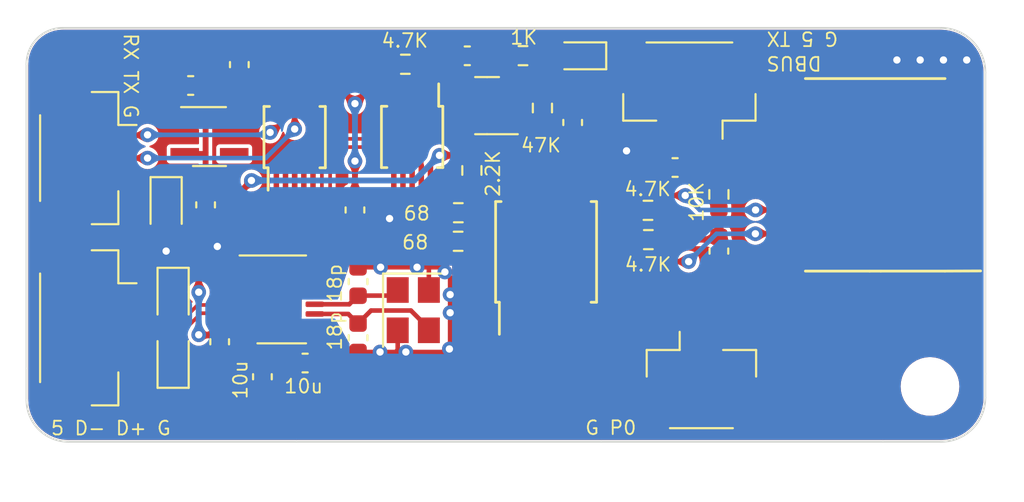
<source format=kicad_pcb>
(kicad_pcb (version 20211014) (generator pcbnew)
  (layers (0 "F.Cu" signal) (31 "B.Cu" signal) (34 "B.Paste" user) (35 "F.Paste" user) (36 "B.SilkS" user "B.Silkscreen") (37 "F.SilkS" user "F.Silkscreen") (38 "B.Mask" user) (39 "F.Mask" user) (44 "Edge.Cuts" user))
  (net 0 "")
  (net 1 "/3V3")
  (net 2 "GND")
  (net 3 "+5V")
  (net 4 "Net-(C34-Pad1)")
  (net 5 "Net-(C35-Pad1)")
  (net 6 "/USB_HUB/XOUT")
  (net 7 "/USB_HUB/XIN")
  (net 8 "Net-(D9-Pad2)")
  (net 9 "/USB_HUB/D-")
  (net 10 "/USB_HUB/D+")
  (net 11 "/DBUS/DBus")
  (net 12 "/UART/RXD")
  (net 13 "/UART/TXD")
  (net 14 "/GPIO/P0")
  (net 15 "/GPIO/P1")
  (net 16 "/GPIO/P2")
  (net 17 "Net-(Q1-Pad3)")
  (net 18 "Net-(R15-Pad1)")
  (net 19 "/GPIO/SDA")
  (net 20 "/GPIO/SCL")
  (net 21 "/GPIO/D-")
  (net 22 "/GPIO/*D-")
  (net 23 "/GPIO/*D+")
  (net 24 "/GPIO/D+")
  (net 25 "/UART/D+")
  (net 26 "/UART/D-")
  (net 30 "/DBUS/D+")
  (net 31 "/DBUS/D-")
  (net 39 "/USB_HUB/USB3_D-")
  (net 40 "/USB_HUB/USB3_D+")
  (net 41 "/GPIO/P3")
  (net 42 "/GPIO/P4")
  (net 43 "/GPIO/P5")
  (net 44 "/GPIO/P6")
  (net 45 "/GPIO/P7")
  (footprint "Capacitor_SMD:C_0603_1608Metric" (layer "F.Cu") (at 48.89 131.84 -90)
    (fp_text reference "C32" hide)
    (fp_text value "100n")
  )
  (footprint "Package_SO:MSOP-10_3x3mm_P0.5mm" (layer "F.Cu") (at 53.75 128.14 90)
    (fp_text reference "U2" hide)
    (fp_text value "CH340E")
  )
  (footprint "Resistor_SMD:R_0603_1608Metric" (layer "F.Cu") (at 67.27 126.55 90)
    (fp_text reference "R3" hide)
    (fp_text value "47K")
  )
  (footprint "Capacitor_SMD:C_0603_1608Metric" (layer "F.Cu") (at 54.32 140.48)
    (fp_text reference "C34" hide)
    (fp_text value "10u")
  )
  (footprint "Resistor_SMD:R_0603_1608Metric" (layer "F.Cu") (at 62.67 133.83 180)
    (fp_text reference "R19" hide)
    (fp_text value "68")
  )
  (footprint "Diode_SMD:D_SOD-323" (layer "F.Cu") (at 47.117 140.335 90)
    (fp_text reference "D12" hide)
    (fp_text value "BV05C")
  )
  (footprint "Connector_JST:JST_GH_SM03B-GHS-TB_1x03-1MP_P1.25mm_Horizontal" (layer "F.Cu") (at 75.29 125.53 180)
    (fp_text reference "J7" hide)
    (fp_text value "Conn_01x03")
  )
  (footprint "Resistor_SMD:R_0603_1608Metric" (layer "F.Cu") (at 59.79 124.16)
    (fp_text reference "R2" hide)
    (fp_text value "4.7K")
  )
  (footprint "Package_TO_SOT_SMD:SOT-23" (layer "F.Cu") (at 64.25 126.42 180)
    (fp_text reference "Q1" hide)
    (fp_text value "S8050")
  )
  (footprint "Capacitor_SMD:C_0603_1608Metric" (layer "F.Cu") (at 57.21 136.03 90)
    (fp_text reference "C37" hide)
    (fp_text value "18p")
  )
  (footprint "Capacitor_SMD:C_0603_1608Metric" (layer "F.Cu") (at 57.21 139.1 -90)
    (fp_text reference "C36" hide)
    (fp_text value "18p")
  )
  (footprint "Connector_JST:JST_GH_SM02B-GHS-TB_1x02-1MP_P1.25mm_Horizontal" (layer "F.Cu") (at 75.946 141.478)
    (fp_text reference "J9" hide)
    (fp_text value "Conn_01x02")
  )
  (footprint "MountingHole:MountingHole_2.7mm_M2.5" (layer "F.Cu") (at 88.42 141.76)
    (fp_text reference "H1" hide)
    (fp_text value "MountingHole")
  )
  (footprint "Resistor_SMD:R_0603_1608Metric" (layer "F.Cu") (at 76.9 131.27 -90)
    (fp_text reference "R15" hide)
    (fp_text value "10K")
  )
  (footprint "Package_SO:MSOP-10_3x3mm_P0.5mm" (layer "F.Cu") (at 60.16 128.13 -90)
    (fp_text reference "U3" hide)
    (fp_text value "CH340E")
  )
  (footprint "Diode_SMD:D_SOD-323" (layer "F.Cu") (at 46.736 131.826 -90)
    (fp_text reference "D10" hide)
    (fp_text value "BV05C")
  )
  (footprint "Resistor_SMD:R_0603_1608Metric" (layer "F.Cu") (at 73.03 132.14)
    (fp_text reference "R17" hide)
    (fp_text value "4.7K")
  )
  (footprint "Capacitor_SMD:C_0603_1608Metric" (layer "F.Cu") (at 48.075 125.32 180)
    (fp_text reference "C38" hide)
    (fp_text value "100n")
  )
  (footprint "Capacitor_SMD:C_0603_1608Metric" (layer "F.Cu") (at 74.51 129.8 180)
    (fp_text reference "C28" hide)
    (fp_text value "100n")
  )
  (footprint "Capacitor_SMD:C_0603_1608Metric" (layer "F.Cu") (at 50.73 124.18 90)
    (fp_text reference "C5" hide)
    (fp_text value "100n")
  )
  (footprint "EXTRA IC:SL2.1S-SSOP-16" (layer "F.Cu") (at 53.045 137.005)
    (fp_text reference "U12" hide)
    (fp_text value "SL2.1S")
  )
  (footprint "Resistor_SMD:R_0603_1608Metric" (layer "F.Cu") (at 73.05 133.74)
    (fp_text reference "R16" hide)
    (fp_text value "4.7K")
  )
  (footprint "Diode_SMD:D_SOD-323" (layer "F.Cu") (at 47.117 136.779 -90)
    (fp_text reference "D11" hide)
    (fp_text value "BV05C")
  )
  (footprint "LED_SMD:LED_0603_1608Metric" (layer "F.Cu") (at 69.2658 123.698 180)
    (fp_text reference "D9" hide)
    (fp_text value "LED")
  )
  (footprint "Capacitor_SMD:C_0603_1608Metric" (layer "F.Cu") (at 63.1698 123.698 180)
    (fp_text reference "C6" hide)
    (fp_text value "100n")
  )
  (footprint "Capacitor_SMD:C_0603_1608Metric" (layer "F.Cu") (at 57.04 132.12 -90)
    (fp_text reference "C33" hide)
    (fp_text value "100n")
  )
  (footprint "Crystal:Crystal_SMD_3225-4Pin_3.2x2.5mm" (layer "F.Cu") (at 60.223 137.593 -90)
    (fp_text reference "Y2" hide)
    (fp_text value "12M")
  )
  (footprint "Capacitor_SMD:C_0603_1608Metric" (layer "F.Cu") (at 68.92 127.34 90)
    (fp_text reference "C31" hide)
    (fp_text value "100n")
  )
  (footprint "Resistor_SMD:R_0603_1608Metric" (layer "F.Cu") (at 62.68 132.27 180)
    (fp_text reference "R20" hide)
    (fp_text value "68")
  )
  (footprint "EXTRA IC:SOIC127P1032X265-16N" (layer "F.Cu") (at 85.43 130.2 180)
    (fp_text reference "U10" hide)
    (fp_text value "PCF8574")
  )
  (footprint "Package_TO_SOT_SMD:SOT-23-5_HandSoldering" (layer "F.Cu") (at 49.1 128.11)
    (fp_text reference "U11" hide)
    (fp_text value "HX9193")
  )
  (footprint "Package_SO:SOIC-8W_5.3x5.3mm_P1.27mm" (layer "F.Cu") (at 67.47 134.41 90)
    (fp_text reference "U9" hide)
    (fp_text value "ATtiny85V-10S")
  )
  (footprint "Resistor_SMD:R_0603_1608Metric" (layer "F.Cu") (at 63.42 129.96 90)
    (fp_text reference "R18" hide)
    (fp_text value "2.2K")
  )
  (footprint "Capacitor_SMD:C_0603_1608Metric" (layer "F.Cu") (at 76.9 134.365 -90)
    (fp_text reference "C30" hide)
    (fp_text value "100n")
  )
  (footprint "Connector_JST:JST_GH_SM03B-GHS-TB_1x03-1MP_P1.25mm_Horizontal" (layer "F.Cu") (at 42.418 129.286 -90)
    (fp_text reference "J8" hide)
    (fp_text value "Conn_01x03")
  )
  (footprint "Connector_JST:JST_GH_SM04B-GHS-TB_1x04-1MP_P1.25mm_Horizontal" (layer "F.Cu") (at 42.418 138.557 -90)
    (fp_text reference "J1" hide)
    (fp_text value "Conn_01x04")
  )
  (footprint "Capacitor_SMD:C_0603_1608Metric" (layer "F.Cu") (at 51.99 141.23 -90)
    (fp_text reference "C35" hide)
    (fp_text value "10u")
  )
  (footprint "Capacitor_SMD:C_0603_1608Metric" (layer "F.Cu") (at 49.657 139.319 -90)
    (fp_text reference "C29" hide)
    (fp_text value "100n")
  )
  (footprint "Resistor_SMD:R_0603_1608Metric" (layer "F.Cu") (at 66.21 123.69)
    (fp_text reference "R14" hide)
    (fp_text value "1K")
  )
  (gr_line (start 39.116 140.7668) (end 39.116 142.494) (layer "Edge.Cuts") (width 0.1))
  (gr_arc (start 89.0016 122.174) (mid 90.725809 122.888191) (end 91.44 124.6124) (layer "Edge.Cuts") (width 0.1))
  (gr_line (start 85.852 144.78) (end 89.027 144.78) (layer "Edge.Cuts") (width 0.1))
  (gr_arc (start 91.44 142.367) (mid 90.733249 144.073249) (end 89.027 144.78) (layer "Edge.Cuts") (width 0.1))
  (gr_line (start 70.485 144.78) (end 53.848 144.78) (layer "Edge.Cuts") (width 0.1))
  (gr_line (start 70.485 144.78) (end 85.852 144.78) (layer "Edge.Cuts") (width 0.1))
  (gr_line (start 91.44 142.367) (end 91.44 141.0716) (layer "Edge.Cuts") (width 0.1))
  (gr_arc (start 41.402 144.78) (mid 39.785554 144.110446) (end 39.116 142.494) (layer "Edge.Cuts") (width 0.1))
  (gr_line (start 89.0016 122.174) (end 41.0972 122.174) (layer "Edge.Cuts") (width 0.1))
  (gr_line (start 39.116 124.1552) (end 39.116 140.7668) (layer "Edge.Cuts") (width 0.1))
  (gr_line (start 41.402 144.78) (end 53.848 144.78) (layer "Edge.Cuts") (width 0.1))
  (gr_arc (start 39.116 124.1552) (mid 39.69628 122.75428) (end 41.0972 122.174) (layer "Edge.Cuts") (width 0.1))
  (gr_line (start 91.44 141.0716) (end 91.44 124.6124) (layer "Edge.Cuts") (width 0.1))
  (gr_text "G P0" (at 71 144.018) (layer "F.SilkS") (effects (font (size 0.75 0.75) (thickness 0.1))))
  (gr_text "4.7K" (at 59.76 122.87) (layer "F.SilkS") (effects (font (size 0.75 0.75) (thickness 0.1))))
  (gr_text "10u\n" (at 54.24 141.75) (layer "F.SilkS") (effects (font (size 0.75 0.75) (thickness 0.1))))
  (gr_text "4.7K" (at 73.03 135.1) (layer "F.SilkS") (effects (font (size 0.75 0.75) (thickness 0.1))))
  (gr_text "68" (at 60.41 132.31) (layer "F.SilkS") (effects (font (size 0.75 0.75) (thickness 0.1))))
  (gr_text "G 5 TX" (at 81.4578 122.7582 180) (layer "F.SilkS") (effects (font (size 0.75 0.75) (thickness 0.1))))
  (gr_text "2.2K" (at 64.57 130.13 90) (layer "F.SilkS") (effects (font (size 0.75 0.75) (thickness 0.1))))
  (gr_text "1K\n" (at 66.25 122.7) (layer "F.SilkS") (effects (font (size 0.75 0.75) (thickness 0.1))))
  (gr_text "68" (at 60.33 133.89) (layer "F.SilkS") (effects (font (size 0.75 0.75) (thickness 0.1))))
  (gr_text "DBUS" (at 81.0006 124.1044 180) (layer "F.SilkS") (effects (font (size 0.75 0.75) (thickness 0.1))))
  (gr_text "18p\n" (at 55.94 136.12 90) (layer "F.SilkS") (effects (font (size 0.75 0.75) (thickness 0.1))))
  (gr_text "18p\n" (at 55.94 138.73 90) (layer "F.SilkS") (effects (font (size 0.75 0.75) (thickness 0.1))))
  (gr_text "RX TX G" (at 44.8056 124.7902 270) (layer "F.SilkS") (effects (font (size 0.75 0.75) (thickness 0.1))))
  (gr_text "47K" (at 67.19 128.59) (layer "F.SilkS") (effects (font (size 0.75 0.75) (thickness 0.1))))
  (gr_text "4.7K" (at 73.01 130.98) (layer "F.SilkS") (effects (font (size 0.75 0.75) (thickness 0.1))))
  (gr_text "10K" (at 75.68 131.68 90) (layer "F.SilkS") (effects (font (size 0.75 0.75) (thickness 0.1))))
  (gr_text "10u\n" (at 50.79 141.4 90) (layer "F.SilkS") (effects (font (size 0.75 0.75) (thickness 0.1))))
  (gr_text "5 D- D+ G" (at 43.72 144.04) (layer "F.SilkS") (effects (font (size 0.75 0.75) (thickness 0.1))))
  (segment (start 55.645489 124.915489) (end 57.04 126.31) (width 0.32) (layer "F.Cu") (net 1))
  (segment (start 50.73 124.955) (end 50.769511 124.915489) (width 0.25) (layer "F.Cu") (net 1))
  (segment (start 55.065489 124.915489) (end 55.645489 124.915489) (width 0.25) (layer "F.Cu") (net 1))
  (segment (start 54.224511 124.915489) (end 53.974511 124.915489) (width 0.25) (layer "F.Cu") (net 1))
  (segment (start 63.11028 122.86348) (end 63.9448 123.698) (width 0.32) (layer "F.Cu") (net 1))
  (segment (start 61.16 131.329022) (end 61.134511 131.354511) (width 0.25) (layer "F.Cu") (net 1))
  (segment (start 59.685489 131.354511) (end 59.66 131.329022) (width 0.25) (layer "F.Cu") (net 1))
  (segment (start 50.45 125.235) (end 50.73 124.955) (width 0.32) (layer "F.Cu") (net 1))
  (segment (start 50.45 127.16) (end 50.45 125.235) (width 0.32) (layer "F.Cu") (net 1))
  (segment (start 52.775489 124.915489) (end 52.75 124.940978) (width 0.25) (layer "F.Cu") (net 1))
  (segment (start 50.769511 124.915489) (end 53.515489 124.915489) (width 0.25) (layer "F.Cu") (net 1))
  (segment (start 65.2778 123.583) (end 65.3928 123.698) (width 0.32) (layer "F.Cu") (net 1))
  (segment (start 59.915489 131.354511) (end 57.049511 131.354511) (width 0.25) (layer "F.Cu") (net 1))
  (segment (start 57.04 129.45) (end 57.04 131.345) (width 0.32) (layer "F.Cu") (net 1))
  (segment (start 53.974511 124.915489) (end 53.515489 124.915489) (width 0.25) (layer "F.Cu") (net 1))
  (segment (start 59.66 131.329022) (end 59.66 130.33) (width 0.25) (layer "F.Cu") (net 1))
  (segment (start 54.275489 124.915489) (end 55.065489 124.915489) (width 0.25) (layer "F.Cu") (net 1))
  (segment (start 54.25 124.940978) (end 54.275489 124.915489) (width 0.25) (layer "F.Cu") (net 1))
  (segment (start 63.9448 123.698) (end 65.3928 123.698) (width 0.32) (layer "F.Cu") (net 1))
  (segment (start 58.9666 124.1552) (end 60.25832 122.86348) (width 0.32) (layer "F.Cu") (net 1))
  (segment (start 54.25 124.940978) (end 54.224511 124.915489) (width 0.25) (layer "F.Cu") (net 1))
  (segment (start 54.25 125.94) (end 54.25 124.940978) (width 0.25) (layer "F.Cu") (net 1))
  (segment (start 53.515489 124.915489) (end 52.775489 124.915489) (width 0.25) (layer "F.Cu") (net 1))
  (segment (start 57.049511 131.354511) (end 57.04 131.345) (width 0.25) (layer "F.Cu") (net 1))
  (segment (start 58.9666 124.3834) (end 57.04 126.31) (width 0.32) (layer "F.Cu") (net 1))
  (segment (start 60.25832 122.86348) (end 63.11028 122.86348) (width 0.32) (layer "F.Cu") (net 1))
  (segment (start 58.9666 124.1552) (end 58.9666 124.3834) (width 0.32) (layer "F.Cu") (net 1))
  (segment (start 61.16 130.33) (end 61.16 131.329022) (width 0.25) (layer "F.Cu") (net 1))
  (segment (start 52.75 124.940978) (end 52.75 125.94) (width 0.25) (layer "F.Cu") (net 1))
  (segment (start 59.915489 131.354511) (end 59.685489 131.354511) (width 0.25) (layer "F.Cu") (net 1))
  (segment (start 61.134511 131.354511) (end 59.915489 131.354511) (width 0.25) (layer "F.Cu") (net 1))
  (via (at 57.04 129.45) (size 0.8) (drill 0.4) (layers "F.Cu" "B.Cu") (net 1))
  (via (at 57.04 126.31) (size 0.8) (drill 0.4) (layers "F.Cu" "B.Cu") (net 1))
  (segment (start 57.04 126.31) (end 57.04 129.45) (width 0.32) (layer "B.Cu") (net 1))
  (segment (start 61.948 135.508) (end 62.233 135.793) (width 0.25) (layer "F.Cu") (net 2))
  (segment (start 58.408 139.878) (end 57.203 139.878) (width 0.25) (layer "F.Cu") (net 2))
  (segment (start 59.258 139.878) (end 58.408 139.878) (width 0.25) (layer "F.Cu") (net 2))
  (segment (start 61.688 135.248) (end 61.948 135.508) (width 0.25) (layer "F.Cu") (net 2))
  (segment (start 62.233 137.733) (end 62.233 139.673) (width 0.25) (layer "F.Cu") (net 2))
  (segment (start 62.233 136.743) (end 62.233 137.733) (width 0.25) (layer "F.Cu") (net 2))
  (segment (start 59.818 139.878) (end 59.258 139.878) (width 0.25) (layer "F.Cu") (net 2))
  (segment (start 59.373 139.763) (end 59.258 139.878) (width 0.25) (layer "F.Cu") (net 2))
  (segment (start 60.428 135.248) (end 61.048 135.248) (width 0.25) (layer "F.Cu") (net 2))
  (segment (start 62.193 139.713) (end 62.028 139.878) (width 0.25) (layer "F.Cu") (net 2))
  (segment (start 58.438 135.248) (end 60.428 135.248) (width 0.25) (layer "F.Cu") (net 2))
  (segment (start 62.028 139.878) (end 59.818 139.878) (width 0.25) (layer "F.Cu") (net 2))
  (segment (start 61.073 136.493) (end 61.073 135.273) (width 0.25) (layer "F.Cu") (net 2))
  (segment (start 61.073 135.273) (end 61.048 135.248) (width 0.25) (layer "F.Cu") (net 2))
  (segment (start 57.203 135.248) (end 58.438 135.248) (width 0.25) (layer "F.Cu") (net 2))
  (segment (start 59.373 138.693) (end 59.373 139.763) (width 0.25) (layer "F.Cu") (net 2))
  (segment (start 62.233 135.793) (end 62.233 136.743) (width 0.25) (layer "F.Cu") (net 2))
  (segment (start 61.048 135.248) (end 61.688 135.248) (width 0.25) (layer "F.Cu") (net 2))
  (segment (start 62.233 139.673) (end 62.193 139.713) (width 0.25) (layer "F.Cu") (net 2))
  (via (at 46.736 134.366) (size 0.8) (drill 0.4) (layers "F.Cu" "B.Cu") (net 2))
  (via (at 90.424 123.9266) (size 0.8) (drill 0.4) (layers "F.Cu" "B.Cu") (net 2))
  (via (at 61.948 135.508) (size 0.8) (drill 0.4) (layers "F.Cu" "B.Cu") (net 2))
  (via (at 89.154 123.9266) (size 0.8) (drill 0.4) (layers "F.Cu" "B.Cu") (net 2))
  (via (at 58.438 135.248) (size 0.8) (drill 0.4) (layers "F.Cu" "B.Cu") (net 2))
  (via (at 59.818 139.878) (size 0.8) (drill 0.4) (layers "F.Cu" "B.Cu") (net 2))
  (via (at 62.233 136.743) (size 0.8) (drill 0.4) (layers "F.Cu" "B.Cu") (net 2))
  (via (at 58.408 139.878) (size 0.8) (drill 0.4) (layers "F.Cu" "B.Cu") (net 2))
  (via (at 87.884 123.9266) (size 0.8) (drill 0.4) (layers "F.Cu" "B.Cu") (net 2))
  (via (at 62.233 137.733) (size 0.8) (drill 0.4) (layers "F.Cu" "B.Cu") (net 2))
  (via (at 49.53 134.112) (size 0.8) (drill 0.4) (layers "F.Cu" "B.Cu") (net 2))
  (via (at 71.86 128.89) (size 0.8) (drill 0.4) (layers "F.Cu" "B.Cu") (net 2))
  (via (at 86.614 123.9266) (size 0.8) (drill 0.4) (layers "F.Cu" "B.Cu") (net 2))
  (via (at 60.428 135.248) (size 0.8) (drill 0.4) (layers "F.Cu" "B.Cu") (net 2))
  (via (at 62.193 139.713) (size 0.8) (drill 0.4) (layers "F.Cu" "B.Cu") (net 2))
  (via (at 58.928 132.588) (size 0.8) (drill 0.4) (layers "F.Cu" "B.Cu") (net 2))
  (segment (start 76.75 133.74) (end 76.9 133.59) (width 0.32) (layer "F.Cu") (net 3))
  (segment (start 45.466 136.398) (end 45.466 134.146) (width 0.32) (layer "F.Cu") (net 3))
  (segment (start 65.645 129.135) (end 63.42 129.135) (width 0.32) (layer "F.Cu") (net 3))
  (segment (start 45.466 134.146) (end 46.736 132.876) (width 0.32) (layer "F.Cu") (net 3))
  (segment (start 48.89 125.36) (end 48.85 125.32) (width 0.32) (layer "F.Cu") (net 3))
  (segment (start 75.285 127.385) (end 75.29 127.38) (width 0.25) (layer "F.Cu") (net 3))
  (segment (start 77.955 134.645) (end 80.6548 134.645) (width 0.32) (layer "F.Cu") (net 3))
  (segment (start 49.263 138.938) (end 49.657 138.544) (width 0.32) (layer "F.Cu") (net 3))
  (segment (start 48.89 127.2) (end 48.89 125.36) (width 0.32) (layer "F.Cu") (net 3))
  (segment (start 76.9 133.59) (end 76.9 132.09) (width 0.32) (layer "F.Cu") (net 3))
  (segment (start 49.871 138.33) (end 51.245 138.33) (width 0.32) (layer "F.Cu") (net 3))
  (segment (start 45.182 136.682) (end 45.466 136.398) (width 0.32) (layer "F.Cu") (net 3))
  (segment (start 46.736 132.876) (end 46.77 132.876) (width 0.32) (layer "F.Cu") (net 3))
  (segment (start 73.875 133.74) (end 76.75 133.74) (width 0.32) (layer "F.Cu") (net 3))
  (segment (start 67.9 129.135) (end 68.92 128.115) (width 0.32) (layer "F.Cu") (net 3))
  (segment (start 65.565 130.76) (end 65.565 129.215) (width 0.32) (layer "F.Cu") (net 3))
  (segment (start 61.651242 129.137094) (end 63.417906 129.137094) (width 0.32) (layer "F.Cu") (net 3))
  (segment (start 75.787463 130.982463) (end 76.9 132.095) (width 0.25) (layer "F.Cu") (net 3))
  (segment (start 47.75 129.06) (end 48.82 129.06) (width 0.32) (layer "F.Cu") (net 3))
  (segment (start 48.85 127.16) (end 47.75 127.16) (width 0.32) (layer "F.Cu") (net 3))
  (segment (start 50.835 131.065) (end 51.39 130.51) (width 0.32) (layer "F.Cu") (net 3))
  (segment (start 48.514 134.62) (end 48.514 136.610499) (width 0.32) (layer "F.Cu") (net 3))
  (segment (start 74.425 130.66) (end 75.285 129.8) (width 0.32) (layer "F.Cu") (net 3))
  (segment (start 49.657 138.544) (end 49.871 138.33) (width 0.32) (layer "F.Cu") (net 3))
  (segment (start 48.89 128.99) (end 48.89 127.2) (width 0.32) (layer "F.Cu") (net 3))
  (segment (start 48.89 131.065) (end 50.835 131.065) (width 0.32) (layer "F.Cu") (net 3))
  (segment (start 71.465 130.66) (end 74.425 130.66) (width 0.32) (layer "F.Cu") (net 3))
  (segment (start 46.736 132.876) (end 46.736 132.874) (width 0.32) (layer "F.Cu") (net 3))
  (segment (start 65.645 129.135) (end 67.9 129.135) (width 0.32) (layer "F.Cu") (net 3))
  (segment (start 48.89 127.2) (end 48.85 127.16) (width 0.32) (layer "F.Cu") (net 3))
  (segment (start 76.9 133.59) (end 77.955 134.645) (width 0.32) (layer "F.Cu") (net 3))
  (segment (start 75.285 129.8) (end 75.285 127.385) (width 0.25) (layer "F.Cu") (net 3))
  (segment (start 63.417906 129.137094) (end 63.42 129.135) (width 0.32) (layer "F.Cu") (net 3))
  (segment (start 46.736 132.874) (end 48.545 131.065) (width 0.32) (layer "F.Cu") (net 3))
  (segment (start 44.268 136.682) (end 45.182 136.682) (width 0.32) (layer "F.Cu") (net 3))
  (segment (start 68.92 128.115) (end 71.465 130.66) (width 0.32) (layer "F.Cu") (net 3))
  (segment (start 48.89 131.065) (end 48.89 128.99) (width 0.32) (layer "F.Cu") (net 3))
  (segment (start 73.865 132.13) (end 73.865 133.73) (width 0.32) (layer "F.Cu") (net 3))
  (segment (start 65.565 129.215) (end 65.645 129.135) (width 0.32) (layer "F.Cu") (net 3))
  (segment (start 73.865 133.73) (end 73.875 133.74) (width 0.32) (layer "F.Cu") (net 3))
  (segment (start 48.82 129.06) (end 48.89 128.99) (width 0.32) (layer "F.Cu") (net 3))
  (segment (start 46.77 132.876) (end 48.514 134.62) (width 0.32) (layer "F.Cu") (net 3))
  (segment (start 48.514 138.938) (end 49.263 138.938) (width 0.32) (layer "F.Cu") (net 3))
  (segment (start 46.736 132.876) (end 46.794 132.876) (width 0.32) (layer "F.Cu") (net 3))
  (segment (start 75.787463 130.302463) (end 75.787463 130.982463) (width 0.25) (layer "F.Cu") (net 3))
  (segment (start 75.285 129.8) (end 75.787463 130.302463) (width 0.25) (layer "F.Cu") (net 3))
  (via (at 48.514 138.938) (size 0.8) (drill 0.4) (layers "F.Cu" "B.Cu") (net 3))
  (via (at 51.39 130.51) (size 0.8) (drill 0.4) (layers "F.Cu" "B.Cu") (net 3))
  (via (at 61.651242 129.137094) (size 0.8) (drill 0.4) (layers "F.Cu" "B.Cu") (net 3))
  (via (at 48.514 136.610499) (size 0.8) (drill 0.4) (layers "F.Cu" "B.Cu") (net 3))
  (segment (start 60.278336 130.51) (end 61.651242 129.137094) (width 0.32) (layer "B.Cu") (net 3))
  (segment (start 51.39 130.51) (end 60.278336 130.51) (width 0.32) (layer "B.Cu") (net 3))
  (segment (start 48.514 136.610499) (end 48.514 138.938) (width 0.32) (layer "B.Cu") (net 3))
  (segment (start 53.548 139.503) (end 53.548 140.478) (width 0.25) (layer "F.Cu") (net 4))
  (segment (start 54.845 138.86) (end 54.191 138.86) (width 0.25) (layer "F.Cu") (net 4))
  (segment (start 54.191 138.86) (end 53.548 139.503) (width 0.25) (layer "F.Cu") (net 4))
  (segment (start 51.993 140.163) (end 51.993 140.463) (width 0.25) (layer "F.Cu") (net 5))
  (segment (start 53.826 138.33) (end 51.993 140.163) (width 0.25) (layer "F.Cu") (net 5))
  (segment (start 54.845 138.33) (end 53.826 138.33) (width 0.25) (layer "F.Cu") (net 5))
  (segment (start 57.918 137.613) (end 57.203 138.328) (width 0.25) (layer "F.Cu") (net 6))
  (segment (start 61.073 138.693) (end 61.073 138.593) (width 0.25) (layer "F.Cu") (net 6))
  (segment (start 56.675 137.8) (end 54.845 137.8) (width 0.25) (layer "F.Cu") (net 6))
  (segment (start 57.203 138.328) (end 56.675 137.8) (width 0.25) (layer "F.Cu") (net 6))
  (segment (start 60.093 137.613) (end 57.918 137.613) (width 0.25) (layer "F.Cu") (net 6))
  (segment (start 61.073 138.593) (end 60.093 137.613) (width 0.25) (layer "F.Cu") (net 6))
  (segment (start 57.203 136.798) (end 59.068 136.798) (width 0.25) (layer "F.Cu") (net 7))
  (segment (start 59.068 136.798) (end 59.373 136.493) (width 0.25) (layer "F.Cu") (net 7))
  (segment (start 56.731 137.27) (end 57.203 136.798) (width 0.25) (layer "F.Cu") (net 7))
  (segment (start 54.845 137.27) (end 56.731 137.27) (width 0.25) (layer "F.Cu") (net 7))
  (segment (start 67.0428 123.698) (end 68.4783 123.698) (width 0.25) (layer "F.Cu") (net 8))
  (segment (start 44.667999 138.331999) (end 46.163999 138.332) (width 0.2) (layer "F.Cu") (net 9))
  (segment (start 46.666999 137.829) (end 47.117 137.829) (width 0.2) (layer "F.Cu") (net 9))
  (segment (start 44.268 137.932) (end 44.667999 138.331999) (width 0.2) (layer "F.Cu") (net 9))
  (segment (start 51.205001 137.309999) (end 51.245 137.27) (width 0.2) (layer "F.Cu") (net 9))
  (segment (start 48.455604 137.309999) (end 51.205001 137.309999) (width 0.2) (layer "F.Cu") (net 9))
  (segment (start 46.163999 138.332) (end 46.666999 137.829) (width 0.2) (layer "F.Cu") (net 9))
  (segment (start 47.117 137.829) (end 47.936603 137.829) (width 0.2) (layer "F.Cu") (net 9))
  (segment (start 47.936603 137.829) (end 48.455604 137.309999) (width 0.2) (layer "F.Cu") (net 9))
  (segment (start 44.268 139.182) (end 44.667999 138.782001) (width 0.2) (layer "F.Cu") (net 10))
  (segment (start 46.163999 138.782) (end 46.666999 139.285) (width 0.2) (layer "F.Cu") (net 10))
  (segment (start 44.667999 138.782001) (end 46.163999 138.782) (width 0.2) (layer "F.Cu") (net 10))
  (segment (start 51.205001 137.760001) (end 51.245 137.8) (width 0.2) (layer "F.Cu") (net 10))
  (segment (start 46.666999 139.285) (end 47.117 139.285) (width 0.2) (layer "F.Cu") (net 10))
  (segment (start 48.641999 137.760001) (end 51.205001 137.760001) (width 0.2) (layer "F.Cu") (net 10))
  (segment (start 47.117 139.285) (end 48.641999 137.760001) (width 0.2) (layer "F.Cu") (net 10))
  (segment (start 65.1875 127.37) (end 65.21702 127.34048) (width 0.25) (layer "F.Cu") (net 11))
  (segment (start 74.00048 127.34048) (end 74.04 127.38) (width 0.25) (layer "F.Cu") (net 11))
  (segment (start 65.21702 127.34048) (end 74.00048 127.34048) (width 0.25) (layer "F.Cu") (net 11))
  (segment (start 45.7 128.036) (end 45.72 128.016) (width 0.25) (layer "F.Cu") (net 12))
  (segment (start 52.541218 127.8845) (end 53.25 127.175718) (width 0.25) (layer "F.Cu") (net 12))
  (segment (start 52.41 127.8845) (end 52.541218 127.8845) (width 0.25) (layer "F.Cu") (net 12))
  (segment (start 53.25 127.175718) (end 53.25 125.94) (width 0.25) (layer "F.Cu") (net 12))
  (segment (start 44.268 128.036) (end 45.7 128.036) (width 0.25) (layer "F.Cu") (net 12))
  (via (at 45.72 128.016) (size 0.8) (drill 0.4) (layers "F.Cu" "B.Cu") (net 12))
  (via (at 52.41 127.8845) (size 0.8) (drill 0.4) (layers "F.Cu" "B.Cu") (net 12))
  (segment (start 52.2545 128.04) (end 52.41 127.8845) (width 0.25) (layer "B.Cu") (net 12))
  (segment (start 52.2785 128.016) (end 52.41 127.8845) (width 0.25) (layer "B.Cu") (net 12))
  (segment (start 45.72 128.016) (end 52.2785 128.016) (width 0.25) (layer "B.Cu") (net 12))
  (segment (start 53.750158 125.940158) (end 53.75 125.94) (width 0.25) (layer "F.Cu") (net 13))
  (segment (start 53.750158 127.700158) (end 53.750158 125.940158) (width 0.25) (layer "F.Cu") (net 13))
  (segment (start 44.268 129.286) (end 45.72 129.286) (width 0.25) (layer "F.Cu") (net 13))
  (via (at 53.750158 127.700158) (size 0.8) (drill 0.4) (layers "F.Cu" "B.Cu") (net 13))
  (via (at 45.72 129.286) (size 0.8) (drill 0.4) (layers "F.Cu" "B.Cu") (net 13))
  (segment (start 45.72 129.286) (end 52.164316 129.286) (width 0.25) (layer "B.Cu") (net 13))
  (segment (start 52.164316 129.286) (end 53.750158 127.700158) (width 0.25) (layer "B.Cu") (net 13))
  (segment (start 53.639842 127.700158) (end 53.750158 127.700158) (width 0.25) (layer "B.Cu") (net 13))
  (segment (start 90.2052 129.565) (end 89.135 129.565) (width 0.25) (layer "F.Cu") (net 15))
  (segment (start 76.571 138.529) (end 76.571 139.628) (width 0.25) (layer "F.Cu") (net 15))
  (segment (start 82.6 136.1) (end 79 136.1) (width 0.25) (layer "F.Cu") (net 15))
  (segment (start 79 136.1) (end 76.571 138.529) (width 0.25) (layer "F.Cu") (net 15))
  (segment (start 89.135 129.565) (end 82.6 136.1) (width 0.25) (layer "F.Cu") (net 15))
  (segment (start 60.66 130.33) (end 60.66 128.718562) (width 0.25) (layer "F.Cu") (net 17))
  (segment (start 62.621781 125.892759) (end 62.621781 126.756781) (width 0.25) (layer "F.Cu") (net 17))
  (segment (start 62.621781 126.756781) (end 62.958562 126.42) (width 0.25) (layer "F.Cu") (net 17))
  (segment (start 60.6166 124.1552) (end 60.884222 124.1552) (width 0.25) (layer "F.Cu") (net 17))
  (segment (start 60.66 128.718562) (end 62.621781 126.756781) (width 0.25) (layer "F.Cu") (net 17))
  (segment (start 60.884222 124.1552) (end 62.621781 125.892759) (width 0.25) (layer "F.Cu") (net 17))
  (segment (start 62.958562 126.42) (end 63.3125 126.42) (width 0.25) (layer "F.Cu") (net 17))
  (segment (start 77.295 130.835) (end 80.6548 130.835) (width 0.25) (layer "F.Cu") (net 18))
  (segment (start 76.9 130.44) (end 77.295 130.835) (width 0.25) (layer "F.Cu") (net 18))
  (segment (start 66.835 131.285) (end 69.29 133.74) (width 0.25) (layer "F.Cu") (net 19))
  (segment (start 72.225 133.74) (end 73.425 134.94) (width 0.25) (layer "F.Cu") (net 19))
  (segment (start 78.89 133.42) (end 80.6098 133.42) (width 0.25) (layer "F.Cu") (net 19))
  (segment (start 80.6098 133.42) (end 80.6548 133.375) (width 0.25) (layer "F.Cu") (net 19))
  (segment (start 73.425 134.94) (end 75.25 134.94) (width 0.25) (layer "F.Cu") (net 19))
  (segment (start 69.29 133.74) (end 72.225 133.74) (width 0.25) (layer "F.Cu") (net 19))
  (segment (start 66.835 130.76) (end 66.835 131.285) (width 0.25) (layer "F.Cu") (net 19))
  (via (at 75.25 134.94) (size 0.8) (drill 0.4) (layers "F.Cu" "B.Cu") (net 19))
  (via (at 78.89 133.42) (size 0.8) (drill 0.4) (layers "F.Cu" "B.Cu") (net 19))
  (segment (start 75.25 134.94) (end 76.77 133.42) (width 0.25) (layer "B.Cu") (net 19))
  (segment (start 76.77 133.42) (end 78.89 133.42) (width 0.25) (layer "B.Cu") (net 19))
  (segment (start 78.9 132.12) (end 80.6398 132.12) (width 0.25) (layer "F.Cu") (net 20))
  (segment (start 80.6398 132.12) (end 80.6548 132.105) (width 0.25) (layer "F.Cu") (net 20))
  (segment (start 72.215 132.13) (end 73.017952 131.327048) (width 0.25) (layer "F.Cu") (net 20))
  (segment (start 73.017952 131.327048) (end 75.062952 131.327048) (width 0.25) (layer "F.Cu") (net 20))
  (segment (start 69.375 131.915) (end 69.59 132.13) (width 0.25) (layer "F.Cu") (net 20))
  (segment (start 69.59 132.13) (end 72.215 132.13) (width 0.25) (layer "F.Cu") (net 20))
  (segment (start 69.375 130.76) (end 69.375 131.915) (width 0.25) (layer "F.Cu") (net 20))
  (via (at 78.9 132.12) (size 0.8) (drill 0.4) (layers "F.Cu" "B.Cu") (net 20))
  (via (at 75.062952 131.327048) (size 0.8) (drill 0.4) (layers "F.Cu" "B.Cu") (net 20))
  (segment (start 75.062952 131.327048) (end 75.855904 132.12) (width 0.25) (layer "B.Cu") (net 20))
  (segment (start 75.855904 132.12) (end 78.9 132.12) (width 0.25) (layer "B.Cu") (net 20))
  (segment (start 54.845 135.68) (end 54.884999 135.640001) (width 0.2) (layer "F.Cu") (net 21))
  (segment (start 62.55452 133.13048) (end 62.55452 131.65048) (width 0.2) (layer "F.Cu") (net 21))
  (segment (start 61.855 133.83) (end 62.55452 133.13048) (width 0.2) (layer "F.Cu") (net 21))
  (segment (start 62.55452 131.65048) (end 63.42 130.785) (width 0.2) (layer "F.Cu") (net 21))
  (segment (start 55.594216 135.640001) (end 56.735737 134.49848) (width 0.2) (layer "F.Cu") (net 21))
  (segment (start 60.931397 133.83) (end 61.855 133.83) (width 0.2) (layer "F.Cu") (net 21))
  (segment (start 60.262917 134.49848) (end 60.931397 133.83) (width 0.2) (layer "F.Cu") (net 21))
  (segment (start 56.735737 134.49848) (end 60.262917 134.49848) (width 0.2) (layer "F.Cu") (net 21))
  (segment (start 54.884999 135.640001) (end 55.594216 135.640001) (width 0.2) (layer "F.Cu") (net 21))
  (segment (start 67.245 136.646397) (end 67.245 137.125) (width 0.2) (layer "F.Cu") (net 22))
  (segment (start 64.428603 133.83) (end 67.245 136.646397) (width 0.2) (layer "F.Cu") (net 22))
  (segment (start 67.245 137.125) (end 66.835 137.535) (width 0.2) (layer "F.Cu") (net 22))
  (segment (start 63.505 133.83) (end 64.428603 133.83) (width 0.2) (layer "F.Cu") (net 22))
  (segment (start 66.835 137.535) (end 66.835 138.06) (width 0.2) (layer "F.Cu") (net 22))
  (segment (start 63.505 132.27) (end 67.695 136.46) (width 0.2) (layer "F.Cu") (net 23))
  (segment (start 67.695 136.46) (end 67.695 137.125) (width 0.2) (layer "F.Cu") (net 23))
  (segment (start 68.105 137.535) (end 68.105 138.06) (width 0.2) (layer "F.Cu") (net 23))
  (segment (start 67.695 137.125) (end 68.105 137.535) (width 0.2) (layer "F.Cu") (net 23))
  (segment (start 56.549345 134.048489) (end 59.976493 134.048489) (width 0.2) (layer "F.Cu") (net 24))
  (segment (start 54.884999 135.189999) (end 55.407835 135.189999) (width 0.2) (layer "F.Cu") (net 24))
  (segment (start 60.026502 134.098498) (end 61.855 132.27) (width 0.2) (layer "F.Cu") (net 24))
  (segment (start 54.845 135.15) (end 54.884999 135.189999) (width 0.2) (layer "F.Cu") (net 24))
  (segment (start 59.976493 134.048489) (end 60.026502 134.098498) (width 0.2) (layer "F.Cu") (net 24))
  (segment (start 55.407835 135.189999) (end 56.549345 134.048489) (width 0.2) (layer "F.Cu") (net 24))
  (segment (start 50.155 135.2932) (end 50.155 134.6668) (width 0.2) (layer "F.Cu") (net 25))
  (segment (start 52.75 130.89) (end 52.775 130.915) (width 0.2) (layer "F.Cu") (net 25))
  (segment (start 52.75 130.34) (end 52.75 130.89) (width 0.2) (layer "F.Cu") (net 25))
  (segment (start 52.775 132.0468) (end 52.775 131.415001) (width 0.2) (layer "F.Cu") (net 25))
  (segment (start 50.155 134.6668) (end 52.775 132.0468) (width 0.2) (layer "F.Cu") (net 25))
  (segment (start 50.501801 135.640001) (end 50.155 135.2932) (width 0.2) (layer "F.Cu") (net 25))
  (segment (start 51.205001 135.640001) (end 50.501801 135.640001) (width 0.2) (layer "F.Cu") (net 25))
  (segment (start 52.775 131.415001) (end 52.75 131.390001) (width 0.2) (layer "F.Cu") (net 25))
  (segment (start 51.245 135.68) (end 51.205001 135.640001) (width 0.2) (layer "F.Cu") (net 25))
  (segment (start 52.75 131.390001) (end 52.75 130.34) (width 0.2) (layer "F.Cu") (net 25))
  (segment (start 50.688199 135.189999) (end 50.605 135.1068) (width 0.2) (layer "F.Cu") (net 26))
  (segment (start 53.25 131.390001) (end 53.25 130.34) (width 0.2) (layer "F.Cu") (net 26))
  (segment (start 53.225 132.2332) (end 53.225 131.415001) (width 0.2) (layer "F.Cu") (net 26))
  (segment (start 51.245 135.15) (end 51.205001 135.189999) (width 0.2) (layer "F.Cu") (net 26))
  (segment (start 53.25 130.34) (end 53.25 130.89) (width 0.2) (layer "F.Cu") (net 26))
  (segment (start 50.605 134.8532) (end 53.225 132.2332) (width 0.2) (layer "F.Cu") (net 26))
  (segment (start 51.205001 135.189999) (end 50.688199 135.189999) (width 0.2) (layer "F.Cu") (net 26))
  (segment (start 50.605 135.1068) (end 50.605 134.8532) (width 0.2) (layer "F.Cu") (net 26))
  (segment (start 53.25 130.89) (end 53.225 130.915) (width 0.2) (layer "F.Cu") (net 26))
  (segment (start 53.225 131.415001) (end 53.25 131.390001) (width 0.2) (layer "F.Cu") (net 26))
  (segment (start 55.685 133.1732) (end 55.685 129.0332) (width 0.2) (layer "F.Cu") (net 30))
  (segment (start 51.284999 136.700001) (end 52.158199 136.700001) (width 0.2) (layer "F.Cu") (net 30))
  (segment (start 52.158199 136.700001) (end 55.685 133.1732) (width 0.2) (layer "F.Cu") (net 30))
  (segment (start 51.245 136.74) (end 51.284999 136.700001) (width 0.2) (layer "F.Cu") (net 30))
  (segment (start 61.135 127.6432) (end 61.135 127.005001) (width 0.2) (layer "F.Cu") (net 30))
  (segment (start 55.685 129.0332) (end 56.0332 128.685) (width 0.2) (layer "F.Cu") (net 30))
  (segment (start 56.0332 128.685) (end 60.0932 128.685) (width 0.2) (layer "F.Cu") (net 30))
  (segment (start 61.135 127.005001) (end 61.16 126.980001) (width 0.2) (layer "F.Cu") (net 30))
  (segment (start 60.0932 128.685) (end 61.135 127.6432) (width 0.2) (layer "F.Cu") (net 30))
  (segment (start 61.16 126.980001) (end 61.16 125.93) (width 0.2) (layer "F.Cu") (net 30))
  (segment (start 55.235 132.9868) (end 55.235 128.8468) (width 0.2) (layer "F.Cu") (net 31))
  (segment (start 51.245 136.21) (end 51.284999 136.249999) (width 0.2) (layer "F.Cu") (net 31))
  (segment (start 55.235 128.8468) (end 55.8468 128.235) (width 0.2) (layer "F.Cu") (net 31))
  (segment (start 55.8468 128.235) (end 59.9068 128.235) (width 0.2) (layer "F.Cu") (net 31))
  (segment (start 51.971801 136.249999) (end 55.235 132.9868) (width 0.2) (layer "F.Cu") (net 31))
  (segment (start 51.284999 136.249999) (end 51.971801 136.249999) (width 0.2) (layer "F.Cu") (net 31))
  (segment (start 60.685 127.4568) (end 60.685 127.005001) (width 0.2) (layer "F.Cu") (net 31))
  (segment (start 60.66 126.980001) (end 60.66 125.93) (width 0.2) (layer "F.Cu") (net 31))
  (segment (start 60.685 127.005001) (end 60.66 126.980001) (width 0.2) (layer "F.Cu") (net 31))
  (segment (start 59.9068 128.235) (end 60.685 127.4568) (width 0.2) (layer "F.Cu") (net 31))
  (zone (net 11) (net_name "/DBUS/DBus") (layer "F.Cu") (priority 16962) (connect_pads yes (clearance 0)) (min_thickness 0.0254) (fill yes (thermal_gap 0.508) (thermal_bridge_width 0.508))
    (polygon (pts (xy 73.44048 127.46548) (xy 73.504785 127.467243) (xy 73.559485 127.472483) (xy 73.606444 127.481125) (xy 73.647527 127.493094) (xy 73.684599 127.508315) (xy 73.719523 127.526713) (xy 73.754165 127.548212) (xy 73.790388 127.572739) (xy 73.830057 127.600218) (xy 73.875038 127.630574) (xy 74.188711 127.399621) (xy 73.945676 127.095215) (xy 73.888912 127.115019) (xy 73.839637 127.133697) (xy 73.795562 127.151023) (xy 73.754399 127.16677) (xy 73.713861 127.180714) (xy 73.671661 127.192628) (xy 73.62551 127.202287) (xy 73.573122 127.209466) (xy 73.512207 127.213938) (xy 73.44048 127.21548)))
  )
  (zone (net 19) (net_name "/GPIO/SDA") (layer "F.Cu") (priority 16962) (connect_pads yes (clearance 0)) (min_thickness 0.0254) (fill yes (thermal_gap 0.508) (thermal_bridge_width 0.508))
    (polygon (pts (xy 79.68 133.295) (xy 79.589538 133.291733) (xy 79.513777 133.282341) (xy 79.44961 133.267435) (xy 79.393935 133.247625) (xy 79.343647 133.223523) (xy 79.29564 133.195738) (xy 79.246812 133.164883) (xy 79.194058 133.131567) (xy 79.134274 133.096403) (xy 79.064355 133.06) (xy 78.69 133.42) (xy 79.064355 133.78) (xy 79.134274 133.743596) (xy 79.194058 133.708432) (xy 79.246812 133.675116) (xy 79.29564 133.644261) (xy 79.343647 133.616476) (xy 79.393935 133.592374) (xy 79.44961 133.572564) (xy 79.513777 133.557658) (xy 79.589538 133.548266) (xy 79.68 133.545)))
  )
  (zone (net 3) (net_name "+5V") (layer "F.Cu") (priority 16962) (connect_pads yes (clearance 0)) (min_thickness 0.0254) (fill yes (thermal_gap 0.508) (thermal_bridge_width 0.508))
    (polygon (pts (xy 75.912463 130.491873) (xy 75.907494 130.394024) (xy 75.894006 130.312316) (xy 75.87413 130.243084) (xy 75.849996 130.182664) (xy 75.823731 130.127392) (xy 75.797466 130.073604) (xy 75.773332 130.017635) (xy 75.753456 129.955821) (xy 75.739968 129.884497) (xy 75.735 129.8) (xy 75.125901 129.640901) (xy 75.137322 130.225077) (xy 75.210268 130.244829) (xy 75.283974 130.256525) (xy 75.356452 130.263763) (xy 75.425714 130.270141) (xy 75.489773 130.279258) (xy 75.546641 130.294712) (xy 75.594332 130.320102) (xy 75.630857 130.359026) (xy 75.65423 130.415084) (xy 75.662463 130.491873)))
  )
  (zone (net 3) (net_name "+5V") (layer "F.Cu") (priority 16962) (connect_pads yes (clearance 0)) (min_thickness 0.0254) (fill yes (thermal_gap 0.508) (thermal_bridge_width 0.508))
    (polygon (pts (xy 76.252998 131.624775) (xy 76.314653 131.69105) (xy 76.361584 131.751262) (xy 76.396416 131.807175) (xy 76.421777 131.86055) (xy 76.440293 131.913153) (xy 76.454592 131.966745) (xy 76.4673 132.023089) (xy 76.481046 132.083949) (xy 76.498454 132.151088) (xy 76.522154 132.22627) (xy 77.041421 132.236421) (xy 77.03127 131.717154) (xy 76.956088 131.693454) (xy 76.888949 131.676046) (xy 76.828089 131.6623) (xy 76.771745 131.649592) (xy 76.718153 131.635293) (xy 76.66555 131.616777) (xy 76.612175 131.591416) (xy 76.556262 131.556584) (xy 76.49605 131.509653) (xy 76.429775 131.447998)))
  )
  (zone (net 10) (net_name "/USB_HUB/D+") (layer "F.Cu") (priority 16962) (connect_pads yes (clearance 0)) (min_thickness 0.0254) (fill yes (thermal_gap 0.508) (thermal_bridge_width 0.508))
    (polygon (pts (xy 50.945001 137.860001) (xy 50.974559 137.860211) (xy 51.000827 137.860988) (xy 51.02426 137.862547) (xy 51.045312 137.865106) (xy 51.064437 137.868881) (xy 51.082088 137.874089) (xy 51.09872 137.880948) (xy 51.114787 137.889674) (xy 51.130742 137.900484) (xy 51.147041 137.913595) (xy 51.317467 137.819324) (xy 51.216608 137.652712) (xy 51.18998 137.65729) (xy 51.165545 137.660382) (xy 51.142437 137.662224) (xy 51.119788 137.663053) (xy 51.096732 137.663106) (xy 51.072402 137.662619) (xy 51.04593 137.661828) (xy 51.016451 137.66097) (xy 50.983096 137.660282) (xy 50.945001 137.660001)))
  )
  (zone (net 1) (net_name "/3V3") (layer "F.Cu") (priority 16962) (connect_pads yes (clearance 0)) (min_thickness 0.0254) (fill yes (thermal_gap 0.508) (thermal_bridge_width 0.508))
    (polygon (pts (xy 54.125 125.65) (xy 54.125249 125.682514) (xy 54.125841 125.712644) (xy 54.126544 125.740445) (xy 54.127125 125.765974) (xy 54.12735 125.789289) (xy 54.126987 125.810445) (xy 54.125804 125.829499) (xy 54.123566 125.846508) (xy 54.120043 125.861528) (xy 54.115 125.874617) (xy 54.25 126.015) (xy 54.385 125.874617) (xy 54.379956 125.861528) (xy 54.376433 125.846508) (xy 54.374195 125.829499) (xy 54.373012 125.810445) (xy 54.372649 125.789289) (xy 54.372874 125.765974) (xy 54.373455 125.740445) (xy 54.374158 125.712644) (xy 54.37475 125.682514) (xy 54.375 125.65)))
  )
  (zone (net 3) (net_name "+5V") (layer "F.Cu") (priority 16962) (connect_pads yes (clearance 0)) (min_thickness 0.0254) (fill yes (thermal_gap 0.508) (thermal_bridge_width 0.508))
    (polygon (pts (xy 76.74 132.7) (xy 76.736798 132.801278) (xy 76.727526 132.886585) (xy 76.712686 132.959251) (xy 76.692779 133.022609) (xy 76.668307 133.079989) (xy 76.639769 133.134725) (xy 76.607669 133.190147) (xy 76.572506 133.249587) (xy 76.534783 133.316378) (xy 76.495 133.39385) (xy 76.9 133.815) (xy 77.305 133.39385) (xy 77.265216 133.316378) (xy 77.227493 133.249587) (xy 77.19233 133.190147) (xy 77.16023 133.134725) (xy 77.131692 133.079989) (xy 77.10722 133.022609) (xy 77.087313 132.959251) (xy 77.072473 132.886585) (xy 77.063201 132.801278) (xy 77.06 132.7)))
  )
  (zone (net 13) (net_name "/UART/TXD") (layer "F.Cu") (priority 16962) (connect_pads yes (clearance 0)) (min_thickness 0.0254) (fill yes (thermal_gap 0.508) (thermal_bridge_width 0.508))
    (polygon (pts (xy 53.625158 126.910158) (xy 53.621891 127.000619) (xy 53.612499 127.07638) (xy 53.597593 127.140547) (xy 53.577783 127.196222) (xy 53.553681 127.24651) (xy 53.525896 127.294517) (xy 53.495041 127.343345) (xy 53.461725 127.396099) (xy 53.426561 127.455883) (xy 53.390158 127.525803) (xy 53.750158 127.900158) (xy 54.110158 127.525803) (xy 54.073754 127.455883) (xy 54.03859 127.396099) (xy 54.005274 127.343345) (xy 53.974419 127.294517) (xy 53.946634 127.24651) (xy 53.922532 127.196222) (xy 53.902722 127.140547) (xy 53.887816 127.07638) (xy 53.878424 127.000619) (xy 53.875158 126.910158)))
  )
  (zone (net 1) (net_name "/3V3") (layer "F.Cu") (priority 16962) (connect_pads yes (clearance 0)) (min_thickness 0.0254) (fill yes (thermal_gap 0.508) (thermal_bridge_width 0.508))
    (polygon (pts (xy 63.202339 123.181814) (xy 63.271689 123.255692) (xy 63.325454 123.322569) (xy 63.366343 123.384444) (xy 63.397068 123.443321) (xy 63.420337 123.5012) (xy 63.438862 123.560082) (xy 63.455353 123.62197) (xy 63.47252 123.688864) (xy 63.493073 123.762766) (xy 63.519723 123.845678) (xy 64.103899 123.857099) (xy 64.092478 123.272923) (xy 64.009566 123.246273) (xy 63.935664 123.22572) (xy 63.86877 123.208553) (xy 63.806882 123.192062) (xy 63.748 123.173537) (xy 63.690121 123.150268) (xy 63.631244 123.119543) (xy 63.569369 123.078654) (xy 63.502492 123.024889) (xy 63.428614 122.955539)))
  )
  (zone (net 10) (net_name "/USB_HUB/D+") (layer "F.Cu") (priority 16962) (connect_pads yes (clearance 0)) (min_thickness 0.0254) (fill yes (thermal_gap 0.508) (thermal_bridge_width 0.508))
    (polygon (pts (xy 46.592754 139.352175) (xy 46.63238 139.384151) (xy 46.67137 139.402376) (xy 46.709702 139.410107) (xy 46.747357 139.410603) (xy 46.784313 139.407123) (xy 46.82055 139.402923) (xy 46.856048 139.401263) (xy 46.890786 139.4054) (xy 46.924744 139.418592) (xy 46.957901 139.444099) (xy 47.2295 139.285) (xy 47.018925 139.0825) (xy 46.98593 139.102634) (xy 46.955658 139.12787) (xy 46.927466 139.155685) (xy 46.900708 139.183556) (xy 46.87474 139.208963) (xy 46.848916 139.229382) (xy 46.822593 139.242293) (xy 46.795124 139.245174) (xy 46.765866 139.235501) (xy 46.734174 139.210755)))
  )
  (zone (net 3) (net_name "+5V") (layer "F.Cu") (priority 16962) (connect_pads yes (clearance 0)) (min_thickness 0.0254) (fill yes (thermal_gap 0.508) (thermal_bridge_width 0.508))
    (polygon (pts (xy 48.395 127) (xy 48.322746 126.998749) (xy 48.260776 126.994964) (xy 48.20706 126.988596) (xy 48.159569 126.979594) (xy 48.116272 126.967909) (xy 48.07514 126.953492) (xy 48.034143 126.936292) (xy 47.991251 126.916259) (xy 47.944435 126.893345) (xy 47.891664 126.8675) (xy 47.5875 127.16) (xy 47.891664 127.4525) (xy 47.944435 127.426654) (xy 47.991251 127.40374) (xy 48.034143 127.383707) (xy 48.07514 127.366507) (xy 48.116272 127.35209) (xy 48.159569 127.340405) (xy 48.20706 127.331403) (xy 48.260776 127.325035) (xy 48.322746 127.32125) (xy 48.395 127.32)))
  )
  (zone (net 19) (net_name "/GPIO/SDA") (layer "F.Cu") (priority 16962) (connect_pads yes (clearance 0)) (min_thickness 0.0254) (fill yes (thermal_gap 0.508) (thermal_bridge_width 0.508))
    (polygon (pts (xy 80.1231 133.545) (xy 80.187542 133.545987) (xy 80.242585 133.548895) (xy 80.290194 133.553637) (xy 80.332335 133.560129) (xy 80.370971 133.568287) (xy 80.408069 133.578026) (xy 80.445593 133.589262) (xy 80.485509 133.60191) (xy 80.52978 133.615885) (xy 80.580374 133.631104) (xy 80.786267 133.352676) (xy 80.500005 133.15782) (xy 80.462651 133.184622) (xy 80.429151 133.208371) (xy 80.398032 133.229121) (xy 80.36782 133.246927) (xy 80.337042 133.261844) (xy 80.304225 133.273926) (xy 80.267896 133.283227) (xy 80.226581 133.289804) (xy 80.178806 133.29371) (xy 80.1231 133.295)))
  )
  (zone (net 1) (net_name "/3V3") (layer "F.Cu") (priority 16962) (connect_pads yes (clearance 0)) (min_thickness 0.0254) (fill yes (thermal_gap 0.508) (thermal_bridge_width 0.508))
    (polygon (pts (xy 50.29 126.515) (xy 50.288749 126.587253) (xy 50.284964 126.649223) (xy 50.278596 126.702939) (xy 50.269594 126.75043) (xy 50.257909 126.793727) (xy 50.243492 126.834859) (xy 50.226292 126.875856) (xy 50.206259 126.918748) (xy 50.183345 126.965564) (xy 50.1575 127.018336) (xy 50.45 127.3225) (xy 50.7425 127.018336) (xy 50.716654 126.965564) (xy 50.69374 126.918748) (xy 50.673707 126.875856) (xy 50.656507 126.834859) (xy 50.64209 126.793727) (xy 50.630405 126.75043) (xy 50.621403 126.702939) (xy 50.615035 126.649223) (xy 50.61125 126.587253) (xy 50.61 126.515)))
  )
  (zone (net 10) (net_name "/USB_HUB/D+") (layer "F.Cu") (priority 16962) (connect_pads yes (clearance 0)) (min_thickness 0.0254) (fill yes (thermal_gap 0.508) (thermal_bridge_width 0.508))
    (polygon (pts (xy 44.702314 138.682001) (xy 44.637544 138.687601) (xy 44.584848 138.702801) (xy 44.541477 138.725201) (xy 44.50468 138.752401) (xy 44.471708 138.782001) (xy 44.439813 138.811601) (xy 44.406243 138.838801) (xy 44.368251 138.861201) (xy 44.323086 138.876401) (xy 44.268 138.882001) (xy 44.161934 139.288066) (xy 44.551385 139.280452) (xy 44.564299 139.227729) (xy 44.569449 139.173327) (xy 44.569928 139.118951) (xy 44.568829 139.066301) (xy 44.569245 139.01708) (xy 44.574269 138.972991) (xy 44.586995 138.935736) (xy 44.610515 138.907017) (xy 44.647924 138.888538) (xy 44.702315 138.882)))
  )
  (zone (net 3) (net_name "+5V") (layer "F.Cu") (priority 16962) (connect_pads yes (clearance 0)) (min_thickness 0.0254) (fill yes (thermal_gap 0.508) (thermal_bridge_width 0.508))
    (polygon (pts (xy 76.74 132.7) (xy 76.736798 132.801278) (xy 76.727526 132.886585) (xy 76.712686 132.959251) (xy 76.692779 133.022609) (xy 76.668307 133.079989) (xy 76.639769 133.134725) (xy 76.607669 133.190147) (xy 76.572506 133.249587) (xy 76.534783 133.316378) (xy 76.495 133.39385) (xy 76.9 133.815) (xy 77.305 133.39385) (xy 77.265216 133.316378) (xy 77.227493 133.249587) (xy 77.19233 133.190147) (xy 77.16023 133.134725) (xy 77.131692 133.079989) (xy 77.10722 133.022609) (xy 77.087313 132.959251) (xy 77.072473 132.886585) (xy 77.063201 132.801278) (xy 77.06 132.7)))
  )
  (zone (net 4) (net_name "Net-(C34-Pad1)") (layer "F.Cu") (priority 16962) (connect_pads yes (clearance 0)) (min_thickness 0.0254) (fill yes (thermal_gap 0.508) (thermal_bridge_width 0.508))
    (polygon (pts (xy 53.423 139.588) (xy 53.418959 139.690501) (xy 53.407382 139.775974) (xy 53.389083 139.848039) (xy 53.364879 139.910315) (xy 53.335586 139.966421) (xy 53.30202 140.019978) (xy 53.264996 140.074605) (xy 53.225331 140.133923) (xy 53.183841 140.201549) (xy 53.141341 140.281106) (xy 53.543473 140.704994) (xy 53.951321 140.286603) (xy 53.909697 140.206117) (xy 53.868915 140.137725) (xy 53.829807 140.077777) (xy 53.793208 140.022624) (xy 53.759953 139.968615) (xy 53.730873 139.912101) (xy 53.706804 139.849433) (xy 53.68858 139.776959) (xy 53.677034 139.691031) (xy 53.673 139.588)))
  )
  (zone (net 3) (net_name "+5V") (layer "F.Cu") (priority 16962) (connect_pads yes (clearance 0)) (min_thickness 0.0254) (fill yes (thermal_gap 0.508) (thermal_bridge_width 0.508))
    (polygon (pts (xy 62.441242 128.977094) (xy 62.351909 128.974668) (xy 62.276233 128.96758) (xy 62.211407 128.956113) (xy 62.154624 128.940552) (xy 62.103076 128.921181) (xy 62.053955 128.898282) (xy 62.004454 128.87214) (xy 61.951766 128.843039) (xy 61.893083 128.811262) (xy 61.825597 128.777094) (xy 61.451242 129.137094) (xy 61.825597 129.497094) (xy 61.893083 129.462925) (xy 61.951766 129.431148) (xy 62.004454 129.402047) (xy 62.053955 129.375905) (xy 62.103076 129.353006) (xy 62.154624 129.333635) (xy 62.211407 129.318074) (xy 62.276233 129.306607) (xy 62.351909 129.299519) (xy 62.441242 129.297094)))
  )
  (zone (net 8) (net_name "Net-(D9-Pad2)") (layer "F.Cu") (priority 16962) (connect_pads yes (clearance 0)) (min_thickness 0.0254) (fill yes (thermal_gap 0.508) (thermal_bridge_width 0.508))
    (polygon (pts (xy 67.8328 123.573) (xy 67.742015 123.569758) (xy 67.665939 123.560408) (xy 67.601487 123.545517) (xy 67.545572 123.525649) (xy 67.495108 123.50137) (xy 67.44701 123.473244) (xy 67.398192 123.441837) (xy 67.345568 123.407713) (xy 67.286052 123.371439) (xy 67.216559 123.333579) (xy 66.835041 123.685979) (xy 67.202082 124.053432) (xy 67.274022 124.017857) (xy 67.335546 123.983446) (xy 67.389821 123.950807) (xy 67.440014 123.920547) (xy 67.489291 123.893274) (xy 67.54082 123.869596) (xy 67.597769 123.850122) (xy 67.663303 123.835459) (xy 67.740591 123.826216) (xy 67.8328 123.823)))
  )
  (zone (net 26) (net_name "/UART/D-") (layer "F.Cu") (priority 16962) (connect_pads yes (clearance 0)) (min_thickness 0.0254) (fill yes (thermal_gap 0.508) (thermal_bridge_width 0.508))
    (polygon (pts (xy 50.945001 135.289999) (xy 50.983096 135.289717) (xy 51.016451 135.289029) (xy 51.04593 135.288171) (xy 51.072402 135.28738) (xy 51.096732 135.286893) (xy 51.119788 135.286946) (xy 51.142437 135.287775) (xy 51.165545 135.289617) (xy 51.18998 135.292709) (xy 51.216608 135.297288) (xy 51.317467 135.130676) (xy 51.147041 135.036405) (xy 51.130742 135.049515) (xy 51.114787 135.060325) (xy 51.09872 135.069051) (xy 51.082088 135.07591) (xy 51.064437 135.081118) (xy 51.045312 135.084893) (xy 51.02426 135.087452) (xy 51.000827 135.089011) (xy 50.974559 135.089788) (xy 50.945001 135.089999)))
  )
  (zone (net 3) (net_name "+5V") (layer "F.Cu") (priority 16962) (connect_pads yes (clearance 0)) (min_thickness 0.0254) (fill yes (thermal_gap 0.508) (thermal_bridge_width 0.508))
    (polygon (pts (xy 49.78 130.905) (xy 49.678721 130.901798) (xy 49.593414 130.892526) (xy 49.520748 130.877686) (xy 49.45739 130.857779) (xy 49.40001 130.833307) (xy 49.345274 130.804769) (xy 49.289852 130.772669) (xy 49.230412 130.737506) (xy 49.163621 130.699783) (xy 49.08615 130.66) (xy 48.665 131.065) (xy 49.08615 131.47) (xy 49.163621 131.430216) (xy 49.230412 131.392493) (xy 49.289852 131.35733) (xy 49.345274 131.32523) (xy 49.40001 131.296692) (xy 49.45739 131.27222) (xy 49.520748 131.252313) (xy 49.593414 131.237473) (xy 49.678721 131.228201) (xy 49.78 131.225)))
  )
  (zone (net 3) (net_name "+5V") (layer "F.Cu") (priority 16962) (connect_pads yes (clearance 0)) (min_thickness 0.0254) (fill yes (thermal_gap 0.508) (thermal_bridge_width 0.508))
    (polygon (pts (xy 48.920201 139.098) (xy 49.022753 139.095088) (xy 49.109521 139.087184) (xy 49.184017 139.075535) (xy 49.249756 139.061392) (xy 49.31025 139.046) (xy 49.369011 139.030608) (xy 49.429554 139.016464) (xy 49.495391 139.004816) (xy 49.570035 138.996912) (xy 49.657 138.994) (xy 49.816099 138.384901) (xy 49.231923 138.396322) (xy 49.213247 138.454791) (xy 49.196925 138.511524) (xy 49.181033 138.56548) (xy 49.163647 138.615619) (xy 49.142843 138.660899) (xy 49.116696 138.70028) (xy 49.083283 138.732721) (xy 49.040678 138.757182) (xy 48.986959 138.772622) (xy 48.920201 138.778)))
  )
  (zone (net 20) (net_name "/GPIO/SCL") (layer "F.Cu") (priority 16962) (connect_pads yes (clearance 0)) (min_thickness 0.0254) (fill yes (thermal_gap 0.508) (thermal_bridge_width 0.508))
    (polygon (pts (xy 74.272952 131.452048) (xy 74.363413 131.455314) (xy 74.439174 131.464706) (xy 74.503341 131.479612) (xy 74.559016 131.499422) (xy 74.609304 131.523524) (xy 74.657311 131.551309) (xy 74.706139 131.582164) (xy 74.758893 131.61548) (xy 74.818677 131.650644) (xy 74.888597 131.687048) (xy 75.262952 131.327048) (xy 74.888597 130.967048) (xy 74.818677 131.003451) (xy 74.758893 131.038615) (xy 74.706139 131.071931) (xy 74.657311 131.102786) (xy 74.609304 131.130571) (xy 74.559016 131.154673) (xy 74.503341 131.174483) (xy 74.439174 131.189389) (xy 74.363413 131.198781) (xy 74.272952 131.202048)))
  )
  (zone (net 1) (net_name "/3V3") (layer "F.Cu") (priority 16962) (connect_pads yes (clearance 0)) (min_thickness 0.0254) (fill yes (thermal_gap 0.508) (thermal_bridge_width 0.508))
    (polygon (pts (xy 57.485476 125.63825) (xy 57.420593 125.699702) (xy 57.36207 125.7482) (xy 57.308124 125.785931) (xy 57.256969 125.815079) (xy 57.206821 125.837831) (xy 57.155896 125.856373) (xy 57.102408 125.87289) (xy 57.044575 125.889569) (xy 56.98061 125.908595) (xy 56.90873 125.932154) (xy 56.898579 126.451421) (xy 57.417846 126.44127) (xy 57.441404 126.369389) (xy 57.46043 126.305424) (xy 57.477109 126.247591) (xy 57.493626 126.194103) (xy 57.512168 126.143178) (xy 57.53492 126.09303) (xy 57.564068 126.041875) (xy 57.601799 125.987929) (xy 57.650297 125.929406) (xy 57.71175 125.864524)))
  )
  (zone (net 25) (net_name "/UART/D+") (layer "F.Cu") (priority 16962) (connect_pads yes (clearance 0)) (min_thickness 0.0254) (fill yes (thermal_gap 0.508) (thermal_bridge_width 0.508))
    (polygon (pts (xy 52.85 130.63) (xy 52.850043 130.598023) (xy 52.85031 130.569867) (xy 52.851005 130.54489) (xy 52.852331 130.522455) (xy 52.854494 130.50192) (xy 52.857697 130.482647) (xy 52.862145 130.463997) (xy 52.868042 130.445328) (xy 52.875592 130.426004) (xy 52.885 130.405383) (xy 52.75 130.265) (xy 52.615 130.405383) (xy 52.624407 130.426004) (xy 52.631957 130.445328) (xy 52.637854 130.463997) (xy 52.642302 130.482647) (xy 52.645505 130.50192) (xy 52.647668 130.522455) (xy 52.648994 130.54489) (xy 52.649689 130.569867) (xy 52.649956 130.598023) (xy 52.65 130.63)))
  )
  (zone (net 1) (net_name "/3V3") (layer "F.Cu") (priority 16962) (connect_pads yes (clearance 0)) (min_thickness 0.0254) (fill yes (thermal_gap 0.508) (thermal_bridge_width 0.508))
    (polygon (pts (xy 64.6028 123.858) (xy 64.691886 123.860446) (xy 64.767308 123.867569) (xy 64.831895 123.879039) (xy 64.888475 123.89453) (xy 64.939876 123.913714) (xy 64.988929 123.936263) (xy 65.03846 123.961851) (xy 65.091299 123.990149) (xy 65.150275 124.020831) (xy 65.218216 124.053569) (xy 65.584956 123.685815) (xy 65.203149 123.333728) (xy 65.137711 123.368638) (xy 65.080779 123.4011) (xy 65.029614 123.430826) (xy 64.981475 123.457526) (xy 64.933623 123.480911) (xy 64.88332 123.500692) (xy 64.827825 123.516581) (xy 64.7644 123.528287) (xy 64.690304 123.535523) (xy 64.6028 123.538)))
  )
  (zone (net 3) (net_name "+5V") (layer "F.Cu") (priority 16962) (connect_pads yes (clearance 0)) (min_thickness 0.0254) (fill yes (thermal_gap 0.508) (thermal_bridge_width 0.508))
    (polygon (pts (xy 65.405 130.115) (xy 65.403749 130.187253) (xy 65.399964 130.249223) (xy 65.393596 130.302939) (xy 65.384594 130.35043) (xy 65.372909 130.393727) (xy 65.358492 130.434859) (xy 65.341292 130.475856) (xy 65.321259 130.518748) (xy 65.298345 130.565564) (xy 65.2725 130.618336) (xy 65.565 130.9225) (xy 65.8575 130.618336) (xy 65.831654 130.565564) (xy 65.80874 130.518748) (xy 65.788707 130.475856) (xy 65.771507 130.434859) (xy 65.75709 130.393727) (xy 65.745405 130.35043) (xy 65.736403 130.302939) (xy 65.730035 130.249223) (xy 65.72625 130.187253) (xy 65.725 130.115)))
  )
  (zone (net 3) (net_name "+5V") (layer "F.Cu") (priority 16962) (connect_pads yes (clearance 0)) (min_thickness 0.0254) (fill yes (thermal_gap 0.508) (thermal_bridge_width 0.508))
    (polygon (pts (xy 73.705 132.94) (xy 73.702647 133.031617) (xy 73.69577 133.109272) (xy 73.684644 133.175853) (xy 73.669542 133.234253) (xy 73.650737 133.28736) (xy 73.628503 133.338067) (xy 73.603115 133.389263) (xy 73.574844 133.44384) (xy 73.543967 133.504687) (xy 73.510755 133.574696) (xy 73.879998 133.939937) (xy 74.23053 133.556702) (xy 74.194614 133.489709) (xy 74.161493 133.431322) (xy 74.131399 133.378756) (xy 74.104564 133.329229) (xy 74.08122 133.279957) (xy 74.0616 133.228156) (xy 74.045936 133.171043) (xy 74.034459 133.105835) (xy 74.027403 133.029748) (xy 74.025 132.94)))
  )
  (zone (net 3) (net_name "+5V") (layer "F.Cu") (priority 16962) (connect_pads yes (clearance 0)) (min_thickness 0.0254) (fill yes (thermal_gap 0.508) (thermal_bridge_width 0.508))
    (polygon (pts (xy 47.183657 133.063382) (xy 47.146084 133.026285) (xy 47.112476 132.99372) (xy 47.082443 132.964716) (xy 47.055593 132.938304) (xy 47.031535 132.913512) (xy 47.009879 132.889371) (xy 46.990233 132.86491) (xy 46.972206 132.839159) (xy 46.955408 132.811147) (xy 46.939447 132.779905) (xy 46.648417 132.805393) (xy 46.68526 133.095203) (xy 46.715572 133.103446) (xy 46.743114 133.113542) (xy 46.768666 133.12573) (xy 46.79301 133.140247) (xy 46.816924 133.157333) (xy 46.84119 133.177227) (xy 46.866589 133.200167) (xy 46.8939 133.226393) (xy 46.923904 133.256143) (xy 46.957382 133.289657)))
  )
  (zone (net 18) (net_name "Net-(R15-Pad1)") (layer "F.Cu") (priority 16962) (connect_pads yes (clearance 0)) (min_thickness 0.0254) (fill yes (thermal_gap 0.508) (thermal_bridge_width 0.508))
    (polygon (pts (xy 77.536385 130.71) (xy 77.473044 130.703985) (xy 77.424428 130.68684) (xy 77.388129 130.659907) (xy 77.361739 130.624531) (xy 77.34285 130.582058) (xy 77.329053 130.533831) (xy 77.317941 130.481195) (xy 77.307105 130.425494) (xy 77.294137 130.368074) (xy 77.27663 130.310279) (xy 76.757291 130.304879) (xy 76.9 130.845) (xy 76.976232 130.84822) (xy 77.041247 130.85696) (xy 77.098201 130.869839) (xy 77.150251 130.88548) (xy 77.200555 130.9025) (xy 77.25227 130.91952) (xy 77.308553 130.93516) (xy 77.372562 130.94804) (xy 77.447453 130.95678) (xy 77.536385 130.96)))
  )
  (zone (net 20) (net_name "/GPIO/SCL") (layer "F.Cu") (priority 16962) (connect_pads yes (clearance 0)) (min_thickness 0.0254) (fill yes (thermal_gap 0.508) (thermal_bridge_width 0.508))
    (polygon (pts (xy 80.1131 132.245) (xy 80.175656 132.246057) (xy 80.229156 132.249232) (xy 80.275438 132.254525) (xy 80.316341 132.261937) (xy 80.353704 132.27147) (xy 80.389367 132.283126) (xy 80.425168 132.296906) (xy 80.462947 132.312811) (xy 80.504543 132.330844) (xy 80.551794 132.351005) (xy 80.787952 132.097738) (xy 80.525648 131.871658) (xy 80.482751 131.895678) (xy 80.444692 131.916985) (xy 80.409793 131.935624) (xy 80.376377 131.951637) (xy 80.342767 131.965067) (xy 80.307285 131.975958) (xy 80.268255 131.984354) (xy 80.223998 131.990297) (xy 80.172839 131.993831) (xy 80.1131 131.995)))
  )
  (zone (net 3) (net_name "+5V") (layer "F.Cu") (priority 16962) (connect_pads yes (clearance 0)) (min_thickness 0.0254) (fill yes (thermal_gap 0.508) (thermal_bridge_width 0.508))
    (polygon (pts (xy 76.02 133.9) (xy 76.135671 133.902733) (xy 76.233491 133.910329) (xy 76.317414 133.921877) (xy 76.391399 133.936468) (xy 76.459403 133.953194) (xy 76.525382 133.971144) (xy 76.593293 133.989409) (xy 76.667094 134.007081) (xy 76.75074 134.02325) (xy 76.848191 134.037007) (xy 77.112445 133.515892) (xy 76.581399 133.272206) (xy 76.527912 133.327352) (xy 76.480404 133.377743) (xy 76.436412 133.42313) (xy 76.393472 133.463267) (xy 76.349122 133.497906) (xy 76.300898 133.526801) (xy 76.246337 133.549705) (xy 76.182976 133.566371) (xy 76.108351 133.576551) (xy 76.02 133.58)))
  )
  (zone (net 3) (net_name "+5V") (layer "F.Cu") (priority 16962) (connect_pads yes (clearance 0)) (min_thickness 0.0254) (fill yes (thermal_gap 0.508) (thermal_bridge_width 0.508))
    (polygon (pts (xy 74.665 133.58) (xy 74.575667 133.577574) (xy 74.499991 133.570486) (xy 74.435165 133.559019) (xy 74.378382 133.543458) (xy 74.326834 133.524087) (xy 74.277713 133.501188) (xy 74.228212 133.475046) (xy 74.175524 133.445945) (xy 74.116841 133.414168) (xy 74.049355 133.38) (xy 73.675 133.74) (xy 74.049355 134.1) (xy 74.116841 134.065831) (xy 74.175524 134.034054) (xy 74.228212 134.004953) (xy 74.277713 133.978811) (xy 74.326834 133.955912) (xy 74.378382 133.936541) (xy 74.435165 133.92098) (xy 74.499991 133.909513) (xy 74.575667 133.902425) (xy 74.665 133.9)))
  )
  (zone (net 10) (net_name "/USB_HUB/D+") (layer "F.Cu") (priority 16962) (connect_pads yes (clearance 0)) (min_thickness 0.0254) (fill yes (thermal_gap 0.508) (thermal_bridge_width 0.508))
    (polygon (pts (xy 47.360951 138.899628) (xy 47.324756 138.934232) (xy 47.292238 138.962042) (xy 47.262384 138.984163) (xy 47.234186 139.001699) (xy 47.206632 139.015753) (xy 47.178712 139.027431) (xy 47.149416 139.037837) (xy 47.117732 139.048074) (xy 47.08265 139.059248) (xy 47.043161 139.072462) (xy 47.037451 139.364549) (xy 47.329538 139.358839) (xy 47.342751 139.319349) (xy 47.353925 139.284267) (xy 47.364162 139.252583) (xy 47.374568 139.223287) (xy 47.386246 139.195367) (xy 47.4003 139.167813) (xy 47.417836 139.139615) (xy 47.439957 139.109761) (xy 47.467767 139.077243) (xy 47.502372 139.041049)))
  )
  (zone (net 3) (net_name "+5V") (layer "F.Cu") (priority 16962) (connect_pads yes (clearance 0)) (min_thickness 0.0254) (fill yes (thermal_gap 0.508) (thermal_bridge_width 0.508))
    (polygon (pts (xy 77.06 132.88) (xy 77.062449 132.791336) (xy 77.069596 132.716253) (xy 77.081143 132.651957) (xy 77.096789 132.595656) (xy 77.116236 132.544557) (xy 77.139184 132.495868) (xy 77.165334 132.446795) (xy 77.194386 132.394548) (xy 77.226041 132.336332) (xy 77.26 132.269355) (xy 76.9 131.895) (xy 76.54 132.269355) (xy 76.573958 132.336332) (xy 76.605613 132.394548) (xy 76.634665 132.446795) (xy 76.660815 132.495868) (xy 76.683763 132.544557) (xy 76.70321 132.595656) (xy 76.718856 132.651957) (xy 76.730403 132.716253) (xy 76.73755 132.791336) (xy 76.74 132.88)))
  )
  (zone (net 15) (net_name "/GPIO/P1") (layer "F.Cu") (priority 16962) (connect_pads yes (clearance 0)) (min_thickness 0.0254) (fill yes (thermal_gap 0.508) (thermal_bridge_width 0.508))
    (polygon (pts (xy 89.6785 129.69) (xy 89.737579 129.691184) (xy 89.78808 129.694723) (xy 89.831717 129.700592) (xy 89.870204 129.70877) (xy 89.905255 129.719234) (xy 89.938583 129.731959) (xy 89.971903 129.746925) (xy 90.006928 129.764107) (xy 90.045372 129.783483) (xy 90.088949 129.80503) (xy 90.33855 129.565) (xy 90.088949 129.32497) (xy 90.045372 129.346516) (xy 90.006928 129.365892) (xy 89.971903 129.383074) (xy 89.938583 129.39804) (xy 89.905255 129.410765) (xy 89.870204 129.421229) (xy 89.831717 129.429407) (xy 89.78808 129.435276) (xy 89.737579 129.438815) (xy 89.6785 129.44)))
  )
  (zone (net 1) (net_name "/3V3") (layer "F.Cu") (priority 16962) (connect_pads yes (clearance 0)) (min_thickness 0.0254) (fill yes (thermal_gap 0.508) (thermal_bridge_width 0.508))
    (polygon (pts (xy 50.61 125.765) (xy 50.613653 125.693424) (xy 50.624408 125.632757) (xy 50.641959 125.581487) (xy 50.665997 125.538098) (xy 50.696215 125.501076) (xy 50.732307 125.468906) (xy 50.773965 125.440076) (xy 50.820881 125.413071) (xy 50.872749 125.386375) (xy 50.929262 125.358477) (xy 50.868136 124.777396) (xy 50.28 124.955) (xy 50.28028 125.049894) (xy 50.28104 125.131754) (xy 50.282159 125.204311) (xy 50.28352 125.271293) (xy 50.285 125.336431) (xy 50.28648 125.403454) (xy 50.28784 125.476093) (xy 50.28896 125.558077) (xy 50.28972 125.653136) (xy 50.29 125.765)))
  )
  (zone (net 13) (net_name "/UART/TXD") (layer "F.Cu") (priority 16962) (connect_pads yes (clearance 0)) (min_thickness 0.0254) (fill yes (thermal_gap 0.508) (thermal_bridge_width 0.508))
    (polygon (pts (xy 53.875158 126.230158) (xy 53.874906 126.197599) (xy 53.874309 126.16743) (xy 53.873598 126.139592) (xy 53.873008 126.11403) (xy 53.872772 126.090685) (xy 53.873123 126.069501) (xy 53.874295 126.05042) (xy 53.876522 126.033386) (xy 53.880036 126.018342) (xy 53.885073 126.005231) (xy 53.749916 125.865001) (xy 53.615074 126.005535) (xy 53.62013 126.018618) (xy 53.623667 126.033636) (xy 53.625916 126.050644) (xy 53.627111 126.069698) (xy 53.627483 126.090856) (xy 53.627266 126.114173) (xy 53.626693 126.139705) (xy 53.625995 126.167509) (xy 53.625406 126.197641) (xy 53.625158 126.230158)))
  )
  (zone (net 1) (net_name "/3V3") (layer "F.Cu") (priority 16962) (connect_pads yes (clearance 0)) (min_thickness 0.0254) (fill yes (thermal_gap 0.508) (thermal_bridge_width 0.508))
    (polygon (pts (xy 64.8348 123.538) (xy 64.733521 123.534798) (xy 64.648214 123.525526) (xy 64.575548 123.510686) (xy 64.51219 123.490779) (xy 64.45481 123.466307) (xy 64.400074 123.437769) (xy 64.344652 123.405669) (xy 64.285212 123.370506) (xy 64.218421 123.332783) (xy 64.14095 123.293) (xy 63.7198 123.698) (xy 64.14095 124.103) (xy 64.218421 124.063216) (xy 64.285212 124.025493) (xy 64.344652 123.99033) (xy 64.400074 123.95823) (xy 64.45481 123.929692) (xy 64.51219 123.90522) (xy 64.575548 123.885313) (xy 64.648214 123.870473) (xy 64.733521 123.861201) (xy 64.8348 123.858)))
  )
  (zone (net 3) (net_name "+5V") (layer "F.Cu") (priority 16962) (connect_pads yes (clearance 0)) (min_thickness 0.0254) (fill yes (thermal_gap 0.508) (thermal_bridge_width 0.508))
    (polygon (pts (xy 68.403814 128.857461) (xy 68.477692 128.78811) (xy 68.544569 128.734345) (xy 68.606444 128.693456) (xy 68.665321 128.662731) (xy 68.7232 128.639462) (xy 68.782082 128.620937) (xy 68.84397 128.604446) (xy 68.910864 128.587279) (xy 68.984766 128.566726) (xy 69.067678 128.540077) (xy 69.079099 127.955901) (xy 68.494923 127.967322) (xy 68.468273 128.050233) (xy 68.44772 128.124135) (xy 68.430553 128.191029) (xy 68.414062 128.252917) (xy 68.395537 128.311799) (xy 68.372268 128.369678) (xy 68.341543 128.428555) (xy 68.300654 128.49043) (xy 68.246889 128.557307) (xy 68.177539 128.631186)))
  )
  (zone (net 18) (net_name "Net-(R15-Pad1)") (layer "F.Cu") (priority 16962) (connect_pads yes (clearance 0)) (min_thickness 0.0254) (fill yes (thermal_gap 0.508) (thermal_bridge_width 0.508))
    (polygon (pts (xy 80.1281 130.96) (xy 80.187179 130.961184) (xy 80.23768 130.964723) (xy 80.281317 130.970592) (xy 80.319804 130.97877) (xy 80.354855 130.989234) (xy 80.388183 131.001959) (xy 80.421503 131.016925) (xy 80.456528 131.034107) (xy 80.494972 131.053483) (xy 80.538549 131.07503) (xy 80.78815 130.835) (xy 80.538549 130.59497) (xy 80.494972 130.616516) (xy 80.456528 130.635892) (xy 80.421503 130.653074) (xy 80.388183 130.66804) (xy 80.354855 130.680765) (xy 80.319804 130.691229) (xy 80.281317 130.699407) (xy 80.23768 130.705276) (xy 80.187179 130.708815) (xy 80.1281 130.71)))
  )
  (zone (net 3) (net_name "+5V") (layer "F.Cu") (priority 16962) (connect_pads yes (clearance 0)) (min_thickness 0.0254) (fill yes (thermal_gap 0.508) (thermal_bridge_width 0.508))
    (polygon (pts (xy 69.662461 128.631186) (xy 69.59311 128.557307) (xy 69.539345 128.49043) (xy 69.498456 128.428555) (xy 69.467731 128.369678) (xy 69.444462 128.311799) (xy 69.425937 128.252917) (xy 69.409446 128.191029) (xy 69.392279 128.124135) (xy 69.371726 128.050233) (xy 69.345077 127.967322) (xy 68.760901 127.955901) (xy 68.772322 128.540077) (xy 68.855233 128.566726) (xy 68.929135 128.587279) (xy 68.996029 128.604446) (xy 69.057917 128.620937) (xy 69.116799 128.639462) (xy 69.174678 128.662731) (xy 69.233555 128.693456) (xy 69.29543 128.734345) (xy 69.362307 128.78811) (xy 69.436186 128.857461)))
  )
  (zone (net 3) (net_name "+5V") (layer "F.Cu") (priority 16962) (connect_pads yes (clearance 0)) (min_thickness 0.0254) (fill yes (thermal_gap 0.508) (thermal_bridge_width 0.508))
    (polygon (pts (xy 80.1281 134.805) (xy 80.18659 134.805395) (xy 80.237527 134.80676) (xy 80.282289 134.809366) (xy 80.322255 134.813483) (xy 80.358803 134.81938) (xy 80.393314 134.827328) (xy 80.427165 134.837597) (xy 80.461735 134.850457) (xy 80.498403 134.866177) (xy 80.538549 134.88503) (xy 80.78815 134.645) (xy 80.538549 134.40497) (xy 80.498403 134.423822) (xy 80.461735 134.439542) (xy 80.427165 134.452402) (xy 80.393314 134.462671) (xy 80.358803 134.470619) (xy 80.322255 134.476516) (xy 80.282289 134.480633) (xy 80.237527 134.483239) (xy 80.18659 134.484604) (xy 80.1281 134.485)))
  )
  (zone (net 1) (net_name "/3V3") (layer "F.Cu") (priority 16962) (connect_pads yes (clearance 0)) (min_thickness 0.0254) (fill yes (thermal_gap 0.508) (thermal_bridge_width 0.508))
    (polygon (pts (xy 56.88 130.455) (xy 56.876798 130.556278) (xy 56.867526 130.641585) (xy 56.852686 130.714251) (xy 56.832779 130.777609) (xy 56.808307 130.834989) (xy 56.779769 130.889725) (xy 56.747669 130.945147) (xy 56.712506 131.004587) (xy 56.674783 131.071378) (xy 56.635 131.14885) (xy 57.04 131.57) (xy 57.445 131.14885) (xy 57.405216 131.071378) (xy 57.367493 131.004587) (xy 57.33233 130.945147) (xy 57.30023 130.889725) (xy 57.271692 130.834989) (xy 57.24722 130.777609) (xy 57.227313 130.714251) (xy 57.212473 130.641585) (xy 57.203201 130.556278) (xy 57.2 130.455)))
  )
  (zone (net 19) (net_name "/GPIO/SDA") (layer "F.Cu") (priority 16962) (connect_pads yes (clearance 0)) (min_thickness 0.0254) (fill yes (thermal_gap 0.508) (thermal_bridge_width 0.508))
    (polygon (pts (xy 71.435 133.865) (xy 71.525461 133.868266) (xy 71.601222 133.877658) (xy 71.665389 133.892564) (xy 71.721064 133.912374) (xy 71.771352 133.936476) (xy 71.819359 133.964261) (xy 71.868187 133.995116) (xy 71.920941 134.028432) (xy 71.980725 134.063596) (xy 72.050645 134.1) (xy 72.425 133.74) (xy 72.050645 133.38) (xy 71.980725 133.416403) (xy 71.920941 133.451567) (xy 71.868187 133.484883) (xy 71.819359 133.515738) (xy 71.771352 133.543523) (xy 71.721064 133.567625) (xy 71.665389 133.587435) (xy 71.601222 133.602341) (xy 71.525461 133.611733) (xy 71.435 133.615)))
  )
  (zone (net 22) (net_name "/GPIO/*D-") (layer "F.Cu") (priority 16962) (connect_pads yes (clearance 0)) (min_thickness 0.0254) (fill yes (thermal_gap 0.508) (thermal_bridge_width 0.508))
    (polygon (pts (xy 66.856213 137.372366) (xy 66.80859 137.425778) (xy 66.774382 137.475704) (xy 66.750433 137.522814) (xy 66.733591 137.567782) (xy 66.720702 137.611277) (xy 66.708613 137.653973) (xy 66.694171 137.69654) (xy 66.674222 137.739651) (xy 66.645613 137.783977) (xy 66.605191 137.830191) (xy 66.835 138.2225) (xy 67.1275 137.918336) (xy 67.100556 137.871314) (xy 67.06915 137.827869) (xy 67.036119 137.787206) (xy 67.004298 137.748531) (xy 66.976525 137.711051) (xy 66.955635 137.673971) (xy 66.944465 137.636499) (xy 66.94585 137.59784) (xy 66.962628 137.5572) (xy 66.997634 137.513787)))
  )
  (zone (net 1) (net_name "/3V3") (layer "F.Cu") (priority 16962) (connect_pads yes (clearance 0)) (min_thickness 0.0254) (fill yes (thermal_gap 0.508) (thermal_bridge_width 0.508))
    (polygon (pts (xy 52.625 125.65) (xy 52.625249 125.682514) (xy 52.625841 125.712644) (xy 52.626544 125.740445) (xy 52.627125 125.765974) (xy 52.62735 125.789289) (xy 52.626987 125.810445) (xy 52.625804 125.829499) (xy 52.623566 125.846508) (xy 52.620043 125.861528) (xy 52.615 125.874617) (xy 52.75 126.015) (xy 52.885 125.874617) (xy 52.879956 125.861528) (xy 52.876433 125.846508) (xy 52.874195 125.829499) (xy 52.873012 125.810445) (xy 52.872649 125.789289) (xy 52.872874 125.765974) (xy 52.873455 125.740445) (xy 52.874158 125.712644) (xy 52.87475 125.682514) (xy 52.875 125.65)))
  )
  (zone (net 3) (net_name "+5V") (layer "F.Cu") (priority 16962) (connect_pads yes (clearance 0)) (min_thickness 0.0254) (fill yes (thermal_gap 0.508) (thermal_bridge_width 0.508))
    (polygon (pts (xy 77.642461 134.106186) (xy 77.57311 134.032307) (xy 77.519345 133.96543) (xy 77.478456 133.903555) (xy 77.447731 133.844678) (xy 77.424462 133.786799) (xy 77.405937 133.727917) (xy 77.389446 133.666029) (xy 77.372279 133.599135) (xy 77.351726 133.525233) (xy 77.325077 133.442322) (xy 76.740901 133.430901) (xy 76.752322 134.015077) (xy 76.835233 134.041726) (xy 76.909135 134.062279) (xy 76.976029 134.079446) (xy 77.037917 134.095937) (xy 77.096799 134.114462) (xy 77.154678 134.137731) (xy 77.213555 134.168456) (xy 77.27543 134.209345) (xy 77.342307 134.26311) (xy 77.416186 134.332461)))
  )
  (zone (net 31) (net_name "/DBUS/D-") (layer "F.Cu") (priority 16962) (connect_pads yes (clearance 0)) (min_thickness 0.0254) (fill yes (thermal_gap 0.508) (thermal_bridge_width 0.508))
    (polygon (pts (xy 51.544999 136.149999) (xy 51.51544 136.149788) (xy 51.489172 136.149011) (xy 51.465739 136.147452) (xy 51.444687 136.144893) (xy 51.425562 136.141118) (xy 51.407911 136.13591) (xy 51.391279 136.129051) (xy 51.375212 136.120325) (xy 51.359257 136.109515) (xy 51.342959 136.096405) (xy 51.172533 136.190676) (xy 51.273392 136.357288) (xy 51.300019 136.352709) (xy 51.324454 136.349617) (xy 51.347562 136.347775) (xy 51.370211 136.346946) (xy 51.393267 136.346893) (xy 51.417597 136.34738) (xy 51.444069 136.348171) (xy 51.473548 136.349029) (xy 51.506903 136.349717) (xy 51.544999 136.349999)))
  )
  (zone (net 1) (net_name "/3V3") (layer "F.Cu") (priority 16962) (connect_pads yes (clearance 0)) (min_thickness 0.0254) (fill yes (thermal_gap 0.508) (thermal_bridge_width 0.508))
    (polygon (pts (xy 64.8348 123.538) (xy 64.733521 123.534798) (xy 64.648214 123.525526) (xy 64.575548 123.510686) (xy 64.51219 123.490779) (xy 64.45481 123.466307) (xy 64.400074 123.437769) (xy 64.344652 123.405669) (xy 64.285212 123.370506) (xy 64.218421 123.332783) (xy 64.14095 123.293) (xy 63.7198 123.698) (xy 64.14095 124.103) (xy 64.218421 124.063216) (xy 64.285212 124.025493) (xy 64.344652 123.99033) (xy 64.400074 123.95823) (xy 64.45481 123.929692) (xy 64.51219 123.90522) (xy 64.575548 123.885313) (xy 64.648214 123.870473) (xy 64.733521 123.861201) (xy 64.8348 123.858)))
  )
  (zone (net 5) (net_name "Net-(C35-Pad1)") (layer "F.Cu") (priority 16962) (connect_pads yes (clearance 0)) (min_thickness 0.0254) (fill yes (thermal_gap 0.508) (thermal_bridge_width 0.508))
    (polygon (pts (xy 52.36423 139.614993) (xy 52.277483 139.696962) (xy 52.199858 139.761619) (xy 52.129395 139.812974) (xy 52.064129 139.855035) (xy 52.002099 139.891814) (xy 51.941342 139.927319) (xy 51.879896 139.96556) (xy 51.815799 140.010548) (xy 51.747088 140.066292) (xy 51.671802 140.136802) (xy 51.918873 140.668461) (xy 52.436238 140.396939) (xy 52.425013 140.322105) (xy 52.41318 140.254103) (xy 52.402774 140.191564) (xy 52.395833 140.133119) (xy 52.394393 140.0774) (xy 52.400491 140.023036) (xy 52.416165 139.968661) (xy 52.443451 139.912904) (xy 52.484386 139.854396) (xy 52.541007 139.79177)))
  )
  (zone (net 25) (net_name "/UART/D+") (layer "F.Cu") (priority 16962) (connect_pads yes (clearance 0)) (min_thickness 0.0254) (fill yes (thermal_gap 0.508) (thermal_bridge_width 0.508))
    (polygon (pts (xy 52.85 130.63) (xy 52.850043 130.598023) (xy 52.85031 130.569867) (xy 52.851005 130.54489) (xy 52.852331 130.522455) (xy 52.854494 130.50192) (xy 52.857697 130.482647) (xy 52.862145 130.463997) (xy 52.868042 130.445328) (xy 52.875592 130.426004) (xy 52.885 130.405383) (xy 52.75 130.265) (xy 52.615 130.405383) (xy 52.624407 130.426004) (xy 52.631957 130.445328) (xy 52.637854 130.463997) (xy 52.642302 130.482647) (xy 52.645505 130.50192) (xy 52.647668 130.522455) (xy 52.648994 130.54489) (xy 52.649689 130.569867) (xy 52.649956 130.598023) (xy 52.65 130.63)))
  )
  (zone (net 24) (net_name "/GPIO/D+") (layer "F.Cu") (priority 16962) (connect_pads yes (clearance 0)) (min_thickness 0.0254) (fill yes (thermal_gap 0.508) (thermal_bridge_width 0.508))
    (polygon (pts (xy 55.144999 135.089999) (xy 55.11544 135.089788) (xy 55.089172 135.089011) (xy 55.065739 135.087452) (xy 55.044687 135.084893) (xy 55.025562 135.081118) (xy 55.007911 135.07591) (xy 54.991279 135.069051) (xy 54.975212 135.060325) (xy 54.959257 135.049515) (xy 54.942959 135.036405) (xy 54.772533 135.130676) (xy 54.873392 135.297288) (xy 54.900019 135.292709) (xy 54.924454 135.289617) (xy 54.947562 135.287775) (xy 54.970211 135.286946) (xy 54.993267 135.286893) (xy 55.017597 135.28738) (xy 55.044069 135.288171) (xy 55.073548 135.289029) (xy 55.106903 135.289717) (xy 55.144999 135.289999)))
  )
  (zone (net 9) (net_name "/USB_HUB/D-") (layer "F.Cu") (priority 16962) (connect_pads yes (clearance 0)) (min_thickness 0.0254) (fill yes (thermal_gap 0.508) (thermal_bridge_width 0.508))
    (polygon (pts (xy 47.562 137.729) (xy 47.511937 137.727875) (xy 47.469278 137.724546) (xy 47.432527 137.719078) (xy 47.400188 137.711539) (xy 47.370766 137.701993) (xy 47.342766 137.690508) (xy 47.314692 137.67715) (xy 47.285049 137.661985) (xy 47.252342 137.645079) (xy 47.215075 137.6265) (xy 47.0045 137.829) (xy 47.215075 138.0315) (xy 47.252342 138.01292) (xy 47.285049 137.996014) (xy 47.314692 137.980849) (xy 47.342766 137.967491) (xy 47.370766 137.956006) (xy 47.400188 137.94646) (xy 47.432527 137.938921) (xy 47.469278 137.933453) (xy 47.511937 137.930124) (xy 47.562 137.929)))
  )
  (zone (net 1) (net_name "/3V3") (layer "F.Cu") (priority 16962) (connect_pads yes (clearance 0)) (min_thickness 0.0254) (fill yes (thermal_gap 0.508) (thermal_bridge_width 0.508))
    (polygon (pts (xy 61.285 130.62) (xy 61.28475 130.587485) (xy 61.284158 130.557355) (xy 61.283455 130.529554) (xy 61.282874 130.504025) (xy 61.282649 130.48071) (xy 61.283012 130.459554) (xy 61.284195 130.4405) (xy 61.286433 130.423491) (xy 61.289956 130.408471) (xy 61.295 130.395383) (xy 61.16 130.255) (xy 61.025 130.395383) (xy 61.030043 130.408471) (xy 61.033566 130.423491) (xy 61.035804 130.4405) (xy 61.036987 130.459554) (xy 61.03735 130.48071) (xy 61.037125 130.504025) (xy 61.036544 130.529554) (xy 61.035841 130.557355) (xy 61.035249 130.587485) (xy 61.035 130.62)))
  )
  (zone (net 1) (net_name "/3V3") (layer "F.Cu") (priority 16962) (connect_pads yes (clearance 0)) (min_thickness 0.0254) (fill yes (thermal_gap 0.508) (thermal_bridge_width 0.508))
    (polygon (pts (xy 59.412076 123.48345) (xy 59.34663 123.545502) (xy 59.287652 123.594559) (xy 59.233333 123.632819) (xy 59.181863 123.662479) (xy 59.131433 123.685737) (xy 59.080234 123.704791) (xy 59.026457 123.721837) (xy 58.968293 123.739075) (xy 58.903931 123.758701) (xy 58.831565 123.782913) (xy 58.824393 124.30223) (xy 59.343593 124.2891) (xy 59.366883 124.216788) (xy 59.385752 124.152467) (xy 59.402374 124.094338) (xy 59.418922 124.040603) (xy 59.437568 123.989462) (xy 59.460487 123.939118) (xy 59.489851 123.88777) (xy 59.527834 123.833621) (xy 59.576609 123.774872) (xy 59.63835 123.709724)))
  )
  (zone (net 0) (net_name "") (layers F&B.Cu) (connect_pads (clearance 0)) (min_thickness 0.254)
    (keepout (tracks allowed) (vias allowed) (pads allowed) (copperpour not_allowed) (footprints allowed))
    (fill (thermal_gap 0.508) (thermal_bridge_width 0.508))
    (polygon (pts (xy 62.343 135.163) (xy 62.333 139.993) (xy 56.7384 139.953) (xy 56.7384 139.423) (xy 55.950124 138.049609) (xy 54.130124 138.059609) (xy 54.135723 137.014872) (xy 56.112205 137.008789) (xy 56.73406 135.123197)))
  )
  (zone (net 13) (net_name "/UART/TXD") (layer "F.Cu") (priority 16962) (connect_pads yes (clearance 0)) (min_thickness 0.0254) (fill yes (thermal_gap 0.508) (thermal_bridge_width 0.508))
    (polygon (pts (xy 44.858 129.161) (xy 44.791477 129.159288) (xy 44.735013 129.154268) (xy 44.686553 129.146116) (xy 44.644041 129.135005) (xy 44.605421 129.121111) (xy 44.568639 129.104608) (xy 44.531637 129.085671) (xy 44.492361 129.064474) (xy 44.448756 129.041192) (xy 44.398766 129.016) (xy 44.118 129.286) (xy 44.398766 129.556) (xy 44.448756 129.530807) (xy 44.492361 129.507525) (xy 44.531637 129.486328) (xy 44.568639 129.467391) (xy 44.605421 129.450888) (xy 44.644041 129.436994) (xy 44.686553 129.425883) (xy 44.735013 129.417731) (xy 44.791477 129.412711) (xy 44.858 129.411)))
  )
  (zone (net 3) (net_name "+5V") (layer "F.Cu") (priority 16962) (connect_pads yes (clearance 0)) (min_thickness 0.0254) (fill yes (thermal_gap 0.508) (thermal_bridge_width 0.508))
    (polygon (pts (xy 49.05 126.22) (xy 49.053057 126.113625) (xy 49.061853 126.023932) (xy 49.075819 125.94736) (xy 49.09439 125.880347) (xy 49.116998 125.81933) (xy 49.143078 125.760747) (xy 49.172062 125.701037) (xy 49.203384 125.636637) (xy 49.236478 125.563986) (xy 49.270776 125.479521) (xy 48.830079 125.095884) (xy 48.463958 125.551238) (xy 48.50937 125.623625) (xy 48.551617 125.686395) (xy 48.590319 125.742695) (xy 48.625095 125.795672) (xy 48.655564 125.848474) (xy 48.681346 125.904247) (xy 48.702061 125.966139) (xy 48.717329 126.037297) (xy 48.726768 126.120868) (xy 48.73 126.22)))
  )
  (zone (net 21) (net_name "/GPIO/D-") (layer "F.Cu") (priority 16962) (connect_pads yes (clearance 0)) (min_thickness 0.0254) (fill yes (thermal_gap 0.508) (thermal_bridge_width 0.508))
    (polygon (pts (xy 61.065 133.93) (xy 61.155097 133.933918) (xy 61.229856 133.945088) (xy 61.292567 133.96263) (xy 61.346521 133.985666) (xy 61.39501 134.013315) (xy 61.441323 134.044699) (xy 61.488752 134.078938) (xy 61.540588 134.115154) (xy 61.600122 134.152468) (xy 61.670645 134.19) (xy 62.045 133.83) (xy 61.670645 133.47) (xy 61.600122 133.507531) (xy 61.540588 133.544845) (xy 61.488752 133.581061) (xy 61.441323 133.6153) (xy 61.39501 133.646684) (xy 61.346521 133.674333) (xy 61.292567 133.697369) (xy 61.229856 133.714911) (xy 61.155097 133.726081) (xy 61.065 133.73)))
  )
  (zone (net 1) (net_name "/3V3") (layer "F.Cu") (priority 16962) (connect_pads yes (clearance 0)) (min_thickness 0.0254) (fill yes (thermal_gap 0.508) (thermal_bridge_width 0.508))
    (polygon (pts (xy 63.202339 123.181814) (xy 63.271689 123.255692) (xy 63.325454 123.322569) (xy 63.366343 123.384444) (xy 63.397068 123.443321) (xy 63.420337 123.5012) (xy 63.438862 123.560082) (xy 63.455353 123.62197) (xy 63.47252 123.688864) (xy 63.493073 123.762766) (xy 63.519723 123.845678) (xy 64.103899 123.857099) (xy 64.092478 123.272923) (xy 64.009566 123.246273) (xy 63.935664 123.22572) (xy 63.86877 123.208553) (xy 63.806882 123.192062) (xy 63.748 123.173537) (xy 63.690121 123.150268) (xy 63.631244 123.119543) (xy 63.569369 123.078654) (xy 63.502492 123.024889) (xy 63.428614 122.955539)))
  )
  (zone (net 3) (net_name "+5V") (layer "F.Cu") (priority 16962) (connect_pads yes (clearance 0)) (min_thickness 0.0254) (fill yes (thermal_gap 0.508) (thermal_bridge_width 0.508))
    (polygon (pts (xy 48.354 135.820499) (xy 48.351574 135.909831) (xy 48.344486 135.985507) (xy 48.333019 136.050333) (xy 48.317458 136.107116) (xy 48.298087 136.158664) (xy 48.275188 136.207785) (xy 48.249046 136.257286) (xy 48.219945 136.309974) (xy 48.188168 136.368657) (xy 48.154 136.436144) (xy 48.514 136.810499) (xy 48.874 136.436144) (xy 48.839831 136.368657) (xy 48.808054 136.309974) (xy 48.778953 136.257286) (xy 48.752811 136.207785) (xy 48.729912 136.158664) (xy 48.710541 136.107116) (xy 48.69498 136.050333) (xy 48.683513 135.985507) (xy 48.676425 135.909831) (xy 48.674 135.820499)))
  )
  (zone (net 17) (net_name "Net-(Q1-Pad3)") (layer "F.Cu") (priority 16962) (connect_pads yes (clearance 0)) (min_thickness 0.0254) (fill yes (thermal_gap 0.508) (thermal_bridge_width 0.508))
    (polygon (pts (xy 62.872959 126.68238) (xy 62.905031 126.654551) (xy 62.935949 126.635884) (xy 62.966046 126.625326) (xy 62.995655 126.621823) (xy 63.02511 126.624323) (xy 63.054744 126.631772) (xy 63.08489 126.643117) (xy 63.115881 126.657306) (xy 63.148051 126.673284) (xy 63.181734 126.69) (xy 63.4625 126.42) (xy 63.100368 126.207868) (xy 63.058107 126.247148) (xy 63.0189 126.278264) (xy 62.981755 126.303487) (xy 62.94568 126.325084) (xy 62.909684 126.345325) (xy 62.872776 126.366479) (xy 62.833963 126.390814) (xy 62.792254 126.420601) (xy 62.746657 126.458107) (xy 62.696182 126.505603)))
  )
  (zone (net 3) (net_name "+5V") (layer "F.Cu") (priority 16962) (connect_pads yes (clearance 0)) (min_thickness 0.0254) (fill yes (thermal_gap 0.508) (thermal_bridge_width 0.508))
    (polygon (pts (xy 50.511 138.17) (xy 50.392695 138.167872) (xy 50.292336 138.162096) (xy 50.205934 138.153583) (xy 50.129503 138.143248) (xy 50.059054 138.132) (xy 49.990602 138.120752) (xy 49.920157 138.110416) (xy 49.843734 138.101904) (xy 49.757344 138.096128) (xy 49.657 138.094) (xy 49.458172 138.649319) (xy 50.01991 138.810075) (xy 50.061324 138.752587) (xy 50.099067 138.700105) (xy 50.135156 138.652874) (xy 50.171611 138.611141) (xy 50.210447 138.575152) (xy 50.253685 138.545154) (xy 50.303341 138.521394) (xy 50.361433 138.504117) (xy 50.42998 138.49357) (xy 50.511 138.49)))
  )
  (zone (net 8) (net_name "Net-(D9-Pad2)") (layer "F.Cu") (priority 16962) (connect_pads yes (clearance 0)) (min_thickness 0.0254) (fill yes (thermal_gap 0.508) (thermal_bridge_width 0.508))
    (polygon (pts (xy 67.6108 123.823) (xy 67.710618 123.826839) (xy 67.793948 123.837847) (xy 67.864294 123.855253) (xy 67.925162 123.878291) (xy 67.980057 123.906191) (xy 68.032483 123.938186) (xy 68.085945 123.973508) (xy 68.143948 124.011388) (xy 68.209998 124.051058) (xy 68.287599 124.09175) (xy 68.69705 123.698) (xy 68.287599 123.30425) (xy 68.209998 123.344941) (xy 68.143948 123.384611) (xy 68.085945 123.422491) (xy 68.032483 123.457813) (xy 67.980057 123.489808) (xy 67.925162 123.517708) (xy 67.864294 123.540746) (xy 67.793948 123.558152) (xy 67.710618 123.56916) (xy 67.6108 123.573)))
  )
  (zone (net 3) (net_name "+5V") (layer "F.Cu") (priority 16962) (connect_pads yes (clearance 0)) (min_thickness 0.0254) (fill yes (thermal_gap 0.508) (thermal_bridge_width 0.508))
    (polygon (pts (xy 75.16 128.91) (xy 75.155953 129.012503) (xy 75.144367 129.09797) (xy 75.126072 129.170028) (xy 75.101901 129.232307) (xy 75.072684 129.288436) (xy 75.039252 129.342044) (xy 75.002436 129.39676) (xy 74.963068 129.456214) (xy 74.921979 129.524034) (xy 74.88 129.60385) (xy 75.285 130.025) (xy 75.69 129.60385) (xy 75.64802 129.524034) (xy 75.606931 129.456214) (xy 75.567563 129.39676) (xy 75.530747 129.342044) (xy 75.497315 129.288436) (xy 75.468098 129.232307) (xy 75.443927 129.170028) (xy 75.425632 129.09797) (xy 75.414046 129.012503) (xy 75.41 128.91)))
  )
  (zone (net 4) (net_name "Net-(C34-Pad1)") (layer "F.Cu") (priority 16962) (connect_pads yes (clearance 0)) (min_thickness 0.0254) (fill yes (thermal_gap 0.508) (thermal_bridge_width 0.508))
    (polygon (pts (xy 53.423 139.588) (xy 53.418959 139.690501) (xy 53.407382 139.775974) (xy 53.389083 139.848039) (xy 53.364879 139.910315) (xy 53.335586 139.966421) (xy 53.30202 140.019978) (xy 53.264996 140.074605) (xy 53.225331 140.133923) (xy 53.183841 140.201549) (xy 53.141341 140.281106) (xy 53.543473 140.704994) (xy 53.951321 140.286603) (xy 53.909697 140.206117) (xy 53.868915 140.137725) (xy 53.829807 140.077777) (xy 53.793208 140.022624) (xy 53.759953 139.968615) (xy 53.730873 139.912101) (xy 53.706804 139.849433) (xy 53.68858 139.776959) (xy 53.677034 139.691031) (xy 53.673 139.588)))
  )
  (zone (net 3) (net_name "+5V") (layer "F.Cu") (priority 16962) (connect_pads yes (clearance 0)) (min_thickness 0.0254) (fill yes (thermal_gap 0.508) (thermal_bridge_width 0.508))
    (polygon (pts (xy 64.21 128.975) (xy 64.120667 128.972574) (xy 64.044991 128.965486) (xy 63.980165 128.954019) (xy 63.923382 128.938458) (xy 63.871834 128.919087) (xy 63.822713 128.896188) (xy 63.773212 128.870046) (xy 63.720524 128.840945) (xy 63.661841 128.809168) (xy 63.594355 128.775) (xy 63.22 129.135) (xy 63.594355 129.495) (xy 63.661841 129.460831) (xy 63.720524 129.429054) (xy 63.773212 129.399953) (xy 63.822713 129.373811) (xy 63.871834 129.350912) (xy 63.923382 129.331541) (xy 63.980165 129.31598) (xy 64.044991 129.304513) (xy 64.120667 129.297425) (xy 64.21 129.295)))
  )
  (zone (net 3) (net_name "+5V") (layer "F.Cu") (priority 16962) (connect_pads yes (clearance 0)) (min_thickness 0.0254) (fill yes (thermal_gap 0.508) (thermal_bridge_width 0.508))
    (polygon (pts (xy 74.025 132.92) (xy 74.027454 132.830999) (xy 74.034589 132.755661) (xy 74.046067 132.691154) (xy 74.061548 132.634642) (xy 74.080691 132.583294) (xy 74.103157 132.534275) (xy 74.128607 132.484752) (xy 74.156701 132.431891) (xy 74.187099 132.37286) (xy 74.219462 132.304825) (xy 73.849739 131.94007) (xy 73.499712 132.323766) (xy 73.534792 132.388657) (xy 73.567414 132.445122) (xy 73.597286 132.49588) (xy 73.624119 132.543653) (xy 73.647621 132.591163) (xy 73.667502 132.64113) (xy 73.683471 132.696277) (xy 73.695238 132.759323) (xy 73.702511 132.83299) (xy 73.705 132.92)))
  )
  (zone (net 1) (net_name "/3V3") (layer "F.Cu") (priority 16962) (connect_pads yes (clearance 0)) (min_thickness 0.0254) (fill yes (thermal_gap 0.508) (thermal_bridge_width 0.508))
    (polygon (pts (xy 58.641332 124.934942) (xy 58.716878 124.861954) (xy 58.783513 124.802365) (xy 58.84321 124.753251) (xy 58.897948 124.711685) (xy 58.949703 124.674744) (xy 59.00045 124.639503) (xy 59.052167 124.603036) (xy 59.106829 124.562419) (xy 59.166414 124.514727) (xy 59.232898 124.457036) (xy 59.040279 123.974709) (xy 58.565848 124.18603) (xy 58.570402 124.25043) (xy 58.574291 124.30877) (xy 58.576129 124.362311) (xy 58.574528 124.412315) (xy 58.568102 124.460042) (xy 58.555464 124.506754) (xy 58.535228 124.553711) (xy 58.506005 124.602175) (xy 58.466411 124.653407) (xy 58.415058 124.708668)))
  )
  (zone (net 3) (net_name "+5V") (layer "F.Cu") (priority 16962) (connect_pads yes (clearance 0)) (min_thickness 0.0254) (fill yes (thermal_gap 0.508) (thermal_bridge_width 0.508))
    (polygon (pts (xy 46.937524 132.446201) (xy 46.902454 132.48151) (xy 46.871356 132.512956) (xy 46.843357 132.540861) (xy 46.817585 132.565544) (xy 46.793165 132.587326) (xy 46.769226 132.606528) (xy 46.744893 132.623469) (xy 46.719294 132.638471) (xy 46.691555 132.651854) (xy 46.660805 132.663938) (xy 46.656961 132.956055) (xy 46.949006 132.94848) (xy 46.960631 132.917787) (xy 46.973617 132.890081) (xy 46.988274 132.864498) (xy 47.004913 132.840177) (xy 47.023845 132.816256) (xy 47.045382 132.791872) (xy 47.069835 132.766164) (xy 47.097514 132.73827) (xy 47.128732 132.707328) (xy 47.163799 132.672476)))
  )
  (zone (net 3) (net_name "+5V") (layer "F.Cu") (priority 16962) (connect_pads yes (clearance 0)) (min_thickness 0.0254) (fill yes (thermal_gap 0.508) (thermal_bridge_width 0.508))
    (polygon (pts (xy 75.16 128.91) (xy 75.155953 129.012503) (xy 75.144367 129.09797) (xy 75.126072 129.170028) (xy 75.101901 129.232307) (xy 75.072684 129.288436) (xy 75.039252 129.342044) (xy 75.002436 129.39676) (xy 74.963068 129.456214) (xy 74.921979 129.524034) (xy 74.88 129.60385) (xy 75.285 130.025) (xy 75.69 129.60385) (xy 75.64802 129.524034) (xy 75.606931 129.456214) (xy 75.567563 129.39676) (xy 75.530747 129.342044) (xy 75.497315 129.288436) (xy 75.468098 129.232307) (xy 75.443927 129.170028) (xy 75.425632 129.09797) (xy 75.414046 129.012503) (xy 75.41 128.91)))
  )
  (zone (net 19) (net_name "/GPIO/SDA") (layer "F.Cu") (priority 16962) (connect_pads yes (clearance 0)) (min_thickness 0.0254) (fill yes (thermal_gap 0.508) (thermal_bridge_width 0.508))
    (polygon (pts (xy 67.015312 131.288535) (xy 66.981861 131.247194) (xy 66.965234 131.208186) (xy 66.962843 131.170857) (xy 66.972104 131.134554) (xy 66.990428 131.098622) (xy 67.015231 131.062408) (xy 67.043926 131.025259) (xy 67.073927 130.986521) (xy 67.102647 130.94554) (xy 67.1275 130.901664) (xy 66.835 130.5975) (xy 66.605191 130.989809) (xy 66.644779 131.036177) (xy 66.671706 131.081508) (xy 66.689364 131.126288) (xy 66.701148 131.171006) (xy 66.710451 131.216148) (xy 66.720667 131.262204) (xy 66.735189 131.30966) (xy 66.757412 131.359005) (xy 66.790729 131.410726) (xy 66.838535 131.465312)))
  )
  (zone (net 13) (net_name "/UART/TXD") (layer "F.Cu") (priority 16962) (connect_pads yes (clearance 0)) (min_thickness 0.0254) (fill yes (thermal_gap 0.508) (thermal_bridge_width 0.508))
    (polygon (pts (xy 44.93 129.411) (xy 45.020461 129.414266) (xy 45.096222 129.423658) (xy 45.160389 129.438564) (xy 45.216064 129.458374) (xy 45.266352 129.482476) (xy 45.314359 129.510261) (xy 45.363187 129.541116) (xy 45.415941 129.574432) (xy 45.475725 129.609596) (xy 45.545645 129.646) (xy 45.92 129.286) (xy 45.545645 128.926) (xy 45.475725 128.962403) (xy 45.415941 128.997567) (xy 45.363187 129.030883) (xy 45.314359 129.061738) (xy 45.266352 129.089523) (xy 45.216064 129.113625) (xy 45.160389 129.133435) (xy 45.096222 129.148341) (xy 45.020461 129.157733) (xy 44.93 129.161)))
  )
  (zone (net 30) (net_name "/DBUS/D+") (layer "F.Cu") (priority 16962) (connect_pads yes (clearance 0)) (min_thickness 0.0254) (fill yes (thermal_gap 0.508) (thermal_bridge_width 0.508))
    (polygon (pts (xy 51.544999 136.600001) (xy 51.506903 136.600282) (xy 51.473548 136.60097) (xy 51.444069 136.601828) (xy 51.417597 136.602619) (xy 51.393267 136.603106) (xy 51.370211 136.603053) (xy 51.347562 136.602224) (xy 51.324454 136.600382) (xy 51.300019 136.59729) (xy 51.273392 136.592712) (xy 51.172533 136.759324) (xy 51.342959 136.853595) (xy 51.359257 136.840484) (xy 51.375212 136.829674) (xy 51.391279 136.820948) (xy 51.407911 136.814089) (xy 51.425562 136.808881) (xy 51.444687 136.805106) (xy 51.465739 136.802547) (xy 51.489172 136.800988) (xy 51.51544 136.800211) (xy 51.544999 136.800001)))
  )
  (zone (net 3) (net_name "+5V") (layer "F.Cu") (priority 16962) (connect_pads yes (clearance 0)) (min_thickness 0.0254) (fill yes (thermal_gap 0.508) (thermal_bridge_width 0.508))
    (polygon (pts (xy 50.819889 131.225) (xy 50.907662 131.21618) (xy 50.978185 131.19224) (xy 51.035361 131.156959) (xy 51.083097 131.11412) (xy 51.125299 131.0675) (xy 51.165872 131.02088) (xy 51.208723 130.97804) (xy 51.257757 130.94276) (xy 51.316881 130.91882) (xy 51.39 130.91) (xy 51.531421 130.368579) (xy 51.012154 130.37873) (xy 50.995717 130.447053) (xy 50.989632 130.518143) (xy 50.989785 130.589655) (xy 50.992061 130.659243) (xy 50.992345 130.724561) (xy 50.986524 130.783264) (xy 50.970482 130.833004) (xy 50.940105 130.871438) (xy 50.891279 130.896218) (xy 50.819889 130.905)))
  )
  (zone (net 3) (net_name "+5V") (layer "F.Cu") (priority 16962) (connect_pads yes (clearance 0)) (min_thickness 0.0254) (fill yes (thermal_gap 0.508) (thermal_bridge_width 0.508))
    (polygon (pts (xy 62.627906 129.297094) (xy 62.71772 129.299505) (xy 62.793812 129.306551) (xy 62.859008 129.317949) (xy 62.916131 129.333418) (xy 62.968008 129.352676) (xy 63.017463 129.37544) (xy 63.067321 129.401429) (xy 63.120408 129.430361) (xy 63.179549 129.461954) (xy 63.24757 129.495926) (xy 63.619997 129.133932) (xy 63.243724 128.775937) (xy 63.176346 128.810475) (xy 63.117729 128.842536) (xy 63.06507 128.871846) (xy 63.015568 128.898133) (xy 62.966419 128.921124) (xy 62.914822 128.940546) (xy 62.857975 128.956126) (xy 62.793074 128.967593) (xy 62.717319 128.974673) (xy 62.627906 128.977094)))
  )
  (zone (net 3) (net_name "+5V") (layer "F.Cu") (priority 16962) (connect_pads yes (clearance 0)) (min_thickness 0.0254) (fill yes (thermal_gap 0.508) (thermal_bridge_width 0.508))
    (polygon (pts (xy 49.78 130.905) (xy 49.678721 130.901798) (xy 49.593414 130.892526) (xy 49.520748 130.877686) (xy 49.45739 130.857779) (xy 49.40001 130.833307) (xy 49.345274 130.804769) (xy 49.289852 130.772669) (xy 49.230412 130.737506) (xy 49.163621 130.699783) (xy 49.08615 130.66) (xy 48.665 131.065) (xy 49.08615 131.47) (xy 49.163621 131.430216) (xy 49.230412 131.392493) (xy 49.289852 131.35733) (xy 49.345274 131.32523) (xy 49.40001 131.296692) (xy 49.45739 131.27222) (xy 49.520748 131.252313) (xy 49.593414 131.237473) (xy 49.678721 131.228201) (xy 49.78 131.225)))
  )
  (zone (net 1) (net_name "/3V3") (layer "F.Cu") (priority 16962) (connect_pads yes (clearance 0)) (min_thickness 0.0254) (fill yes (thermal_gap 0.508) (thermal_bridge_width 0.508))
    (polygon (pts (xy 51.629511 124.790489) (xy 51.522217 124.786553) (xy 51.432576 124.775357) (xy 51.356745 124.757816) (xy 51.290883 124.734848) (xy 51.231149 124.707369) (xy 51.1737 124.676295) (xy 51.114696 124.642543) (xy 51.050294 124.607029) (xy 50.976654 124.570669) (xy 50.889935 124.534381) (xy 50.505865 124.974701) (xy 50.960858 125.341269) (xy 51.03556 125.293474) (xy 51.099309 125.247768) (xy 51.155558 125.204845) (xy 51.207762 125.165397) (xy 51.259376 125.130118) (xy 51.313854 125.099699) (xy 51.374652 125.074833) (xy 51.445224 125.056215) (xy 51.529026 125.044536) (xy 51.629511 125.040489)))
  )
  (zone (net 17) (net_name "Net-(Q1-Pad3)") (layer "F.Cu") (priority 16962) (connect_pads yes (clearance 0)) (min_thickness 0.0254) (fill yes (thermal_gap 0.508) (thermal_bridge_width 0.508))
    (polygon (pts (xy 60.535 130.04) (xy 60.535249 130.072514) (xy 60.535841 130.102644) (xy 60.536544 130.130445) (xy 60.537125 130.155974) (xy 60.53735 130.179289) (xy 60.536987 130.200445) (xy 60.535804 130.219499) (xy 60.533566 130.236508) (xy 60.530043 130.251528) (xy 60.525 130.264617) (xy 60.66 130.405) (xy 60.795 130.264617) (xy 60.789956 130.251528) (xy 60.786433 130.236508) (xy 60.784195 130.219499) (xy 60.783012 130.200445) (xy 60.782649 130.179289) (xy 60.782874 130.155974) (xy 60.783455 130.130445) (xy 60.784158 130.102644) (xy 60.78475 130.072514) (xy 60.785 130.04)))
  )
  (zone (net 3) (net_name "+5V") (layer "F.Cu") (priority 16962) (connect_pads yes (clearance 0)) (min_thickness 0.0254) (fill yes (thermal_gap 0.508) (thermal_bridge_width 0.508))
    (polygon (pts (xy 77.642461 134.106186) (xy 77.57311 134.032307) (xy 77.519345 133.96543) (xy 77.478456 133.903555) (xy 77.447731 133.844678) (xy 77.424462 133.786799) (xy 77.405937 133.727917) (xy 77.389446 133.666029) (xy 77.372279 133.599135) (xy 77.351726 133.525233) (xy 77.325077 133.442322) (xy 76.740901 133.430901) (xy 76.752322 134.015077) (xy 76.835233 134.041726) (xy 76.909135 134.062279) (xy 76.976029 134.079446) (xy 77.037917 134.095937) (xy 77.096799 134.114462) (xy 77.154678 134.137731) (xy 77.213555 134.168456) (xy 77.27543 134.209345) (xy 77.342307 134.26311) (xy 77.416186 134.332461)))
  )
  (zone (net 3) (net_name "+5V") (layer "F.Cu") (priority 16962) (connect_pads yes (clearance 0)) (min_thickness 0.0254) (fill yes (thermal_gap 0.508) (thermal_bridge_width 0.508))
    (polygon (pts (xy 48.240946 131.595329) (xy 48.297635 131.54374) (xy 48.351002 131.505425) (xy 48.402117 131.478936) (xy 48.452048 131.462823) (xy 48.501865 131.45564) (xy 48.552639 131.455938) (xy 48.605438 131.462268) (xy 48.661333 131.473184) (xy 48.721392 131.487237) (xy 48.786687 131.502979) (xy 49.109607 131.016036) (xy 48.571802 130.746802) (xy 48.503553 130.816874) (xy 48.44641 130.878965) (xy 48.397254 130.935415) (xy 48.352964 130.988562) (xy 48.310419 131.040744) (xy 48.2665 131.094302) (xy 48.218085 131.151572) (xy 48.162056 131.214895) (xy 48.095291 131.28661) (xy 48.014671 131.369054)))
  )
  (zone (net 3) (net_name "+5V") (layer "F.Cu") (priority 16962) (connect_pads yes (clearance 0)) (min_thickness 0.0254) (fill yes (thermal_gap 0.508) (thermal_bridge_width 0.508))
    (polygon (pts (xy 48.920201 139.098) (xy 49.022753 139.095088) (xy 49.109521 139.087184) (xy 49.184017 139.075535) (xy 49.249756 139.061392) (xy 49.31025 139.046) (xy 49.369011 139.030608) (xy 49.429554 139.016464) (xy 49.495391 139.004816) (xy 49.570035 138.996912) (xy 49.657 138.994) (xy 49.816099 138.384901) (xy 49.231923 138.396322) (xy 49.213247 138.454791) (xy 49.196925 138.511524) (xy 49.181033 138.56548) (xy 49.163647 138.615619) (xy 49.142843 138.660899) (xy 49.116696 138.70028) (xy 49.083283 138.732721) (xy 49.040678 138.757182) (xy 48.986959 138.772622) (xy 48.920201 138.778)))
  )
  (zone (net 1) (net_name "/3V3") (layer "F.Cu") (priority 16962) (connect_pads yes (clearance 0)) (min_thickness 0.0254) (fill yes (thermal_gap 0.508) (thermal_bridge_width 0.508))
    (polygon (pts (xy 59.785 130.62) (xy 59.78475 130.587485) (xy 59.784158 130.557355) (xy 59.783455 130.529554) (xy 59.782874 130.504025) (xy 59.782649 130.48071) (xy 59.783012 130.459554) (xy 59.784195 130.4405) (xy 59.786433 130.423491) (xy 59.789956 130.408471) (xy 59.795 130.395383) (xy 59.66 130.255) (xy 59.525 130.395383) (xy 59.530043 130.408471) (xy 59.533566 130.423491) (xy 59.535804 130.4405) (xy 59.536987 130.459554) (xy 59.53735 130.48071) (xy 59.537125 130.504025) (xy 59.536544 130.529554) (xy 59.535841 130.557355) (xy 59.535249 130.587485) (xy 59.535 130.62)))
  )
  (zone (net 12) (net_name "/UART/RXD") (layer "F.Cu") (priority 16962) (connect_pads yes (clearance 0)) (min_thickness 0.0254) (fill yes (thermal_gap 0.508) (thermal_bridge_width 0.508))
    (polygon (pts (xy 44.858 127.911) (xy 44.791477 127.909288) (xy 44.735013 127.904268) (xy 44.686553 127.896116) (xy 44.644041 127.885005) (xy 44.605421 127.871111) (xy 44.568639 127.854608) (xy 44.531637 127.835671) (xy 44.492361 127.814474) (xy 44.448756 127.791192) (xy 44.398766 127.766) (xy 44.118 128.036) (xy 44.398766 128.306) (xy 44.448756 128.280807) (xy 44.492361 128.257525) (xy 44.531637 128.236328) (xy 44.568639 128.217391) (xy 44.605421 128.200888) (xy 44.644041 128.186994) (xy 44.686553 128.175883) (xy 44.735013 128.167731) (xy 44.791477 128.162711) (xy 44.858 128.161)))
  )
  (zone (net 19) (net_name "/GPIO/SDA") (layer "F.Cu") (priority 16962) (connect_pads yes (clearance 0)) (min_thickness 0.0254) (fill yes (thermal_gap 0.508) (thermal_bridge_width 0.508))
    (polygon (pts (xy 72.872002 134.210225) (xy 72.810346 134.143949) (xy 72.763415 134.083737) (xy 72.728583 134.027824) (xy 72.703222 133.974449) (xy 72.684706 133.921846) (xy 72.670407 133.868254) (xy 72.657699 133.81191) (xy 72.643953 133.75105) (xy 72.626545 133.683911) (xy 72.602846 133.60873) (xy 72.083579 133.598579) (xy 72.09373 134.117846) (xy 72.168911 134.141545) (xy 72.23605 134.158953) (xy 72.29691 134.172699) (xy 72.353254 134.185407) (xy 72.406846 134.199706) (xy 72.459449 134.218222) (xy 72.512824 134.243583) (xy 72.568737 134.278415) (xy 72.628949 134.325346) (xy 72.695225 134.387002)))
  )
  (zone (net 3) (net_name "+5V") (layer "F.Cu") (priority 16962) (connect_pads yes (clearance 0)) (min_thickness 0.0254) (fill yes (thermal_gap 0.508) (thermal_bridge_width 0.508))
    (polygon (pts (xy 75.912463 130.491873) (xy 75.907494 130.394024) (xy 75.894006 130.312316) (xy 75.87413 130.243084) (xy 75.849996 130.182664) (xy 75.823731 130.127392) (xy 75.797466 130.073604) (xy 75.773332 130.017635) (xy 75.753456 129.955821) (xy 75.739968 129.884497) (xy 75.735 129.8) (xy 75.125901 129.640901) (xy 75.137322 130.225077) (xy 75.210268 130.244829) (xy 75.283974 130.256525) (xy 75.356452 130.263763) (xy 75.425714 130.270141) (xy 75.489773 130.279258) (xy 75.546641 130.294712) (xy 75.594332 130.320102) (xy 75.630857 130.359026) (xy 75.65423 130.415084) (xy 75.662463 130.491873)))
  )
  (zone (net 11) (net_name "/DBUS/DBus") (layer "F.Cu") (priority 16962) (connect_pads yes (clearance 0)) (min_thickness 0.0254) (fill yes (thermal_gap 0.508) (thermal_bridge_width 0.508))
    (polygon (pts (xy 65.78702 127.21548) (xy 65.716316 127.213902) (xy 65.656274 127.209305) (xy 65.604656 127.201895) (xy 65.559223 127.191876) (xy 65.517736 127.179454) (xy 65.477957 127.164834) (xy 65.437648 127.14822) (xy 65.39457 127.12982) (xy 65.346485 127.109836) (xy 65.291154 127.088476) (xy 65.038224 127.384712) (xy 65.344118 127.625872) (xy 65.390605 127.596624) (xy 65.431483 127.570069) (xy 65.468672 127.546298) (xy 65.504092 127.525402) (xy 65.539663 127.507471) (xy 65.577307 127.492596) (xy 65.618944 127.480869) (xy 65.666495 127.47238) (xy 65.72188 127.46722) (xy 65.78702 127.46548)))
  )
  (zone (net 12) (net_name "/UART/RXD") (layer "F.Cu") (priority 16962) (connect_pads yes (clearance 0)) (min_thickness 0.0254) (fill yes (thermal_gap 0.508) (thermal_bridge_width 0.508))
    (polygon (pts (xy 44.92 128.161) (xy 45.013586 128.164182) (xy 45.092064 128.173306) (xy 45.158665 128.187739) (xy 45.216623 128.206849) (xy 45.269169 128.230001) (xy 45.319535 128.256564) (xy 45.370953 128.285904) (xy 45.426655 128.317388) (xy 45.489873 128.350383) (xy 45.56384 128.384257) (xy 45.91975 128.006013) (xy 45.527885 127.665157) (xy 45.460001 127.704739) (xy 45.401775 127.742396) (xy 45.350176 127.7776) (xy 45.302173 127.809824) (xy 45.254737 127.838539) (xy 45.204837 127.863217) (xy 45.149443 127.88333) (xy 45.085526 127.89835) (xy 45.010055 127.907749) (xy 44.92 127.911)))
  )
  (zone (net 3) (net_name "+5V") (layer "F.Cu") (priority 16962) (connect_pads yes (clearance 0)) (min_thickness 0.0254) (fill yes (thermal_gap 0.508) (thermal_bridge_width 0.508))
    (polygon (pts (xy 48.73 130.175) (xy 48.726798 130.276278) (xy 48.717526 130.361585) (xy 48.702686 130.434251) (xy 48.682779 130.497609) (xy 48.658307 130.554989) (xy 48.629769 130.609725) (xy 48.597669 130.665147) (xy 48.562506 130.724587) (xy 48.524783 130.791378) (xy 48.485 130.86885) (xy 48.89 131.29) (xy 49.295 130.86885) (xy 49.255216 130.791378) (xy 49.217493 130.724587) (xy 49.18233 130.665147) (xy 49.15023 130.609725) (xy 49.121692 130.554989) (xy 49.09722 130.497609) (xy 49.077313 130.434251) (xy 49.062473 130.361585) (xy 49.053201 130.276278) (xy 49.05 130.175)))
  )
  (zone (net 3) (net_name "+5V") (layer "F.Cu") (priority 16962) (connect_pads yes (clearance 0)) (min_thickness 0.0254) (fill yes (thermal_gap 0.508) (thermal_bridge_width 0.508))
    (polygon (pts (xy 46.534476 133.303799) (xy 46.5693 133.268755) (xy 46.600203 133.237559) (xy 46.62805 133.209894) (xy 46.653701 133.185443) (xy 46.678021 133.16389) (xy 46.701871 133.14492) (xy 46.726115 133.128216) (xy 46.751616 133.113461) (xy 46.779236 133.100341) (xy 46.809839 133.088538) (xy 46.815549 132.796451) (xy 46.523462 132.802161) (xy 46.511658 132.832763) (xy 46.498538 132.860383) (xy 46.483783 132.885884) (xy 46.467079 132.910128) (xy 46.448109 132.933978) (xy 46.426556 132.958298) (xy 46.402105 132.983949) (xy 46.37444 133.011796) (xy 46.343244 133.042699) (xy 46.308201 133.077524)))
  )
  (zone (net 9) (net_name "/USB_HUB/D-") (layer "F.Cu") (priority 16962) (connect_pads yes (clearance 0)) (min_thickness 0.0254) (fill yes (thermal_gap 0.508) (thermal_bridge_width 0.508))
    (polygon (pts (xy 44.702315 138.232) (xy 44.647924 138.225461) (xy 44.610515 138.206982) (xy 44.586995 138.178263) (xy 44.574269 138.141008) (xy 44.569245 138.096919) (xy 44.568829 138.047698) (xy 44.569928 137.995048) (xy 44.569449 137.940672) (xy 44.564299 137.88627) (xy 44.551385 137.833548) (xy 44.161934 137.825934) (xy 44.268 138.231999) (xy 44.323086 138.237598) (xy 44.368251 138.252798) (xy 44.406243 138.275198) (xy 44.439813 138.302398) (xy 44.471708 138.331998) (xy 44.50468 138.361598) (xy 44.541477 138.388798) (xy 44.584848 138.411198) (xy 44.637544 138.426398) (xy 44.702314 138.431999)))
  )
  (zone (net 2) (net_name "GND") (layers F&B.Cu) (connect_pads yes (clearance 0.1)) (min_thickness 0.1) (fill yes (thermal_gap 0.508) (thermal_bridge_width 0.508))
    (polygon (pts (xy 92.71 148.082) (xy 38.1 148.082) (xy 38.1 120.65) (xy 92.71 120.65)))
  )
  (zone (net 30) (net_name "/DBUS/D+") (layer "F.Cu") (priority 16962) (connect_pads yes (clearance 0)) (min_thickness 0.0254) (fill yes (thermal_gap 0.508) (thermal_bridge_width 0.508))
    (polygon (pts (xy 61.26 126.22) (xy 61.260043 126.188023) (xy 61.26031 126.159867) (xy 61.261005 126.13489) (xy 61.262331 126.112455) (xy 61.264494 126.09192) (xy 61.267697 126.072647) (xy 61.272145 126.053997) (xy 61.278042 126.035328) (xy 61.285592 126.016004) (xy 61.295 125.995383) (xy 61.16 125.855) (xy 61.025 125.995383) (xy 61.034407 126.016004) (xy 61.041957 126.035328) (xy 61.047854 126.053997) (xy 61.052302 126.072647) (xy 61.055505 126.09192) (xy 61.057668 126.112455) (xy 61.058994 126.13489) (xy 61.059689 126.159867) (xy 61.059956 126.188023) (xy 61.06 126.22)))
  )
  (zone (net 5) (net_name "Net-(C35-Pad1)") (layer "F.Cu") (priority 16962) (connect_pads yes (clearance 0)) (min_thickness 0.0254) (fill yes (thermal_gap 0.508) (thermal_bridge_width 0.508))
    (polygon (pts (xy 54.555 138.455) (xy 54.587514 138.45475) (xy 54.617644 138.454158) (xy 54.645445 138.453455) (xy 54.670974 138.452874) (xy 54.694289 138.452649) (xy 54.715445 138.453012) (xy 54.734499 138.454195) (xy 54.751508 138.456433) (xy 54.766528 138.459956) (xy 54.779617 138.465) (xy 54.92 138.33) (xy 54.779617 138.195) (xy 54.766528 138.200043) (xy 54.751508 138.203566) (xy 54.734499 138.205804) (xy 54.715445 138.206987) (xy 54.694289 138.20735) (xy 54.670974 138.207125) (xy 54.645445 138.206544) (xy 54.617644 138.205841) (xy 54.587514 138.205249) (xy 54.555 138.205)))
  )
  (zone (net 21) (net_name "/GPIO/D-") (layer "F.Cu") (priority 16962) (connect_pads yes (clearance 0)) (min_thickness 0.0254) (fill yes (thermal_gap 0.508) (thermal_bridge_width 0.508))
    (polygon (pts (xy 62.342903 133.200676) (xy 62.275328 133.262812) (xy 62.213651 133.308934) (xy 62.156105 133.341945) (xy 62.100922 133.364749) (xy 62.046335 133.38025) (xy 61.990577 133.391354) (xy 61.931879 133.400964) (xy 61.868475 133.411985) (xy 61.798597 133.42732) (xy 61.720479 133.449876) (xy 61.701084 133.96888) (xy 62.220449 133.967977) (xy 62.246024 133.889803) (xy 62.263824 133.819852) (xy 62.276832 133.756339) (xy 62.288031 133.697481) (xy 62.300405 133.64149) (xy 62.316937 133.586583) (xy 62.340612 133.530976) (xy 62.374412 133.472882) (xy 62.421321 133.410517) (xy 62.484324 133.342097)))
  )
  (zone (net 5) (net_name "Net-(C35-Pad1)") (layer "F.Cu") (priority 16962) (connect_pads yes (clearance 0)) (min_thickness 0.0254) (fill yes (thermal_gap 0.508) (thermal_bridge_width 0.508))
    (polygon (pts (xy 52.36423 139.614993) (xy 52.277483 139.696962) (xy 52.199858 139.761619) (xy 52.129395 139.812974) (xy 52.064129 139.855035) (xy 52.002099 139.891814) (xy 51.941342 139.927319) (xy 51.879896 139.96556) (xy 51.815799 140.010548) (xy 51.747088 140.066292) (xy 51.671802 140.136802) (xy 51.918873 140.668461) (xy 52.436238 140.396939) (xy 52.425013 140.322105) (xy 52.41318 140.254103) (xy 52.402774 140.191564) (xy 52.395833 140.133119) (xy 52.394393 140.0774) (xy 52.400491 140.023036) (xy 52.416165 139.968661) (xy 52.443451 139.912904) (xy 52.484386 139.854396) (xy 52.541007 139.79177)))
  )
  (zone (net 24) (net_name "/GPIO/D+") (layer "F.Cu") (priority 16962) (connect_pads yes (clearance 0)) (min_thickness 0.0254) (fill yes (thermal_gap 0.508) (thermal_bridge_width 0.508))
    (polygon (pts (xy 61.367097 132.899324) (xy 61.434463 132.837433) (xy 61.49596 132.791563) (xy 61.553334 132.758768) (xy 61.608333 132.736102) (xy 61.662704 132.720619) (xy 61.718193 132.709374) (xy 61.776547 132.69942) (xy 61.839513 132.687811) (xy 61.908838 132.671601) (xy 61.98627 132.647846) (xy 61.996421 132.128579) (xy 61.477154 132.13873) (xy 61.453398 132.216161) (xy 61.437188 132.285486) (xy 61.425579 132.348452) (xy 61.415625 132.406806) (xy 61.40438 132.462295) (xy 61.388897 132.516666) (xy 61.366231 132.571665) (xy 61.333436 132.629039) (xy 61.287566 132.690536) (xy 61.225676 132.757903)))
  )
  (zone (net 4) (net_name "Net-(C34-Pad1)") (layer "F.Cu") (priority 16962) (connect_pads yes (clearance 0)) (min_thickness 0.0254) (fill yes (thermal_gap 0.508) (thermal_bridge_width 0.508))
    (polygon (pts (xy 54.555 138.985) (xy 54.587514 138.98475) (xy 54.617644 138.984158) (xy 54.645445 138.983455) (xy 54.670974 138.982874) (xy 54.694289 138.982649) (xy 54.715445 138.983012) (xy 54.734499 138.984195) (xy 54.751508 138.986433) (xy 54.766528 138.989956) (xy 54.779617 138.995) (xy 54.92 138.86) (xy 54.779617 138.725) (xy 54.766528 138.730043) (xy 54.751508 138.733566) (xy 54.734499 138.735804) (xy 54.715445 138.736987) (xy 54.694289 138.73735) (xy 54.670974 138.737125) (xy 54.645445 138.736544) (xy 54.617644 138.735841) (xy 54.587514 138.735249) (xy 54.555 138.735)))
  )
  (zone (net 1) (net_name "/3V3") (layer "F.Cu") (priority 16962) (connect_pads yes (clearance 0)) (min_thickness 0.0254) (fill yes (thermal_gap 0.508) (thermal_bridge_width 0.508))
    (polygon (pts (xy 50.61 125.765) (xy 50.613653 125.693424) (xy 50.624408 125.632757) (xy 50.641959 125.581487) (xy 50.665997 125.538098) (xy 50.696215 125.501076) (xy 50.732307 125.468906) (xy 50.773965 125.440076) (xy 50.820881 125.413071) (xy 50.872749 125.386375) (xy 50.929262 125.358477) (xy 50.868136 124.777396) (xy 50.28 124.955) (xy 50.28028 125.049894) (xy 50.28104 125.131754) (xy 50.282159 125.204311) (xy 50.28352 125.271293) (xy 50.285 125.336431) (xy 50.28648 125.403454) (xy 50.28784 125.476093) (xy 50.28896 125.558077) (xy 50.28972 125.653136) (xy 50.29 125.765)))
  )
  (zone (net 1) (net_name "/3V3") (layer "F.Cu") (priority 16962) (connect_pads yes (clearance 0)) (min_thickness 0.0254) (fill yes (thermal_gap 0.508) (thermal_bridge_width 0.508))
    (polygon (pts (xy 57.939511 131.229511) (xy 57.836574 131.225496) (xy 57.750695 131.21397) (xy 57.678265 131.195706) (xy 57.615674 131.171478) (xy 57.559315 131.142061) (xy 57.505577 131.10823) (xy 57.450853 131.070757) (xy 57.391533 131.030419) (xy 57.324009 130.987988) (xy 57.244673 130.94424) (xy 56.815051 131.340241) (xy 57.227539 131.754058) (xy 57.309781 131.713082) (xy 57.379696 131.6729) (xy 57.440986 131.634343) (xy 57.497352 131.598237) (xy 57.552499 131.565413) (xy 57.610128 131.536698) (xy 57.673941 131.512921) (xy 57.74764 131.494912) (xy 57.83493 131.483499) (xy 57.939511 131.479511)))
  )
  (zone (net 3) (net_name "+5V") (layer "F.Cu") (priority 16962) (connect_pads yes (clearance 0)) (min_thickness 0.0254) (fill yes (thermal_gap 0.508) (thermal_bridge_width 0.508))
    (polygon (pts (xy 69.662461 128.631186) (xy 69.59311 128.557307) (xy 69.539345 128.49043) (xy 69.498456 128.428555) (xy 69.467731 128.369678) (xy 69.444462 128.311799) (xy 69.425937 128.252917) (xy 69.409446 128.191029) (xy 69.392279 128.124135) (xy 69.371726 128.050233) (xy 69.345077 127.967322) (xy 68.760901 127.955901) (xy 68.772322 128.540077) (xy 68.855233 128.566726) (xy 68.929135 128.587279) (xy 68.996029 128.604446) (xy 69.057917 128.620937) (xy 69.116799 128.639462) (xy 69.174678 128.662731) (xy 69.233555 128.693456) (xy 69.29543 128.734345) (xy 69.362307 128.78811) (xy 69.436186 128.857461)))
  )
  (zone (net 8) (net_name "Net-(D9-Pad2)") (layer "F.Cu") (priority 16962) (connect_pads yes (clearance 0)) (min_thickness 0.0254) (fill yes (thermal_gap 0.508) (thermal_bridge_width 0.508))
    (polygon (pts (xy 67.6108 123.823) (xy 67.710618 123.826839) (xy 67.793948 123.837847) (xy 67.864294 123.855253) (xy 67.925162 123.878291) (xy 67.980057 123.906191) (xy 68.032483 123.938186) (xy 68.085945 123.973508) (xy 68.143948 124.011388) (xy 68.209998 124.051058) (xy 68.287599 124.09175) (xy 68.69705 123.698) (xy 68.287599 123.30425) (xy 68.209998 123.344941) (xy 68.143948 123.384611) (xy 68.085945 123.422491) (xy 68.032483 123.457813) (xy 67.980057 123.489808) (xy 67.925162 123.517708) (xy 67.864294 123.540746) (xy 67.793948 123.558152) (xy 67.710618 123.56916) (xy 67.6108 123.573)))
  )
  (zone (net 12) (net_name "/UART/RXD") (layer "F.Cu") (priority 16962) (connect_pads yes (clearance 0)) (min_thickness 0.0254) (fill yes (thermal_gap 0.508) (thermal_bridge_width 0.508))
    (polygon (pts (xy 53.375 126.23) (xy 53.37475 126.197485) (xy 53.374158 126.167355) (xy 53.373455 126.139554) (xy 53.372874 126.114025) (xy 53.372649 126.09071) (xy 53.373012 126.069554) (xy 53.374195 126.0505) (xy 53.376433 126.033491) (xy 53.379956 126.018471) (xy 53.385 126.005383) (xy 53.25 125.865) (xy 53.115 126.005383) (xy 53.120043 126.018471) (xy 53.123566 126.033491) (xy 53.125804 126.0505) (xy 53.126987 126.069554) (xy 53.12735 126.09071) (xy 53.127125 126.114025) (xy 53.126544 126.139554) (xy 53.125841 126.167355) (xy 53.125249 126.197485) (xy 53.125 126.23)))
  )
  (zone (net 20) (net_name "/GPIO/SCL") (layer "F.Cu") (priority 16962) (connect_pads yes (clearance 0)) (min_thickness 0.0254) (fill yes (thermal_gap 0.508) (thermal_bridge_width 0.508))
    (polygon (pts (xy 69.5 131.405) (xy 69.502075 131.331851) (xy 69.508124 131.269994) (xy 69.517879 131.217095) (xy 69.531073 131.17082) (xy 69.547439 131.128838) (xy 69.56671 131.088816) (xy 69.588619 131.04842) (xy 69.612898 131.005318) (xy 69.639281 130.957177) (xy 69.6675 130.901664) (xy 69.375 130.5975) (xy 69.0825 130.901664) (xy 69.110718 130.957177) (xy 69.137101 131.005318) (xy 69.16138 131.04842) (xy 69.183289 131.088816) (xy 69.20256 131.128838) (xy 69.218926 131.17082) (xy 69.23212 131.217095) (xy 69.241875 131.269994) (xy 69.247924 131.331851) (xy 69.25 131.405)))
  )
  (zone (net 1) (net_name "/3V3") (layer "F.Cu") (priority 16962) (connect_pads yes (clearance 0)) (min_thickness 0.0254) (fill yes (thermal_gap 0.508) (thermal_bridge_width 0.508))
    (polygon (pts (xy 51.629511 124.790489) (xy 51.522217 124.786553) (xy 51.432576 124.775357) (xy 51.356745 124.757816) (xy 51.290883 124.734848) (xy 51.231149 124.707369) (xy 51.1737 124.676295) (xy 51.114696 124.642543) (xy 51.050294 124.607029) (xy 50.976654 124.570669) (xy 50.889935 124.534381) (xy 50.505865 124.974701) (xy 50.960858 125.341269) (xy 51.03556 125.293474) (xy 51.099309 125.247768) (xy 51.155558 125.204845) (xy 51.207762 125.165397) (xy 51.259376 125.130118) (xy 51.313854 125.099699) (xy 51.374652 125.074833) (xy 51.445224 125.056215) (xy 51.529026 125.044536) (xy 51.629511 125.040489)))
  )
  (zone (net 1) (net_name "/3V3") (layer "F.Cu") (priority 16962) (connect_pads yes (clearance 0)) (min_thickness 0.0254) (fill yes (thermal_gap 0.508) (thermal_bridge_width 0.508))
    (polygon (pts (xy 56.36825 125.864524) (xy 56.429702 125.929406) (xy 56.4782 125.987929) (xy 56.515931 126.041875) (xy 56.545079 126.09303) (xy 56.567831 126.143178) (xy 56.586373 126.194103) (xy 56.60289 126.247591) (xy 56.619569 126.305424) (xy 56.638595 126.369389) (xy 56.662154 126.44127) (xy 57.181421 126.451421) (xy 57.17127 125.932154) (xy 57.099389 125.908595) (xy 57.035424 125.889569) (xy 56.977591 125.87289) (xy 56.924103 125.856373) (xy 56.873178 125.837831) (xy 56.82303 125.815079) (xy 56.771875 125.785931) (xy 56.717929 125.7482) (xy 56.659406 125.699702) (xy 56.594524 125.63825)))
  )
  (zone (net 3) (net_name "+5V") (layer "F.Cu") (priority 16962) (connect_pads yes (clearance 0)) (min_thickness 0.0254) (fill yes (thermal_gap 0.508) (thermal_bridge_width 0.508))
    (polygon (pts (xy 74.768814 130.542461) (xy 74.842692 130.47311) (xy 74.909569 130.419345) (xy 74.971444 130.378456) (xy 75.030321 130.347731) (xy 75.0882 130.324462) (xy 75.147082 130.305937) (xy 75.20897 130.289446) (xy 75.275864 130.272279) (xy 75.349766 130.251726) (xy 75.432678 130.225077) (xy 75.444099 129.640901) (xy 74.859923 129.652322) (xy 74.833273 129.735233) (xy 74.81272 129.809135) (xy 74.795553 129.876029) (xy 74.779062 129.937917) (xy 74.760537 129.996799) (xy 74.737268 130.054678) (xy 74.706543 130.113555) (xy 74.665654 130.17543) (xy 74.611889 130.242307) (xy 74.542539 130.316186)))
  )
  (zone (net 3) (net_name "+5V") (layer "F.Cu") (priority 16962) (connect_pads yes (clearance 0)) (min_thickness 0.0254) (fill yes (thermal_gap 0.508) (thermal_bridge_width 0.508))
    (polygon (pts (xy 44.858 136.522) (xy 44.792274 136.521103) (xy 44.735601 136.518322) (xy 44.686236 136.513523) (xy 44.642435 136.506568) (xy 44.602452 136.497324) (xy 44.564544 136.485653) (xy 44.526966 136.471421) (xy 44.487974 136.454491) (xy 44.445822 136.43473) (xy 44.398766 136.412) (xy 44.118 136.682) (xy 44.398766 136.952) (xy 44.445822 136.929269) (xy 44.487974 136.909508) (xy 44.526966 136.892578) (xy 44.564544 136.878346) (xy 44.602452 136.866675) (xy 44.642435 136.857431) (xy 44.686236 136.850476) (xy 44.735601 136.845677) (xy 44.792274 136.842896) (xy 44.858 136.842)))
  )
  (zone (net 26) (net_name "/UART/D-") (layer "F.Cu") (priority 16962) (connect_pads yes (clearance 0)) (min_thickness 0.0254) (fill yes (thermal_gap 0.508) (thermal_bridge_width 0.508))
    (polygon (pts (xy 53.35 130.63) (xy 53.350043 130.598023) (xy 53.35031 130.569867) (xy 53.351005 130.54489) (xy 53.352331 130.522455) (xy 53.354494 130.50192) (xy 53.357697 130.482647) (xy 53.362145 130.463997) (xy 53.368042 130.445328) (xy 53.375592 130.426004) (xy 53.385 130.405383) (xy 53.25 130.265) (xy 53.115 130.405383) (xy 53.124407 130.426004) (xy 53.131957 130.445328) (xy 53.137854 130.463997) (xy 53.142302 130.482647) (xy 53.145505 130.50192) (xy 53.147668 130.522455) (xy 53.148994 130.54489) (xy 53.149689 130.569867) (xy 53.149956 130.598023) (xy 53.15 130.63)))
  )
  (zone (net 9) (net_name "/USB_HUB/D-") (layer "F.Cu") (priority 16962) (connect_pads yes (clearance 0)) (min_thickness 0.0254) (fill yes (thermal_gap 0.508) (thermal_bridge_width 0.508))
    (polygon (pts (xy 46.734174 137.903245) (xy 46.765866 137.878498) (xy 46.795124 137.868825) (xy 46.822593 137.871706) (xy 46.848916 137.884617) (xy 46.87474 137.905036) (xy 46.900708 137.930443) (xy 46.927466 137.958314) (xy 46.955658 137.986129) (xy 46.98593 138.011365) (xy 47.018925 138.0315) (xy 47.2295 137.829) (xy 46.957901 137.669901) (xy 46.924744 137.695407) (xy 46.890786 137.708599) (xy 46.856048 137.712736) (xy 46.82055 137.711076) (xy 46.784313 137.706876) (xy 46.747357 137.703396) (xy 46.709702 137.703892) (xy 46.67137 137.711623) (xy 46.63238 137.729848) (xy 46.592754 137.761825)))
  )
  (zone (net 1) (net_name "/3V3") (layer "F.Cu") (priority 16962) (connect_pads yes (clearance 0)) (min_thickness 0.0254) (fill yes (thermal_gap 0.508) (thermal_bridge_width 0.508))
    (polygon (pts (xy 56.88 130.455) (xy 56.876798 130.556278) (xy 56.867526 130.641585) (xy 56.852686 130.714251) (xy 56.832779 130.777609) (xy 56.808307 130.834989) (xy 56.779769 130.889725) (xy 56.747669 130.945147) (xy 56.712506 131.004587) (xy 56.674783 131.071378) (xy 56.635 131.14885) (xy 57.04 131.57) (xy 57.445 131.14885) (xy 57.405216 131.071378) (xy 57.367493 131.004587) (xy 57.33233 130.945147) (xy 57.30023 130.889725) (xy 57.271692 130.834989) (xy 57.24722 130.777609) (xy 57.227313 130.714251) (xy 57.212473 130.641585) (xy 57.203201 130.556278) (xy 57.2 130.455)))
  )
  (zone (net 9) (net_name "/USB_HUB/D-") (layer "F.Cu") (priority 16962) (connect_pads yes (clearance 0)) (min_thickness 0.0254) (fill yes (thermal_gap 0.508) (thermal_bridge_width 0.508))
    (polygon (pts (xy 50.945001 137.409999) (xy 50.983096 137.409717) (xy 51.016451 137.409029) (xy 51.04593 137.408171) (xy 51.072402 137.40738) (xy 51.096732 137.406893) (xy 51.119788 137.406946) (xy 51.142437 137.407775) (xy 51.165545 137.409617) (xy 51.18998 137.412709) (xy 51.216608 137.417288) (xy 51.317467 137.250676) (xy 51.147041 137.156405) (xy 51.130742 137.169515) (xy 51.114787 137.180325) (xy 51.09872 137.189051) (xy 51.082088 137.19591) (xy 51.064437 137.201118) (xy 51.045312 137.204893) (xy 51.02426 137.207452) (xy 51.000827 137.209011) (xy 50.974559 137.209788) (xy 50.945001 137.209999)))
  )
  (zone (net 15) (net_name "/GPIO/P1") (layer "F.Cu") (priority 16962) (connect_pads yes (clearance 0)) (min_thickness 0.0254) (fill yes (thermal_gap 0.508) (thermal_bridge_width 0.508))
    (polygon (pts (xy 76.446 139.038) (xy 76.444288 139.104522) (xy 76.439268 139.160986) (xy 76.431116 139.209446) (xy 76.420005 139.251958) (xy 76.406111 139.290578) (xy 76.389608 139.32736) (xy 76.370671 139.364362) (xy 76.349474 139.403638) (xy 76.326192 139.447243) (xy 76.301 139.497234) (xy 76.571 139.778) (xy 76.841 139.497234) (xy 76.815807 139.447243) (xy 76.792525 139.403638) (xy 76.771328 139.364362) (xy 76.752391 139.32736) (xy 76.735888 139.290578) (xy 76.721994 139.251958) (xy 76.710883 139.209446) (xy 76.702731 139.160986) (xy 76.697711 139.104522) (xy 76.696 139.038)))
  )
  (zone (net 31) (net_name "/DBUS/D-") (layer "F.Cu") (priority 16962) (connect_pads yes (clearance 0)) (min_thickness 0.0254) (fill yes (thermal_gap 0.508) (thermal_bridge_width 0.508))
    (polygon (pts (xy 60.76 126.22) (xy 60.760043 126.188023) (xy 60.76031 126.159867) (xy 60.761005 126.13489) (xy 60.762331 126.112455) (xy 60.764494 126.09192) (xy 60.767697 126.072647) (xy 60.772145 126.053997) (xy 60.778042 126.035328) (xy 60.785592 126.016004) (xy 60.795 125.995383) (xy 60.66 125.855) (xy 60.525 125.995383) (xy 60.534407 126.016004) (xy 60.541957 126.035328) (xy 60.547854 126.053997) (xy 60.552302 126.072647) (xy 60.555505 126.09192) (xy 60.557668 126.112455) (xy 60.558994 126.13489) (xy 60.559689 126.159867) (xy 60.559956 126.188023) (xy 60.56 126.22)))
  )
  (zone (net 3) (net_name "+5V") (layer "F.Cu") (priority 16962) (connect_pads yes (clearance 0)) (min_thickness 0.0254) (fill yes (thermal_gap 0.508) (thermal_bridge_width 0.508))
    (polygon (pts (xy 49.185926 138.788801) (xy 49.131039 138.831974) (xy 49.080267 138.849664) (xy 49.032495 138.846072) (xy 48.986606 138.8254) (xy 48.941486 138.791849) (xy 48.896018 138.749623) (xy 48.849086 138.702923) (xy 48.799576 138.655951) (xy 48.74637 138.612909) (xy 48.688355 138.578) (xy 48.314 138.938) (xy 48.796842 139.220842) (xy 48.854332 139.17482) (xy 48.912225 139.148056) (xy 48.970707 139.135447) (xy 49.029964 139.131894) (xy 49.090182 139.132295) (xy 49.151547 139.131549) (xy 49.214246 139.124555) (xy 49.278463 139.106212) (xy 49.344385 139.071418) (xy 49.412199 139.015074)))
  )
  (zone (net 3) (net_name "+5V") (layer "F.Cu") (priority 16962) (connect_pads yes (clearance 0)) (min_thickness 0.0254) (fill yes (thermal_gap 0.508) (thermal_bridge_width 0.508))
    (polygon (pts (xy 49.05 126.22) (xy 49.053057 126.113625) (xy 49.061853 126.023932) (xy 49.075819 125.94736) (xy 49.09439 125.880347) (xy 49.116998 125.81933) (xy 49.143078 125.760747) (xy 49.172062 125.701037) (xy 49.203384 125.636637) (xy 49.236478 125.563986) (xy 49.270776 125.479521) (xy 48.830079 125.095884) (xy 48.463958 125.551238) (xy 48.50937 125.623625) (xy 48.551617 125.686395) (xy 48.590319 125.742695) (xy 48.625095 125.795672) (xy 48.655564 125.848474) (xy 48.681346 125.904247) (xy 48.702061 125.966139) (xy 48.717329 126.037297) (xy 48.726768 126.120868) (xy 48.73 126.22)))
  )
  (zone (net 21) (net_name "/GPIO/D-") (layer "F.Cu") (priority 16962) (connect_pads yes (clearance 0)) (min_thickness 0.0254) (fill yes (thermal_gap 0.508) (thermal_bridge_width 0.508))
    (polygon (pts (xy 62.932097 131.414324) (xy 62.999463 131.352433) (xy 63.06096 131.306563) (xy 63.118334 131.273768) (xy 63.173333 131.251102) (xy 63.227704 131.235619) (xy 63.283193 131.224374) (xy 63.341547 131.21442) (xy 63.404513 131.202811) (xy 63.473838 131.186601) (xy 63.55127 131.162846) (xy 63.561421 130.643579) (xy 63.042154 130.65373) (xy 63.018398 130.731161) (xy 63.002188 130.800486) (xy 62.990579 130.863452) (xy 62.980625 130.921806) (xy 62.96938 130.977295) (xy 62.953897 131.031666) (xy 62.931231 131.086665) (xy 62.898436 131.144039) (xy 62.852566 131.205536) (xy 62.790676 131.272903)))
  )
  (zone (net 1) (net_name "/3V3") (layer "F.Cu") (priority 16962) (connect_pads yes (clearance 0)) (min_thickness 0.0254) (fill yes (thermal_gap 0.508) (thermal_bridge_width 0.508))
    (polygon (pts (xy 57.939511 131.229511) (xy 57.836574 131.225496) (xy 57.750695 131.21397) (xy 57.678265 131.195706) (xy 57.615674 131.171478) (xy 57.559315 131.142061) (xy 57.505577 131.10823) (xy 57.450853 131.070757) (xy 57.391533 131.030419) (xy 57.324009 130.987988) (xy 57.244673 130.94424) (xy 56.815051 131.340241) (xy 57.227539 131.754058) (xy 57.309781 131.713082) (xy 57.379696 131.6729) (xy 57.440986 131.634343) (xy 57.497352 131.598237) (xy 57.552499 131.565413) (xy 57.610128 131.536698) (xy 57.673941 131.512921) (xy 57.74764 131.494912) (xy 57.83493 131.483499) (xy 57.939511 131.479511)))
  )
  (zone (net 3) (net_name "+5V") (layer "F.Cu") (priority 16962) (connect_pads yes (clearance 0)) (min_thickness 0.0254) (fill yes (thermal_gap 0.508) (thermal_bridge_width 0.508))
    (polygon (pts (xy 48.73 130.175) (xy 48.726798 130.276278) (xy 48.717526 130.361585) (xy 48.702686 130.434251) (xy 48.682779 130.497609) (xy 48.658307 130.554989) (xy 48.629769 130.609725) (xy 48.597669 130.665147) (xy 48.562506 130.724587) (xy 48.524783 130.791378) (xy 48.485 130.86885) (xy 48.89 131.29) (xy 49.295 130.86885) (xy 49.255216 130.791378) (xy 49.217493 130.724587) (xy 49.18233 130.665147) (xy 49.15023 130.609725) (xy 49.121692 130.554989) (xy 49.09722 130.497609) (xy 49.077313 130.434251) (xy 49.062473 130.361585) (xy 49.053201 130.276278) (xy 49.05 130.175)))
  )
  (zone (net 23) (net_name "/GPIO/*D+") (layer "F.Cu") (priority 16962) (connect_pads yes (clearance 0)) (min_thickness 0.0254) (fill yes (thermal_gap 0.508) (thermal_bridge_width 0.508))
    (polygon (pts (xy 67.942366 137.513787) (xy 67.977371 137.5572) (xy 67.994149 137.59784) (xy 67.995534 137.636499) (xy 67.984364 137.673971) (xy 67.963474 137.711051) (xy 67.935701 137.748531) (xy 67.90388 137.787206) (xy 67.870849 137.827869) (xy 67.839443 137.871314) (xy 67.8125 137.918336) (xy 68.105 138.2225) (xy 68.334809 137.830191) (xy 68.294386 137.783977) (xy 68.265777 137.739651) (xy 68.245828 137.69654) (xy 68.231386 137.653973) (xy 68.219297 137.611277) (xy 68.206408 137.567782) (xy 68.189566 137.522814) (xy 68.165617 137.475704) (xy 68.131409 137.425778) (xy 68.083787 137.372366)))
  )
  (zone (net 17) (net_name "Net-(Q1-Pad3)") (layer "F.Cu") (priority 16962) (connect_pads yes (clearance 0)) (min_thickness 0.0254) (fill yes (thermal_gap 0.508) (thermal_bridge_width 0.508))
    (polygon (pts (xy 61.375661 124.469862) (xy 61.303084 124.394069) (xy 61.244688 124.326941) (xy 61.197222 124.266607) (xy 61.157432 124.211194) (xy 61.122069 124.158827) (xy 61.08788 124.107636) (xy 61.051614 124.055746) (xy 61.01002 124.001284) (xy 60.959847 123.942379) (xy 60.897842 123.877158) (xy 60.423244 124.103173) (xy 60.67988 124.554703) (xy 60.743381 124.543369) (xy 60.801301 124.532347) (xy 60.854766 124.523231) (xy 60.904901 124.517614) (xy 60.952834 124.51709) (xy 60.999691 124.523253) (xy 61.046598 124.537695) (xy 61.094682 124.562011) (xy 61.145068 124.597794) (xy 61.198884 124.646639)))
  )
  (zone (net 20) (net_name "/GPIO/SCL") (layer "F.Cu") (priority 16962) (connect_pads yes (clearance 0)) (min_thickness 0.0254) (fill yes (thermal_gap 0.508) (thermal_bridge_width 0.508))
    (polygon (pts (xy 72.685225 131.482998) (xy 72.617677 131.54602) (xy 72.556413 131.594242) (xy 72.499611 131.630288) (xy 72.445446 131.656783) (xy 72.392095 131.676352) (xy 72.337734 131.691618) (xy 72.280541 131.705206) (xy 72.218691 131.719742) (xy 72.150362 131.73785) (xy 72.07373 131.762154) (xy 72.063579 132.281421) (xy 72.582846 132.27127) (xy 72.607149 132.194637) (xy 72.625257 132.126308) (xy 72.639793 132.064458) (xy 72.653381 132.007265) (xy 72.668647 131.952904) (xy 72.688216 131.899553) (xy 72.714711 131.845388) (xy 72.750757 131.788586) (xy 72.798979 131.727322) (xy 72.862002 131.659775)))
  )
  (zone (net 21) (net_name "/GPIO/D-") (layer "F.Cu") (priority 16962) (connect_pads yes (clearance 0)) (min_thickness 0.0254) (fill yes (thermal_gap 0.508) (thermal_bridge_width 0.508))
    (polygon (pts (xy 55.144999 135.540001) (xy 55.106903 135.540282) (xy 55.073548 135.54097) (xy 55.044069 135.541828) (xy 55.017597 135.542619) (xy 54.993267 135.543106) (xy 54.970211 135.543053) (xy 54.947562 135.542224) (xy 54.924454 135.540382) (xy 54.900019 135.53729) (xy 54.873392 135.532712) (xy 54.772533 135.699324) (xy 54.942959 135.793595) (xy 54.959257 135.780484) (xy 54.975212 135.769674) (xy 54.991279 135.760948) (xy 55.007911 135.754089) (xy 55.025562 135.748881) (xy 55.044687 135.745106) (xy 55.065739 135.742547) (xy 55.089172 135.740988) (xy 55.11544 135.740211) (xy 55.144999 135.740001)))
  )
  (zone (net 25) (net_name "/UART/D+") (layer "F.Cu") (priority 16962) (connect_pads yes (clearance 0)) (min_thickness 0.0254) (fill yes (thermal_gap 0.508) (thermal_bridge_width 0.508))
    (polygon (pts (xy 50.945001 135.740001) (xy 50.974559 135.740211) (xy 51.000827 135.740988) (xy 51.02426 135.742547) (xy 51.045312 135.745106) (xy 51.064437 135.748881) (xy 51.082088 135.754089) (xy 51.09872 135.760948) (xy 51.114787 135.769674) (xy 51.130742 135.780484) (xy 51.147041 135.793595) (xy 51.317467 135.699324) (xy 51.216608 135.532712) (xy 51.18998 135.53729) (xy 51.165545 135.540382) (xy 51.142437 135.542224) (xy 51.119788 135.543053) (xy 51.096732 135.543106) (xy 51.072402 135.542619) (xy 51.04593 135.541828) (xy 51.016451 135.54097) (xy 50.983096 135.540282) (xy 50.945001 135.540001)))
  )
  (zone (net 3) (net_name "+5V") (layer "F.Cu") (priority 16962) (connect_pads yes (clearance 0)) (min_thickness 0.0254) (fill yes (thermal_gap 0.508) (thermal_bridge_width 0.508))
    (polygon (pts (xy 68.403814 128.857461) (xy 68.477692 128.78811) (xy 68.544569 128.734345) (xy 68.606444 128.693456) (xy 68.665321 128.662731) (xy 68.7232 128.639462) (xy 68.782082 128.620937) (xy 68.84397 128.604446) (xy 68.910864 128.587279) (xy 68.984766 128.566726) (xy 69.067678 128.540077) (xy 69.079099 127.955901) (xy 68.494923 127.967322) (xy 68.468273 128.050233) (xy 68.44772 128.124135) (xy 68.430553 128.191029) (xy 68.414062 128.252917) (xy 68.395537 128.311799) (xy 68.372268 128.369678) (xy 68.341543 128.428555) (xy 68.300654 128.49043) (xy 68.246889 128.557307) (xy 68.177539 128.631186)))
  )
  (zone (net 20) (net_name "/GPIO/SCL") (layer "F.Cu") (priority 16962) (connect_pads yes (clearance 0)) (min_thickness 0.0254) (fill yes (thermal_gap 0.508) (thermal_bridge_width 0.508))
    (polygon (pts (xy 71.425 132.255) (xy 71.513211 132.258321) (xy 71.587011 132.267876) (xy 71.649422 132.283053) (xy 71.703464 132.30324) (xy 71.752162 132.327824) (xy 71.798535 132.356194) (xy 71.845607 132.387738) (xy 71.896399 132.421842) (xy 71.953934 132.457896) (xy 72.021234 132.495288) (xy 72.40493 132.145261) (xy 72.040175 131.775538) (xy 71.969699 131.810053) (xy 71.909557 131.843792) (xy 71.856618 131.87608) (xy 71.807755 131.906247) (xy 71.75984 131.933618) (xy 71.709745 131.957521) (xy 71.654342 131.977284) (xy 71.590502 131.992233) (xy 71.515097 132.001696) (xy 71.425 132.005)))
  )
  (zone (net 20) (net_name "/GPIO/SCL") (layer "F.Cu") (priority 16962) (connect_pads yes (clearance 0)) (min_thickness 0.0254) (fill yes (thermal_gap 0.508) (thermal_bridge_width 0.508))
    (polygon (pts (xy 79.69 131.995) (xy 79.599538 131.991733) (xy 79.523777 131.982341) (xy 79.45961 131.967435) (xy 79.403935 131.947625) (xy 79.353647 131.923523) (xy 79.30564 131.895738) (xy 79.256812 131.864883) (xy 79.204058 131.831567) (xy 79.144274 131.796403) (xy 79.074355 131.76) (xy 78.7 132.12) (xy 79.074355 132.48) (xy 79.144274 132.443596) (xy 79.204058 132.408432) (xy 79.256812 132.375116) (xy 79.30564 132.344261) (xy 79.353647 132.316476) (xy 79.403935 132.292374) (xy 79.45961 132.272564) (xy 79.523777 132.257658) (xy 79.599538 132.248266) (xy 79.69 132.245)))
  )
  (zone (net 1) (net_name "/3V3") (layer "F.Cu") (priority 16962) (connect_pads yes (clearance 0)) (min_thickness 0.0254) (fill yes (thermal_gap 0.508) (thermal_bridge_width 0.508))
    (polygon (pts (xy 57.2 130.24) (xy 57.202425 130.150667) (xy 57.209513 130.074991) (xy 57.22098 130.010165) (xy 57.236541 129.953382) (xy 57.255912 129.901834) (xy 57.278811 129.852713) (xy 57.304953 129.803212) (xy 57.334054 129.750524) (xy 57.365831 129.691841) (xy 57.4 129.624355) (xy 57.04 129.25) (xy 56.68 129.624355) (xy 56.714168 129.691841) (xy 56.745945 129.750524) (xy 56.775046 129.803212) (xy 56.801188 129.852713) (xy 56.824087 129.901834) (xy 56.843458 129.953382) (xy 56.859019 130.010165) (xy 56.870486 130.074991) (xy 56.877574 130.150667) (xy 56.88 130.24)))
  )
  (zone (net 22) (net_name "/GPIO/*D-") (layer "F.Cu") (priority 16962) (connect_pads yes (clearance 0)) (min_thickness 0.0254) (fill yes (thermal_gap 0.508) (thermal_bridge_width 0.508))
    (polygon (pts (xy 64.295 133.73) (xy 64.202297 133.726175) (xy 64.125215 133.715245) (xy 64.060407 133.698026) (xy 64.004527 133.675336) (xy 63.954229 133.647989) (xy 63.906167 133.616804) (xy 63.856995 133.582596) (xy 63.803366 133.546181) (xy 63.741935 133.508377) (xy 63.669355 133.47) (xy 63.295 133.83) (xy 63.669355 134.19) (xy 63.741935 134.151622) (xy 63.803366 134.113818) (xy 63.856995 134.077403) (xy 63.906167 134.043195) (xy 63.954229 134.01201) (xy 64.004527 133.984663) (xy 64.060407 133.961973) (xy 64.125215 133.944754) (xy 64.202297 133.933824) (xy 64.295 133.93)))
  )
  (zone (net 23) (net_name "/GPIO/*D+") (layer "F.Cu") (priority 16962) (connect_pads yes (clearance 0)) (min_thickness 0.0254) (fill yes (thermal_gap 0.508) (thermal_bridge_width 0.508))
    (polygon (pts (xy 64.134324 132.757903) (xy 64.072433 132.690536) (xy 64.026563 132.629039) (xy 63.993768 132.571665) (xy 63.971102 132.516666) (xy 63.955619 132.462295) (xy 63.944374 132.406806) (xy 63.93442 132.348452) (xy 63.922811 132.285486) (xy 63.906601 132.216161) (xy 63.882846 132.13873) (xy 63.363579 132.128579) (xy 63.37373 132.647846) (xy 63.451161 132.671601) (xy 63.520486 132.687811) (xy 63.583452 132.69942) (xy 63.641806 132.709374) (xy 63.697295 132.720619) (xy 63.751666 132.736102) (xy 63.806665 132.758768) (xy 63.864039 132.791563) (xy 63.925536 132.837433) (xy 63.992903 132.899324)))
  )
  (zone (net 19) (net_name "/GPIO/SDA") (layer "F.Cu") (priority 16962) (connect_pads yes (clearance 0)) (min_thickness 0.0254) (fill yes (thermal_gap 0.508) (thermal_bridge_width 0.508))
    (polygon (pts (xy 74.46 135.065) (xy 74.550461 135.068266) (xy 74.626222 135.077658) (xy 74.690389 135.092564) (xy 74.746064 135.112374) (xy 74.796352 135.136476) (xy 74.844359 135.164261) (xy 74.893187 135.195116) (xy 74.945941 135.228432) (xy 75.005725 135.263596) (xy 75.075645 135.3) (xy 75.45 134.94) (xy 75.075645 134.58) (xy 75.005725 134.616403) (xy 74.945941 134.651567) (xy 74.893187 134.684883) (xy 74.844359 134.715738) (xy 74.796352 134.743523) (xy 74.746064 134.767625) (xy 74.690389 134.787435) (xy 74.626222 134.802341) (xy 74.550461 134.811733) (xy 74.46 134.815)))
  )
  (zone (net 3) (net_name "+5V") (layer "F.Cu") (priority 16962) (connect_pads yes (clearance 0)) (min_thickness 0.0254) (fill yes (thermal_gap 0.508) (thermal_bridge_width 0.508))
    (polygon (pts (xy 75.41 127.975) (xy 75.4117 127.908284) (xy 75.416703 127.851627) (xy 75.424859 127.802985) (xy 75.43602 127.760316) (xy 75.450036 127.721576) (xy 75.466759 127.684723) (xy 75.48604 127.647714) (xy 75.507731 127.608507) (xy 75.531682 127.565057) (xy 75.557745 127.515323) (xy 75.292542 127.230022) (xy 75.017823 127.506172) (xy 75.042546 127.557431) (xy 75.065388 127.602124) (xy 75.086177 127.642347) (xy 75.104745 127.6802) (xy 75.120921 127.717779) (xy 75.134537 127.757183) (xy 75.145423 127.800509) (xy 75.153408 127.849856) (xy 75.158323 127.90732) (xy 75.16 127.975)))
  )
  (zone (net 3) (net_name "+5V") (layer "F.Cu") (priority 16962) (connect_pads yes (clearance 0)) (min_thickness 0.0254) (fill yes (thermal_gap 0.508) (thermal_bridge_width 0.508))
    (polygon (pts (xy 76.02 133.9) (xy 76.135671 133.902733) (xy 76.233491 133.910329) (xy 76.317414 133.921877) (xy 76.391399 133.936468) (xy 76.459403 133.953194) (xy 76.525382 133.971144) (xy 76.593293 133.989409) (xy 76.667094 134.007081) (xy 76.75074 134.02325) (xy 76.848191 134.037007) (xy 77.112445 133.515892) (xy 76.581399 133.272206) (xy 76.527912 133.327352) (xy 76.480404 133.377743) (xy 76.436412 133.42313) (xy 76.393472 133.463267) (xy 76.349122 133.497906) (xy 76.300898 133.526801) (xy 76.246337 133.549705) (xy 76.182976 133.566371) (xy 76.108351 133.576551) (xy 76.02 133.58)))
  )
  (zone (net 3) (net_name "+5V") (layer "F.Cu") (priority 16962) (connect_pads yes (clearance 0)) (min_thickness 0.0254) (fill yes (thermal_gap 0.508) (thermal_bridge_width 0.508))
    (polygon (pts (xy 50.511 138.17) (xy 50.392695 138.167872) (xy 50.292336 138.162096) (xy 50.205934 138.153583) (xy 50.129503 138.143248) (xy 50.059054 138.132) (xy 49.990602 138.120752) (xy 49.920157 138.110416) (xy 49.843734 138.101904) (xy 49.757344 138.096128) (xy 49.657 138.094) (xy 49.458172 138.649319) (xy 50.01991 138.810075) (xy 50.061324 138.752587) (xy 50.099067 138.700105) (xy 50.135156 138.652874) (xy 50.171611 138.611141) (xy 50.210447 138.575152) (xy 50.253685 138.545154) (xy 50.303341 138.521394) (xy 50.361433 138.504117) (xy 50.42998 138.49357) (xy 50.511 138.49)))
  )
  (zone (net 12) (net_name "/UART/RXD") (layer "F.Cu") (priority 16962) (connect_pads yes (clearance 0)) (min_thickness 0.0254) (fill yes (thermal_gap 0.508) (thermal_bridge_width 0.508))
    (polygon (pts (xy 52.947804 127.301137) (xy 52.886366 127.357821) (xy 52.829913 127.400378) (xy 52.776874 127.430928) (xy 52.725676 127.451589) (xy 52.674747 127.464481) (xy 52.622514 127.471725) (xy 52.567407 127.475438) (xy 52.507852 127.477741) (xy 52.442277 127.480754) (xy 52.369112 127.486596) (xy 52.239855 127.989621) (xy 52.747547 128.099119) (xy 52.791648 128.024993) (xy 52.826065 127.958566) (xy 52.853895 127.897949) (xy 52.878238 127.841258) (xy 52.902191 127.786606) (xy 52.928855 127.732107) (xy 52.961326 127.675874) (xy 53.002706 127.616022) (xy 53.056091 127.550664) (xy 53.124581 127.477914)))
  )
  (zone (net 3) (net_name "+5V") (layer "F.Cu") (priority 16962) (connect_pads yes (clearance 0)) (min_thickness 0.0254) (fill yes (thermal_gap 0.508) (thermal_bridge_width 0.508))
    (polygon (pts (xy 48.395 128.9) (xy 48.322746 128.898749) (xy 48.260776 128.894964) (xy 48.20706 128.888596) (xy 48.159569 128.879594) (xy 48.116272 128.867909) (xy 48.07514 128.853492) (xy 48.034143 128.836292) (xy 47.991251 128.816259) (xy 47.944435 128.793345) (xy 47.891664 128.7675) (xy 47.5875 129.06) (xy 47.891664 129.3525) (xy 47.944435 129.326654) (xy 47.991251 129.30374) (xy 48.034143 129.283707) (xy 48.07514 129.266507) (xy 48.116272 129.25209) (xy 48.159569 129.240405) (xy 48.20706 129.231403) (xy 48.260776 129.225035) (xy 48.322746 129.22125) (xy 48.395 129.22)))
  )
  (zone (net 3) (net_name "+5V") (layer "F.Cu") (priority 16962) (connect_pads yes (clearance 0)) (min_thickness 0.0254) (fill yes (thermal_gap 0.508) (thermal_bridge_width 0.508))
    (polygon (pts (xy 48.240946 131.595329) (xy 48.297635 131.54374) (xy 48.351002 131.505425) (xy 48.402117 131.478936) (xy 48.452048 131.462823) (xy 48.501865 131.45564) (xy 48.552639 131.455938) (xy 48.605438 131.462268) (xy 48.661333 131.473184) (xy 48.721392 131.487237) (xy 48.786687 131.502979) (xy 49.109607 131.016036) (xy 48.571802 130.746802) (xy 48.503553 130.816874) (xy 48.44641 130.878965) (xy 48.397254 130.935415) (xy 48.352964 130.988562) (xy 48.310419 131.040744) (xy 48.2665 131.094302) (xy 48.218085 131.151572) (xy 48.162056 131.214895) (xy 48.095291 131.28661) (xy 48.014671 131.369054)))
  )
  (zone (net 26) (net_name "/UART/D-") (layer "F.Cu") (priority 16962) (connect_pads yes (clearance 0)) (min_thickness 0.0254) (fill yes (thermal_gap 0.508) (thermal_bridge_width 0.508))
    (polygon (pts (xy 53.35 130.63) (xy 53.350043 130.598023) (xy 53.35031 130.569867) (xy 53.351005 130.54489) (xy 53.352331 130.522455) (xy 53.354494 130.50192) (xy 53.357697 130.482647) (xy 53.362145 130.463997) (xy 53.368042 130.445328) (xy 53.375592 130.426004) (xy 53.385 130.405383) (xy 53.25 130.265) (xy 53.115 130.405383) (xy 53.124407 130.426004) (xy 53.131957 130.445328) (xy 53.137854 130.463997) (xy 53.142302 130.482647) (xy 53.145505 130.50192) (xy 53.147668 130.522455) (xy 53.148994 130.54489) (xy 53.149689 130.569867) (xy 53.149956 130.598023) (xy 53.15 130.63)))
  )
  (zone (net 3) (net_name "+5V") (layer "F.Cu") (priority 16962) (connect_pads yes (clearance 0)) (min_thickness 0.0254) (fill yes (thermal_gap 0.508) (thermal_bridge_width 0.508))
    (polygon (pts (xy 74.768814 130.542461) (xy 74.842692 130.47311) (xy 74.909569 130.419345) (xy 74.971444 130.378456) (xy 75.030321 130.347731) (xy 75.0882 130.324462) (xy 75.147082 130.305937) (xy 75.20897 130.289446) (xy 75.275864 130.272279) (xy 75.349766 130.251726) (xy 75.432678 130.225077) (xy 75.444099 129.640901) (xy 74.859923 129.652322) (xy 74.833273 129.735233) (xy 74.81272 129.809135) (xy 74.795553 129.876029) (xy 74.779062 129.937917) (xy 74.760537 129.996799) (xy 74.737268 130.054678) (xy 74.706543 130.113555) (xy 74.665654 130.17543) (xy 74.611889 130.242307) (xy 74.542539 130.316186)))
  )
  (zone (net 3) (net_name "+5V") (layer "B.Cu") (priority 16962) (connect_pads yes (clearance 0)) (min_thickness 0.0254) (fill yes (thermal_gap 0.508) (thermal_bridge_width 0.508))
    (polygon (pts (xy 48.674 137.400499) (xy 48.676425 137.311166) (xy 48.683513 137.23549) (xy 48.69498 137.170664) (xy 48.710541 137.113881) (xy 48.729912 137.062333) (xy 48.752811 137.013212) (xy 48.778953 136.963711) (xy 48.808054 136.911023) (xy 48.839831 136.85234) (xy 48.874 136.784854) (xy 48.514 136.410499) (xy 48.154 136.784854) (xy 48.188168 136.85234) (xy 48.219945 136.911023) (xy 48.249046 136.963711) (xy 48.275188 137.013212) (xy 48.298087 137.062333) (xy 48.317458 137.113881) (xy 48.333019 137.170664) (xy 48.344486 137.23549) (xy 48.351574 137.311166) (xy 48.354 137.400499)))
  )
  (zone (net 12) (net_name "/UART/RXD") (layer "B.Cu") (priority 16962) (connect_pads yes (clearance 0)) (min_thickness 0.0254) (fill yes (thermal_gap 0.508) (thermal_bridge_width 0.508))
    (polygon (pts (xy 51.6285 128.141) (xy 51.731292 128.143914) (xy 51.817884 128.151987) (xy 51.891903 128.164213) (xy 51.956973 128.179588) (xy 52.016719 128.197106) (xy 52.074766 128.215763) (xy 52.134741 128.234552) (xy 52.200267 128.252469) (xy 52.274971 128.268508) (xy 52.362478 128.281666) (xy 52.599082 127.819325) (xy 52.127847 127.60097) (xy 52.079162 127.651383) (xy 52.036474 127.697965) (xy 51.997431 127.740369) (xy 51.959678 127.778246) (xy 51.920863 127.81125) (xy 51.878633 127.839033) (xy 51.830635 127.861247) (xy 51.774515 127.877544) (xy 51.707921 127.887578) (xy 51.6285 127.891)))
  )
  (zone (net 13) (net_name "/UART/TXD") (layer "B.Cu") (priority 16962) (connect_pads yes (clearance 0)) (min_thickness 0.0254) (fill yes (thermal_gap 0.508) (thermal_bridge_width 0.508))
    (polygon (pts (xy 53.279933 128.34716) (xy 53.346208 128.285504) (xy 53.40642 128.238573) (xy 53.462333 128.203741) (xy 53.515708 128.17838) (xy 53.568311 128.159864) (xy 53.621903 128.145565) (xy 53.678247 128.132857) (xy 53.739107 128.119111) (xy 53.806246 128.101703) (xy 53.881428 128.078004) (xy 53.891579 127.558737) (xy 53.372312 127.568888) (xy 53.348612 127.644069) (xy 53.331204 127.711208) (xy 53.317458 127.772068) (xy 53.30475 127.828412) (xy 53.290451 127.882004) (xy 53.271935 127.934607) (xy 53.246574 127.987982) (xy 53.211742 128.043895) (xy 53.164811 128.104107) (xy 53.103156 128.170383)))
  )
  (zone (net 1) (net_name "/3V3") (layer "B.Cu") (priority 16962) (connect_pads yes (clearance 0)) (min_thickness 0.0254) (fill yes (thermal_gap 0.508) (thermal_bridge_width 0.508))
    (polygon (pts (xy 57.2 127.1) (xy 57.202425 127.010667) (xy 57.209513 126.934991) (xy 57.22098 126.870165) (xy 57.236541 126.813382) (xy 57.255912 126.761834) (xy 57.278811 126.712713) (xy 57.304953 126.663212) (xy 57.334054 126.610524) (xy 57.365831 126.551841) (xy 57.4 126.484355) (xy 57.04 126.11) (xy 56.68 126.484355) (xy 56.714168 126.551841) (xy 56.745945 126.610524) (xy 56.775046 126.663212) (xy 56.801188 126.712713) (xy 56.824087 126.761834) (xy 56.843458 126.813382) (xy 56.859019 126.870165) (xy 56.870486 126.934991) (xy 56.877574 127.010667) (xy 56.88 127.1)))
  )
  (zone (net 1) (net_name "/3V3") (layer "B.Cu") (priority 16962) (connect_pads yes (clearance 0)) (min_thickness 0.0254) (fill yes (thermal_gap 0.508) (thermal_bridge_width 0.508))
    (polygon (pts (xy 56.88 128.66) (xy 56.877574 128.749332) (xy 56.870486 128.825008) (xy 56.859019 128.889834) (xy 56.843458 128.946617) (xy 56.824087 128.998165) (xy 56.801188 129.047286) (xy 56.775046 129.096787) (xy 56.745945 129.149475) (xy 56.714168 129.208158) (xy 56.68 129.275645) (xy 57.04 129.65) (xy 57.4 129.275645) (xy 57.365831 129.208158) (xy 57.334054 129.149475) (xy 57.304953 129.096787) (xy 57.278811 129.047286) (xy 57.255912 128.998165) (xy 57.236541 128.946617) (xy 57.22098 128.889834) (xy 57.209513 128.825008) (xy 57.202425 128.749332) (xy 57.2 128.66)))
  )
  (zone (net 19) (net_name "/GPIO/SDA") (layer "B.Cu") (priority 16962) (connect_pads yes (clearance 0)) (min_thickness 0.0254) (fill yes (thermal_gap 0.508) (thermal_bridge_width 0.508))
    (polygon (pts (xy 78.1 133.545) (xy 78.190461 133.548266) (xy 78.266222 133.557658) (xy 78.330389 133.572564) (xy 78.386064 133.592374) (xy 78.436352 133.616476) (xy 78.484359 133.644261) (xy 78.533187 133.675116) (xy 78.585941 133.708432) (xy 78.645725 133.743596) (xy 78.715645 133.78) (xy 79.09 133.42) (xy 78.715645 133.06) (xy 78.645725 133.096403) (xy 78.585941 133.131567) (xy 78.533187 133.164883) (xy 78.484359 133.195738) (xy 78.436352 133.223523) (xy 78.386064 133.247625) (xy 78.330389 133.267435) (xy 78.266222 133.282341) (xy 78.190461 133.291733) (xy 78.1 133.295)))
  )
  (zone (net 19) (net_name "/GPIO/SDA") (layer "B.Cu") (priority 16962) (connect_pads yes (clearance 0)) (min_thickness 0.0254) (fill yes (thermal_gap 0.508) (thermal_bridge_width 0.508))
    (polygon (pts (xy 75.720225 134.292998) (xy 75.653949 134.354653) (xy 75.593737 134.401584) (xy 75.537824 134.436416) (xy 75.484449 134.461777) (xy 75.431846 134.480293) (xy 75.378254 134.494592) (xy 75.32191 134.5073) (xy 75.26105 134.521046) (xy 75.193911 134.538454) (xy 75.11873 134.562154) (xy 75.108579 135.081421) (xy 75.627846 135.07127) (xy 75.651545 134.996088) (xy 75.668953 134.928949) (xy 75.682699 134.868089) (xy 75.695407 134.811745) (xy 75.709706 134.758153) (xy 75.728222 134.70555) (xy 75.753583 134.652175) (xy 75.788415 134.596262) (xy 75.835346 134.53605) (xy 75.897002 134.469775)))
  )
  (zone (net 3) (net_name "+5V") (layer "B.Cu") (priority 16962) (connect_pads yes (clearance 0)) (min_thickness 0.0254) (fill yes (thermal_gap 0.508) (thermal_bridge_width 0.508))
    (polygon (pts (xy 48.354 138.148) (xy 48.351574 138.237332) (xy 48.344486 138.313008) (xy 48.333019 138.377834) (xy 48.317458 138.434617) (xy 48.298087 138.486165) (xy 48.275188 138.535286) (xy 48.249046 138.584787) (xy 48.219945 138.637475) (xy 48.188168 138.696158) (xy 48.154 138.763645) (xy 48.514 139.138) (xy 48.874 138.763645) (xy 48.839831 138.696158) (xy 48.808054 138.637475) (xy 48.778953 138.584787) (xy 48.752811 138.535286) (xy 48.729912 138.486165) (xy 48.710541 138.434617) (xy 48.69498 138.377834) (xy 48.683513 138.313008) (xy 48.676425 138.237332) (xy 48.674 138.148)))
  )
  (zone (net 20) (net_name "/GPIO/SCL") (layer "B.Cu") (priority 16962) (connect_pads yes (clearance 0)) (min_thickness 0.0254) (fill yes (thermal_gap 0.508) (thermal_bridge_width 0.508))
    (polygon (pts (xy 78.11 132.245) (xy 78.200461 132.248266) (xy 78.276222 132.257658) (xy 78.340389 132.272564) (xy 78.396064 132.292374) (xy 78.446352 132.316476) (xy 78.494359 132.344261) (xy 78.543187 132.375116) (xy 78.595941 132.408432) (xy 78.655725 132.443596) (xy 78.725645 132.48) (xy 79.1 132.12) (xy 78.725645 131.76) (xy 78.655725 131.796403) (xy 78.595941 131.831567) (xy 78.543187 131.864883) (xy 78.494359 131.895738) (xy 78.446352 131.923523) (xy 78.396064 131.947625) (xy 78.340389 131.967435) (xy 78.276222 131.982341) (xy 78.200461 131.991733) (xy 78.11 131.995)))
  )
  (zone (net 3) (net_name "+5V") (layer "B.Cu") (priority 16962) (connect_pads yes (clearance 0)) (min_thickness 0.0254) (fill yes (thermal_gap 0.508) (thermal_bridge_width 0.508))
    (polygon (pts (xy 52.18 130.35) (xy 52.090667 130.347574) (xy 52.014991 130.340486) (xy 51.950165 130.329019) (xy 51.893382 130.313458) (xy 51.841834 130.294087) (xy 51.792713 130.271188) (xy 51.743212 130.245046) (xy 51.690524 130.215945) (xy 51.631841 130.184168) (xy 51.564355 130.15) (xy 51.19 130.51) (xy 51.564355 130.87) (xy 51.631841 130.835831) (xy 51.690524 130.804054) (xy 51.743212 130.774953) (xy 51.792713 130.748811) (xy 51.841834 130.725912) (xy 51.893382 130.706541) (xy 51.950165 130.69098) (xy 52.014991 130.679513) (xy 52.090667 130.672425) (xy 52.18 130.67)))
  )
  (zone (net 20) (net_name "/GPIO/SCL") (layer "B.Cu") (priority 16962) (connect_pads yes (clearance 0)) (min_thickness 0.0254) (fill yes (thermal_gap 0.508) (thermal_bridge_width 0.508))
    (polygon (pts (xy 75.709954 131.797273) (xy 75.648298 131.730997) (xy 75.601367 131.670785) (xy 75.566535 131.614872) (xy 75.541174 131.561497) (xy 75.522658 131.508894) (xy 75.508359 131.455302) (xy 75.495651 131.398958) (xy 75.481905 131.338098) (xy 75.464497 131.270959) (xy 75.440798 131.195778) (xy 74.921531 131.185627) (xy 74.931682 131.704894) (xy 75.006863 131.728593) (xy 75.074002 131.746001) (xy 75.134862 131.759747) (xy 75.191206 131.772455) (xy 75.244798 131.786754) (xy 75.297401 131.80527) (xy 75.350776 131.830631) (xy 75.406689 131.865463) (xy 75.466901 131.912394) (xy 75.533177 131.97405)))
  )
  (zone (net 13) (net_name "/UART/TXD") (layer "B.Cu") (priority 16962) (connect_pads yes (clearance 0)) (min_thickness 0.0254) (fill yes (thermal_gap 0.508) (thermal_bridge_width 0.508))
    (polygon (pts (xy 46.51 129.161) (xy 46.419538 129.157733) (xy 46.343777 129.148341) (xy 46.27961 129.133435) (xy 46.223935 129.113625) (xy 46.173647 129.089523) (xy 46.12564 129.061738) (xy 46.076812 129.030883) (xy 46.024058 128.997567) (xy 45.964274 128.962403) (xy 45.894355 128.926) (xy 45.52 129.286) (xy 45.894355 129.646) (xy 45.964274 129.609596) (xy 46.024058 129.574432) (xy 46.076812 129.541116) (xy 46.12564 129.510261) (xy 46.173647 129.482476) (xy 46.223935 129.458374) (xy 46.27961 129.438564) (xy 46.343777 129.423658) (xy 46.419538 129.414266) (xy 46.51 129.411)))
  )
  (zone (net 12) (net_name "/UART/RXD") (layer "B.Cu") (priority 16962) (connect_pads yes (clearance 0)) (min_thickness 0.0254) (fill yes (thermal_gap 0.508) (thermal_bridge_width 0.508))
    (polygon (pts (xy 46.51 127.891) (xy 46.419538 127.887733) (xy 46.343777 127.878341) (xy 46.27961 127.863435) (xy 46.223935 127.843625) (xy 46.173647 127.819523) (xy 46.12564 127.791738) (xy 46.076812 127.760883) (xy 46.024058 127.727567) (xy 45.964274 127.692403) (xy 45.894355 127.656) (xy 45.52 128.016) (xy 45.894355 128.376) (xy 45.964274 128.339596) (xy 46.024058 128.304432) (xy 46.076812 128.271116) (xy 46.12564 128.240261) (xy 46.173647 128.212476) (xy 46.223935 128.188374) (xy 46.27961 128.168564) (xy 46.343777 128.153658) (xy 46.419538 128.144266) (xy 46.51 128.141)))
  )
  (zone (net 3) (net_name "+5V") (layer "B.Cu") (priority 16962) (connect_pads yes (clearance 0)) (min_thickness 0.0254) (fill yes (thermal_gap 0.508) (thermal_bridge_width 0.508))
    (polygon (pts (xy 61.205766 129.808844) (xy 61.270648 129.747391) (xy 61.329171 129.698893) (xy 61.383117 129.661162) (xy 61.434272 129.632014) (xy 61.48442 129.609262) (xy 61.535345 129.59072) (xy 61.588833 129.574203) (xy 61.646666 129.557524) (xy 61.710631 129.538498) (xy 61.782512 129.51494) (xy 61.792663 128.995673) (xy 61.273396 129.005824) (xy 61.249837 129.077704) (xy 61.230811 129.141669) (xy 61.214132 129.199502) (xy 61.197615 129.25299) (xy 61.179073 129.303915) (xy 61.156321 129.354063) (xy 61.127173 129.405218) (xy 61.089442 129.459164) (xy 61.040944 129.517687) (xy 60.979492 129.58257)))
  )
)
</source>
